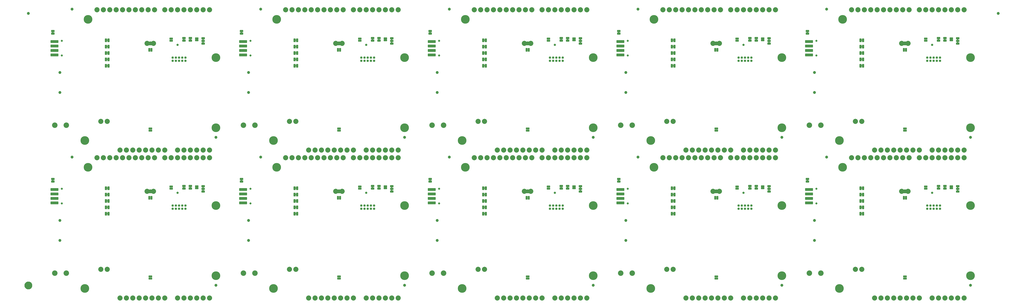
<source format=gbs>
G04 EAGLE Gerber RS-274X export*
G75*
%MOMM*%
%FSLAX34Y34*%
%LPD*%
%INSoldermask Bottom*%
%IPPOS*%
%AMOC8*
5,1,8,0,0,1.08239X$1,22.5*%
G01*
%ADD10C,3.454400*%
%ADD11C,0.802400*%
%ADD12C,0.252575*%
%ADD13C,0.251966*%
%ADD14C,2.032000*%
%ADD15C,0.939800*%
%ADD16C,1.152400*%
%ADD17C,2.184400*%
%ADD18C,0.914400*%
%ADD19C,1.270000*%
%ADD20C,1.652400*%

G36*
X402020Y430923D02*
X402020Y430923D01*
X402086Y430925D01*
X402129Y430943D01*
X402176Y430951D01*
X402233Y430985D01*
X402293Y431010D01*
X402328Y431041D01*
X402369Y431066D01*
X402411Y431117D01*
X402459Y431161D01*
X402481Y431203D01*
X402510Y431240D01*
X402531Y431302D01*
X402562Y431361D01*
X402570Y431415D01*
X402582Y431452D01*
X402581Y431492D01*
X402589Y431546D01*
X402589Y444754D01*
X402578Y444819D01*
X402576Y444885D01*
X402558Y444928D01*
X402550Y444975D01*
X402516Y445032D01*
X402491Y445092D01*
X402460Y445127D01*
X402435Y445168D01*
X402384Y445210D01*
X402340Y445258D01*
X402298Y445280D01*
X402261Y445309D01*
X402199Y445330D01*
X402140Y445361D01*
X402086Y445369D01*
X402049Y445381D01*
X402009Y445380D01*
X401955Y445388D01*
X398145Y445388D01*
X398080Y445377D01*
X398014Y445375D01*
X397971Y445357D01*
X397924Y445349D01*
X397867Y445315D01*
X397807Y445290D01*
X397772Y445259D01*
X397731Y445234D01*
X397690Y445183D01*
X397641Y445139D01*
X397619Y445097D01*
X397590Y445060D01*
X397569Y444998D01*
X397538Y444939D01*
X397530Y444885D01*
X397518Y444848D01*
X397519Y444808D01*
X397511Y444754D01*
X397511Y431546D01*
X397522Y431481D01*
X397524Y431415D01*
X397542Y431372D01*
X397550Y431325D01*
X397584Y431268D01*
X397609Y431208D01*
X397640Y431173D01*
X397665Y431132D01*
X397716Y431091D01*
X397760Y431042D01*
X397802Y431020D01*
X397839Y430991D01*
X397901Y430970D01*
X397960Y430939D01*
X398014Y430931D01*
X398051Y430919D01*
X398091Y430920D01*
X398145Y430912D01*
X401955Y430912D01*
X402020Y430923D01*
G37*
G36*
X1900620Y430923D02*
X1900620Y430923D01*
X1900686Y430925D01*
X1900729Y430943D01*
X1900776Y430951D01*
X1900833Y430985D01*
X1900893Y431010D01*
X1900928Y431041D01*
X1900969Y431066D01*
X1901011Y431117D01*
X1901059Y431161D01*
X1901081Y431203D01*
X1901110Y431240D01*
X1901131Y431302D01*
X1901162Y431361D01*
X1901170Y431415D01*
X1901182Y431452D01*
X1901181Y431492D01*
X1901189Y431546D01*
X1901189Y444754D01*
X1901178Y444819D01*
X1901176Y444885D01*
X1901158Y444928D01*
X1901150Y444975D01*
X1901116Y445032D01*
X1901091Y445092D01*
X1901060Y445127D01*
X1901035Y445168D01*
X1900984Y445210D01*
X1900940Y445258D01*
X1900898Y445280D01*
X1900861Y445309D01*
X1900799Y445330D01*
X1900740Y445361D01*
X1900686Y445369D01*
X1900649Y445381D01*
X1900609Y445380D01*
X1900555Y445388D01*
X1896745Y445388D01*
X1896680Y445377D01*
X1896614Y445375D01*
X1896571Y445357D01*
X1896524Y445349D01*
X1896467Y445315D01*
X1896407Y445290D01*
X1896372Y445259D01*
X1896331Y445234D01*
X1896290Y445183D01*
X1896241Y445139D01*
X1896219Y445097D01*
X1896190Y445060D01*
X1896169Y444998D01*
X1896138Y444939D01*
X1896130Y444885D01*
X1896118Y444848D01*
X1896119Y444808D01*
X1896111Y444754D01*
X1896111Y431546D01*
X1896122Y431481D01*
X1896124Y431415D01*
X1896142Y431372D01*
X1896150Y431325D01*
X1896184Y431268D01*
X1896209Y431208D01*
X1896240Y431173D01*
X1896265Y431132D01*
X1896316Y431091D01*
X1896360Y431042D01*
X1896402Y431020D01*
X1896439Y430991D01*
X1896501Y430970D01*
X1896560Y430939D01*
X1896614Y430931D01*
X1896651Y430919D01*
X1896691Y430920D01*
X1896745Y430912D01*
X1900555Y430912D01*
X1900620Y430923D01*
G37*
G36*
X2649920Y430923D02*
X2649920Y430923D01*
X2649986Y430925D01*
X2650029Y430943D01*
X2650076Y430951D01*
X2650133Y430985D01*
X2650193Y431010D01*
X2650228Y431041D01*
X2650269Y431066D01*
X2650311Y431117D01*
X2650359Y431161D01*
X2650381Y431203D01*
X2650410Y431240D01*
X2650431Y431302D01*
X2650462Y431361D01*
X2650470Y431415D01*
X2650482Y431452D01*
X2650481Y431492D01*
X2650489Y431546D01*
X2650489Y444754D01*
X2650478Y444819D01*
X2650476Y444885D01*
X2650458Y444928D01*
X2650450Y444975D01*
X2650416Y445032D01*
X2650391Y445092D01*
X2650360Y445127D01*
X2650335Y445168D01*
X2650284Y445210D01*
X2650240Y445258D01*
X2650198Y445280D01*
X2650161Y445309D01*
X2650099Y445330D01*
X2650040Y445361D01*
X2649986Y445369D01*
X2649949Y445381D01*
X2649909Y445380D01*
X2649855Y445388D01*
X2646045Y445388D01*
X2645980Y445377D01*
X2645914Y445375D01*
X2645871Y445357D01*
X2645824Y445349D01*
X2645767Y445315D01*
X2645707Y445290D01*
X2645672Y445259D01*
X2645631Y445234D01*
X2645590Y445183D01*
X2645541Y445139D01*
X2645519Y445097D01*
X2645490Y445060D01*
X2645469Y444998D01*
X2645438Y444939D01*
X2645430Y444885D01*
X2645418Y444848D01*
X2645419Y444808D01*
X2645411Y444754D01*
X2645411Y431546D01*
X2645422Y431481D01*
X2645424Y431415D01*
X2645442Y431372D01*
X2645450Y431325D01*
X2645484Y431268D01*
X2645509Y431208D01*
X2645540Y431173D01*
X2645565Y431132D01*
X2645616Y431091D01*
X2645660Y431042D01*
X2645702Y431020D01*
X2645739Y430991D01*
X2645801Y430970D01*
X2645860Y430939D01*
X2645914Y430931D01*
X2645951Y430919D01*
X2645991Y430920D01*
X2646045Y430912D01*
X2649855Y430912D01*
X2649920Y430923D01*
G37*
G36*
X1151320Y430923D02*
X1151320Y430923D01*
X1151386Y430925D01*
X1151429Y430943D01*
X1151476Y430951D01*
X1151533Y430985D01*
X1151593Y431010D01*
X1151628Y431041D01*
X1151669Y431066D01*
X1151711Y431117D01*
X1151759Y431161D01*
X1151781Y431203D01*
X1151810Y431240D01*
X1151831Y431302D01*
X1151862Y431361D01*
X1151870Y431415D01*
X1151882Y431452D01*
X1151881Y431492D01*
X1151889Y431546D01*
X1151889Y444754D01*
X1151878Y444819D01*
X1151876Y444885D01*
X1151858Y444928D01*
X1151850Y444975D01*
X1151816Y445032D01*
X1151791Y445092D01*
X1151760Y445127D01*
X1151735Y445168D01*
X1151684Y445210D01*
X1151640Y445258D01*
X1151598Y445280D01*
X1151561Y445309D01*
X1151499Y445330D01*
X1151440Y445361D01*
X1151386Y445369D01*
X1151349Y445381D01*
X1151309Y445380D01*
X1151255Y445388D01*
X1147445Y445388D01*
X1147380Y445377D01*
X1147314Y445375D01*
X1147271Y445357D01*
X1147224Y445349D01*
X1147167Y445315D01*
X1147107Y445290D01*
X1147072Y445259D01*
X1147031Y445234D01*
X1146990Y445183D01*
X1146941Y445139D01*
X1146919Y445097D01*
X1146890Y445060D01*
X1146869Y444998D01*
X1146838Y444939D01*
X1146830Y444885D01*
X1146818Y444848D01*
X1146819Y444808D01*
X1146811Y444754D01*
X1146811Y431546D01*
X1146822Y431481D01*
X1146824Y431415D01*
X1146842Y431372D01*
X1146850Y431325D01*
X1146884Y431268D01*
X1146909Y431208D01*
X1146940Y431173D01*
X1146965Y431132D01*
X1147016Y431091D01*
X1147060Y431042D01*
X1147102Y431020D01*
X1147139Y430991D01*
X1147201Y430970D01*
X1147260Y430939D01*
X1147314Y430931D01*
X1147351Y430919D01*
X1147391Y430920D01*
X1147445Y430912D01*
X1151255Y430912D01*
X1151320Y430923D01*
G37*
G36*
X3399220Y430923D02*
X3399220Y430923D01*
X3399286Y430925D01*
X3399329Y430943D01*
X3399376Y430951D01*
X3399433Y430985D01*
X3399493Y431010D01*
X3399528Y431041D01*
X3399569Y431066D01*
X3399611Y431117D01*
X3399659Y431161D01*
X3399681Y431203D01*
X3399710Y431240D01*
X3399731Y431302D01*
X3399762Y431361D01*
X3399770Y431415D01*
X3399782Y431452D01*
X3399781Y431492D01*
X3399789Y431546D01*
X3399789Y444754D01*
X3399778Y444819D01*
X3399776Y444885D01*
X3399758Y444928D01*
X3399750Y444975D01*
X3399716Y445032D01*
X3399691Y445092D01*
X3399660Y445127D01*
X3399635Y445168D01*
X3399584Y445210D01*
X3399540Y445258D01*
X3399498Y445280D01*
X3399461Y445309D01*
X3399399Y445330D01*
X3399340Y445361D01*
X3399286Y445369D01*
X3399249Y445381D01*
X3399209Y445380D01*
X3399155Y445388D01*
X3395345Y445388D01*
X3395280Y445377D01*
X3395214Y445375D01*
X3395171Y445357D01*
X3395124Y445349D01*
X3395067Y445315D01*
X3395007Y445290D01*
X3394972Y445259D01*
X3394931Y445234D01*
X3394890Y445183D01*
X3394841Y445139D01*
X3394819Y445097D01*
X3394790Y445060D01*
X3394769Y444998D01*
X3394738Y444939D01*
X3394730Y444885D01*
X3394718Y444848D01*
X3394719Y444808D01*
X3394711Y444754D01*
X3394711Y431546D01*
X3394722Y431481D01*
X3394724Y431415D01*
X3394742Y431372D01*
X3394750Y431325D01*
X3394784Y431268D01*
X3394809Y431208D01*
X3394840Y431173D01*
X3394865Y431132D01*
X3394916Y431091D01*
X3394960Y431042D01*
X3395002Y431020D01*
X3395039Y430991D01*
X3395101Y430970D01*
X3395160Y430939D01*
X3395214Y430931D01*
X3395251Y430919D01*
X3395291Y430920D01*
X3395345Y430912D01*
X3399155Y430912D01*
X3399220Y430923D01*
G37*
G36*
X3399220Y1020203D02*
X3399220Y1020203D01*
X3399286Y1020205D01*
X3399329Y1020223D01*
X3399376Y1020231D01*
X3399433Y1020265D01*
X3399493Y1020290D01*
X3399528Y1020321D01*
X3399569Y1020346D01*
X3399611Y1020397D01*
X3399659Y1020441D01*
X3399681Y1020483D01*
X3399710Y1020520D01*
X3399731Y1020582D01*
X3399762Y1020641D01*
X3399770Y1020695D01*
X3399782Y1020732D01*
X3399781Y1020772D01*
X3399789Y1020826D01*
X3399789Y1034034D01*
X3399778Y1034099D01*
X3399776Y1034165D01*
X3399758Y1034208D01*
X3399750Y1034255D01*
X3399716Y1034312D01*
X3399691Y1034372D01*
X3399660Y1034407D01*
X3399635Y1034448D01*
X3399584Y1034490D01*
X3399540Y1034538D01*
X3399498Y1034560D01*
X3399461Y1034589D01*
X3399399Y1034610D01*
X3399340Y1034641D01*
X3399286Y1034649D01*
X3399249Y1034661D01*
X3399209Y1034660D01*
X3399155Y1034668D01*
X3395345Y1034668D01*
X3395280Y1034657D01*
X3395214Y1034655D01*
X3395171Y1034637D01*
X3395124Y1034629D01*
X3395067Y1034595D01*
X3395007Y1034570D01*
X3394972Y1034539D01*
X3394931Y1034514D01*
X3394890Y1034463D01*
X3394841Y1034419D01*
X3394819Y1034377D01*
X3394790Y1034340D01*
X3394769Y1034278D01*
X3394738Y1034219D01*
X3394730Y1034165D01*
X3394718Y1034128D01*
X3394719Y1034088D01*
X3394711Y1034034D01*
X3394711Y1020826D01*
X3394722Y1020761D01*
X3394724Y1020695D01*
X3394742Y1020652D01*
X3394750Y1020605D01*
X3394784Y1020548D01*
X3394809Y1020488D01*
X3394840Y1020453D01*
X3394865Y1020412D01*
X3394916Y1020371D01*
X3394960Y1020322D01*
X3395002Y1020300D01*
X3395039Y1020271D01*
X3395101Y1020250D01*
X3395160Y1020219D01*
X3395214Y1020211D01*
X3395251Y1020199D01*
X3395291Y1020200D01*
X3395345Y1020192D01*
X3399155Y1020192D01*
X3399220Y1020203D01*
G37*
G36*
X1151320Y1020203D02*
X1151320Y1020203D01*
X1151386Y1020205D01*
X1151429Y1020223D01*
X1151476Y1020231D01*
X1151533Y1020265D01*
X1151593Y1020290D01*
X1151628Y1020321D01*
X1151669Y1020346D01*
X1151711Y1020397D01*
X1151759Y1020441D01*
X1151781Y1020483D01*
X1151810Y1020520D01*
X1151831Y1020582D01*
X1151862Y1020641D01*
X1151870Y1020695D01*
X1151882Y1020732D01*
X1151881Y1020772D01*
X1151889Y1020826D01*
X1151889Y1034034D01*
X1151878Y1034099D01*
X1151876Y1034165D01*
X1151858Y1034208D01*
X1151850Y1034255D01*
X1151816Y1034312D01*
X1151791Y1034372D01*
X1151760Y1034407D01*
X1151735Y1034448D01*
X1151684Y1034490D01*
X1151640Y1034538D01*
X1151598Y1034560D01*
X1151561Y1034589D01*
X1151499Y1034610D01*
X1151440Y1034641D01*
X1151386Y1034649D01*
X1151349Y1034661D01*
X1151309Y1034660D01*
X1151255Y1034668D01*
X1147445Y1034668D01*
X1147380Y1034657D01*
X1147314Y1034655D01*
X1147271Y1034637D01*
X1147224Y1034629D01*
X1147167Y1034595D01*
X1147107Y1034570D01*
X1147072Y1034539D01*
X1147031Y1034514D01*
X1146990Y1034463D01*
X1146941Y1034419D01*
X1146919Y1034377D01*
X1146890Y1034340D01*
X1146869Y1034278D01*
X1146838Y1034219D01*
X1146830Y1034165D01*
X1146818Y1034128D01*
X1146819Y1034088D01*
X1146811Y1034034D01*
X1146811Y1020826D01*
X1146822Y1020761D01*
X1146824Y1020695D01*
X1146842Y1020652D01*
X1146850Y1020605D01*
X1146884Y1020548D01*
X1146909Y1020488D01*
X1146940Y1020453D01*
X1146965Y1020412D01*
X1147016Y1020371D01*
X1147060Y1020322D01*
X1147102Y1020300D01*
X1147139Y1020271D01*
X1147201Y1020250D01*
X1147260Y1020219D01*
X1147314Y1020211D01*
X1147351Y1020199D01*
X1147391Y1020200D01*
X1147445Y1020192D01*
X1151255Y1020192D01*
X1151320Y1020203D01*
G37*
G36*
X2649920Y1020203D02*
X2649920Y1020203D01*
X2649986Y1020205D01*
X2650029Y1020223D01*
X2650076Y1020231D01*
X2650133Y1020265D01*
X2650193Y1020290D01*
X2650228Y1020321D01*
X2650269Y1020346D01*
X2650311Y1020397D01*
X2650359Y1020441D01*
X2650381Y1020483D01*
X2650410Y1020520D01*
X2650431Y1020582D01*
X2650462Y1020641D01*
X2650470Y1020695D01*
X2650482Y1020732D01*
X2650481Y1020772D01*
X2650489Y1020826D01*
X2650489Y1034034D01*
X2650478Y1034099D01*
X2650476Y1034165D01*
X2650458Y1034208D01*
X2650450Y1034255D01*
X2650416Y1034312D01*
X2650391Y1034372D01*
X2650360Y1034407D01*
X2650335Y1034448D01*
X2650284Y1034490D01*
X2650240Y1034538D01*
X2650198Y1034560D01*
X2650161Y1034589D01*
X2650099Y1034610D01*
X2650040Y1034641D01*
X2649986Y1034649D01*
X2649949Y1034661D01*
X2649909Y1034660D01*
X2649855Y1034668D01*
X2646045Y1034668D01*
X2645980Y1034657D01*
X2645914Y1034655D01*
X2645871Y1034637D01*
X2645824Y1034629D01*
X2645767Y1034595D01*
X2645707Y1034570D01*
X2645672Y1034539D01*
X2645631Y1034514D01*
X2645590Y1034463D01*
X2645541Y1034419D01*
X2645519Y1034377D01*
X2645490Y1034340D01*
X2645469Y1034278D01*
X2645438Y1034219D01*
X2645430Y1034165D01*
X2645418Y1034128D01*
X2645419Y1034088D01*
X2645411Y1034034D01*
X2645411Y1020826D01*
X2645422Y1020761D01*
X2645424Y1020695D01*
X2645442Y1020652D01*
X2645450Y1020605D01*
X2645484Y1020548D01*
X2645509Y1020488D01*
X2645540Y1020453D01*
X2645565Y1020412D01*
X2645616Y1020371D01*
X2645660Y1020322D01*
X2645702Y1020300D01*
X2645739Y1020271D01*
X2645801Y1020250D01*
X2645860Y1020219D01*
X2645914Y1020211D01*
X2645951Y1020199D01*
X2645991Y1020200D01*
X2646045Y1020192D01*
X2649855Y1020192D01*
X2649920Y1020203D01*
G37*
G36*
X402020Y1020203D02*
X402020Y1020203D01*
X402086Y1020205D01*
X402129Y1020223D01*
X402176Y1020231D01*
X402233Y1020265D01*
X402293Y1020290D01*
X402328Y1020321D01*
X402369Y1020346D01*
X402411Y1020397D01*
X402459Y1020441D01*
X402481Y1020483D01*
X402510Y1020520D01*
X402531Y1020582D01*
X402562Y1020641D01*
X402570Y1020695D01*
X402582Y1020732D01*
X402581Y1020772D01*
X402589Y1020826D01*
X402589Y1034034D01*
X402578Y1034099D01*
X402576Y1034165D01*
X402558Y1034208D01*
X402550Y1034255D01*
X402516Y1034312D01*
X402491Y1034372D01*
X402460Y1034407D01*
X402435Y1034448D01*
X402384Y1034490D01*
X402340Y1034538D01*
X402298Y1034560D01*
X402261Y1034589D01*
X402199Y1034610D01*
X402140Y1034641D01*
X402086Y1034649D01*
X402049Y1034661D01*
X402009Y1034660D01*
X401955Y1034668D01*
X398145Y1034668D01*
X398080Y1034657D01*
X398014Y1034655D01*
X397971Y1034637D01*
X397924Y1034629D01*
X397867Y1034595D01*
X397807Y1034570D01*
X397772Y1034539D01*
X397731Y1034514D01*
X397690Y1034463D01*
X397641Y1034419D01*
X397619Y1034377D01*
X397590Y1034340D01*
X397569Y1034278D01*
X397538Y1034219D01*
X397530Y1034165D01*
X397518Y1034128D01*
X397519Y1034088D01*
X397511Y1034034D01*
X397511Y1020826D01*
X397522Y1020761D01*
X397524Y1020695D01*
X397542Y1020652D01*
X397550Y1020605D01*
X397584Y1020548D01*
X397609Y1020488D01*
X397640Y1020453D01*
X397665Y1020412D01*
X397716Y1020371D01*
X397760Y1020322D01*
X397802Y1020300D01*
X397839Y1020271D01*
X397901Y1020250D01*
X397960Y1020219D01*
X398014Y1020211D01*
X398051Y1020199D01*
X398091Y1020200D01*
X398145Y1020192D01*
X401955Y1020192D01*
X402020Y1020203D01*
G37*
G36*
X1900620Y1020203D02*
X1900620Y1020203D01*
X1900686Y1020205D01*
X1900729Y1020223D01*
X1900776Y1020231D01*
X1900833Y1020265D01*
X1900893Y1020290D01*
X1900928Y1020321D01*
X1900969Y1020346D01*
X1901011Y1020397D01*
X1901059Y1020441D01*
X1901081Y1020483D01*
X1901110Y1020520D01*
X1901131Y1020582D01*
X1901162Y1020641D01*
X1901170Y1020695D01*
X1901182Y1020732D01*
X1901181Y1020772D01*
X1901189Y1020826D01*
X1901189Y1034034D01*
X1901178Y1034099D01*
X1901176Y1034165D01*
X1901158Y1034208D01*
X1901150Y1034255D01*
X1901116Y1034312D01*
X1901091Y1034372D01*
X1901060Y1034407D01*
X1901035Y1034448D01*
X1900984Y1034490D01*
X1900940Y1034538D01*
X1900898Y1034560D01*
X1900861Y1034589D01*
X1900799Y1034610D01*
X1900740Y1034641D01*
X1900686Y1034649D01*
X1900649Y1034661D01*
X1900609Y1034660D01*
X1900555Y1034668D01*
X1896745Y1034668D01*
X1896680Y1034657D01*
X1896614Y1034655D01*
X1896571Y1034637D01*
X1896524Y1034629D01*
X1896467Y1034595D01*
X1896407Y1034570D01*
X1896372Y1034539D01*
X1896331Y1034514D01*
X1896290Y1034463D01*
X1896241Y1034419D01*
X1896219Y1034377D01*
X1896190Y1034340D01*
X1896169Y1034278D01*
X1896138Y1034219D01*
X1896130Y1034165D01*
X1896118Y1034128D01*
X1896119Y1034088D01*
X1896111Y1034034D01*
X1896111Y1020826D01*
X1896122Y1020761D01*
X1896124Y1020695D01*
X1896142Y1020652D01*
X1896150Y1020605D01*
X1896184Y1020548D01*
X1896209Y1020488D01*
X1896240Y1020453D01*
X1896265Y1020412D01*
X1896316Y1020371D01*
X1896360Y1020322D01*
X1896402Y1020300D01*
X1896439Y1020271D01*
X1896501Y1020250D01*
X1896560Y1020219D01*
X1896614Y1020211D01*
X1896651Y1020199D01*
X1896691Y1020200D01*
X1896745Y1020192D01*
X1900555Y1020192D01*
X1900620Y1020203D01*
G37*
G36*
X1284035Y452132D02*
X1284035Y452132D01*
X1284101Y452134D01*
X1284144Y452152D01*
X1284191Y452160D01*
X1284248Y452194D01*
X1284308Y452219D01*
X1284343Y452250D01*
X1284384Y452275D01*
X1284426Y452326D01*
X1284474Y452370D01*
X1284496Y452412D01*
X1284525Y452449D01*
X1284546Y452511D01*
X1284577Y452570D01*
X1284585Y452624D01*
X1284597Y452661D01*
X1284596Y452701D01*
X1284604Y452755D01*
X1284604Y456565D01*
X1284593Y456630D01*
X1284591Y456696D01*
X1284573Y456739D01*
X1284565Y456786D01*
X1284531Y456843D01*
X1284506Y456903D01*
X1284475Y456938D01*
X1284450Y456979D01*
X1284399Y457021D01*
X1284355Y457069D01*
X1284313Y457091D01*
X1284276Y457120D01*
X1284214Y457141D01*
X1284155Y457172D01*
X1284101Y457180D01*
X1284064Y457192D01*
X1284024Y457191D01*
X1283970Y457199D01*
X1281430Y457199D01*
X1281365Y457188D01*
X1281299Y457186D01*
X1281256Y457168D01*
X1281209Y457160D01*
X1281152Y457126D01*
X1281092Y457101D01*
X1281057Y457070D01*
X1281016Y457045D01*
X1280975Y456994D01*
X1280926Y456950D01*
X1280904Y456908D01*
X1280875Y456871D01*
X1280854Y456809D01*
X1280823Y456750D01*
X1280815Y456696D01*
X1280803Y456659D01*
X1280803Y456655D01*
X1280803Y456654D01*
X1280804Y456619D01*
X1280796Y456565D01*
X1280796Y452755D01*
X1280807Y452690D01*
X1280809Y452624D01*
X1280827Y452581D01*
X1280835Y452534D01*
X1280869Y452477D01*
X1280894Y452417D01*
X1280925Y452382D01*
X1280950Y452341D01*
X1281001Y452300D01*
X1281045Y452251D01*
X1281087Y452229D01*
X1281124Y452200D01*
X1281186Y452179D01*
X1281245Y452148D01*
X1281299Y452140D01*
X1281336Y452128D01*
X1281376Y452129D01*
X1281430Y452121D01*
X1283970Y452121D01*
X1284035Y452132D01*
G37*
G36*
X1309435Y452132D02*
X1309435Y452132D01*
X1309501Y452134D01*
X1309544Y452152D01*
X1309591Y452160D01*
X1309648Y452194D01*
X1309708Y452219D01*
X1309743Y452250D01*
X1309784Y452275D01*
X1309826Y452326D01*
X1309874Y452370D01*
X1309896Y452412D01*
X1309925Y452449D01*
X1309946Y452511D01*
X1309977Y452570D01*
X1309985Y452624D01*
X1309997Y452661D01*
X1309996Y452701D01*
X1310004Y452755D01*
X1310004Y456565D01*
X1309993Y456630D01*
X1309991Y456696D01*
X1309973Y456739D01*
X1309965Y456786D01*
X1309931Y456843D01*
X1309906Y456903D01*
X1309875Y456938D01*
X1309850Y456979D01*
X1309799Y457021D01*
X1309755Y457069D01*
X1309713Y457091D01*
X1309676Y457120D01*
X1309614Y457141D01*
X1309555Y457172D01*
X1309501Y457180D01*
X1309464Y457192D01*
X1309424Y457191D01*
X1309370Y457199D01*
X1306830Y457199D01*
X1306765Y457188D01*
X1306699Y457186D01*
X1306656Y457168D01*
X1306609Y457160D01*
X1306552Y457126D01*
X1306492Y457101D01*
X1306457Y457070D01*
X1306416Y457045D01*
X1306375Y456994D01*
X1306326Y456950D01*
X1306304Y456908D01*
X1306275Y456871D01*
X1306254Y456809D01*
X1306223Y456750D01*
X1306215Y456696D01*
X1306203Y456659D01*
X1306203Y456655D01*
X1306203Y456654D01*
X1306204Y456619D01*
X1306196Y456565D01*
X1306196Y452755D01*
X1306207Y452690D01*
X1306209Y452624D01*
X1306227Y452581D01*
X1306235Y452534D01*
X1306269Y452477D01*
X1306294Y452417D01*
X1306325Y452382D01*
X1306350Y452341D01*
X1306401Y452300D01*
X1306445Y452251D01*
X1306487Y452229D01*
X1306524Y452200D01*
X1306586Y452179D01*
X1306645Y452148D01*
X1306699Y452140D01*
X1306736Y452128D01*
X1306776Y452129D01*
X1306830Y452121D01*
X1309370Y452121D01*
X1309435Y452132D01*
G37*
G36*
X2782635Y452132D02*
X2782635Y452132D01*
X2782701Y452134D01*
X2782744Y452152D01*
X2782791Y452160D01*
X2782848Y452194D01*
X2782908Y452219D01*
X2782943Y452250D01*
X2782984Y452275D01*
X2783026Y452326D01*
X2783074Y452370D01*
X2783096Y452412D01*
X2783125Y452449D01*
X2783146Y452511D01*
X2783177Y452570D01*
X2783185Y452624D01*
X2783197Y452661D01*
X2783196Y452701D01*
X2783204Y452755D01*
X2783204Y456565D01*
X2783193Y456630D01*
X2783191Y456696D01*
X2783173Y456739D01*
X2783165Y456786D01*
X2783131Y456843D01*
X2783106Y456903D01*
X2783075Y456938D01*
X2783050Y456979D01*
X2782999Y457021D01*
X2782955Y457069D01*
X2782913Y457091D01*
X2782876Y457120D01*
X2782814Y457141D01*
X2782755Y457172D01*
X2782701Y457180D01*
X2782664Y457192D01*
X2782624Y457191D01*
X2782570Y457199D01*
X2780030Y457199D01*
X2779965Y457188D01*
X2779899Y457186D01*
X2779856Y457168D01*
X2779809Y457160D01*
X2779752Y457126D01*
X2779692Y457101D01*
X2779657Y457070D01*
X2779616Y457045D01*
X2779575Y456994D01*
X2779526Y456950D01*
X2779504Y456908D01*
X2779475Y456871D01*
X2779454Y456809D01*
X2779423Y456750D01*
X2779415Y456696D01*
X2779403Y456659D01*
X2779403Y456655D01*
X2779403Y456654D01*
X2779404Y456619D01*
X2779396Y456565D01*
X2779396Y452755D01*
X2779407Y452690D01*
X2779409Y452624D01*
X2779427Y452581D01*
X2779435Y452534D01*
X2779469Y452477D01*
X2779494Y452417D01*
X2779525Y452382D01*
X2779550Y452341D01*
X2779601Y452300D01*
X2779645Y452251D01*
X2779687Y452229D01*
X2779724Y452200D01*
X2779786Y452179D01*
X2779845Y452148D01*
X2779899Y452140D01*
X2779936Y452128D01*
X2779976Y452129D01*
X2780030Y452121D01*
X2782570Y452121D01*
X2782635Y452132D01*
G37*
G36*
X2058735Y452132D02*
X2058735Y452132D01*
X2058801Y452134D01*
X2058844Y452152D01*
X2058891Y452160D01*
X2058948Y452194D01*
X2059008Y452219D01*
X2059043Y452250D01*
X2059084Y452275D01*
X2059126Y452326D01*
X2059174Y452370D01*
X2059196Y452412D01*
X2059225Y452449D01*
X2059246Y452511D01*
X2059277Y452570D01*
X2059285Y452624D01*
X2059297Y452661D01*
X2059296Y452701D01*
X2059304Y452755D01*
X2059304Y456565D01*
X2059293Y456630D01*
X2059291Y456696D01*
X2059273Y456739D01*
X2059265Y456786D01*
X2059231Y456843D01*
X2059206Y456903D01*
X2059175Y456938D01*
X2059150Y456979D01*
X2059099Y457021D01*
X2059055Y457069D01*
X2059013Y457091D01*
X2058976Y457120D01*
X2058914Y457141D01*
X2058855Y457172D01*
X2058801Y457180D01*
X2058764Y457192D01*
X2058724Y457191D01*
X2058670Y457199D01*
X2056130Y457199D01*
X2056065Y457188D01*
X2055999Y457186D01*
X2055956Y457168D01*
X2055909Y457160D01*
X2055852Y457126D01*
X2055792Y457101D01*
X2055757Y457070D01*
X2055716Y457045D01*
X2055675Y456994D01*
X2055626Y456950D01*
X2055604Y456908D01*
X2055575Y456871D01*
X2055554Y456809D01*
X2055523Y456750D01*
X2055515Y456696D01*
X2055503Y456659D01*
X2055503Y456655D01*
X2055503Y456654D01*
X2055504Y456619D01*
X2055496Y456565D01*
X2055496Y452755D01*
X2055507Y452690D01*
X2055509Y452624D01*
X2055527Y452581D01*
X2055535Y452534D01*
X2055569Y452477D01*
X2055594Y452417D01*
X2055625Y452382D01*
X2055650Y452341D01*
X2055701Y452300D01*
X2055745Y452251D01*
X2055787Y452229D01*
X2055824Y452200D01*
X2055886Y452179D01*
X2055945Y452148D01*
X2055999Y452140D01*
X2056036Y452128D01*
X2056076Y452129D01*
X2056130Y452121D01*
X2058670Y452121D01*
X2058735Y452132D01*
G37*
G36*
X2033335Y452132D02*
X2033335Y452132D01*
X2033401Y452134D01*
X2033444Y452152D01*
X2033491Y452160D01*
X2033548Y452194D01*
X2033608Y452219D01*
X2033643Y452250D01*
X2033684Y452275D01*
X2033726Y452326D01*
X2033774Y452370D01*
X2033796Y452412D01*
X2033825Y452449D01*
X2033846Y452511D01*
X2033877Y452570D01*
X2033885Y452624D01*
X2033897Y452661D01*
X2033896Y452701D01*
X2033904Y452755D01*
X2033904Y456565D01*
X2033893Y456630D01*
X2033891Y456696D01*
X2033873Y456739D01*
X2033865Y456786D01*
X2033831Y456843D01*
X2033806Y456903D01*
X2033775Y456938D01*
X2033750Y456979D01*
X2033699Y457021D01*
X2033655Y457069D01*
X2033613Y457091D01*
X2033576Y457120D01*
X2033514Y457141D01*
X2033455Y457172D01*
X2033401Y457180D01*
X2033364Y457192D01*
X2033324Y457191D01*
X2033270Y457199D01*
X2030730Y457199D01*
X2030665Y457188D01*
X2030599Y457186D01*
X2030556Y457168D01*
X2030509Y457160D01*
X2030452Y457126D01*
X2030392Y457101D01*
X2030357Y457070D01*
X2030316Y457045D01*
X2030275Y456994D01*
X2030226Y456950D01*
X2030204Y456908D01*
X2030175Y456871D01*
X2030154Y456809D01*
X2030123Y456750D01*
X2030115Y456696D01*
X2030103Y456659D01*
X2030103Y456655D01*
X2030103Y456654D01*
X2030104Y456619D01*
X2030096Y456565D01*
X2030096Y452755D01*
X2030107Y452690D01*
X2030109Y452624D01*
X2030127Y452581D01*
X2030135Y452534D01*
X2030169Y452477D01*
X2030194Y452417D01*
X2030225Y452382D01*
X2030250Y452341D01*
X2030301Y452300D01*
X2030345Y452251D01*
X2030387Y452229D01*
X2030424Y452200D01*
X2030486Y452179D01*
X2030545Y452148D01*
X2030599Y452140D01*
X2030636Y452128D01*
X2030676Y452129D01*
X2030730Y452121D01*
X2033270Y452121D01*
X2033335Y452132D01*
G37*
G36*
X534735Y452132D02*
X534735Y452132D01*
X534801Y452134D01*
X534844Y452152D01*
X534891Y452160D01*
X534948Y452194D01*
X535008Y452219D01*
X535043Y452250D01*
X535084Y452275D01*
X535126Y452326D01*
X535174Y452370D01*
X535196Y452412D01*
X535225Y452449D01*
X535246Y452511D01*
X535277Y452570D01*
X535285Y452624D01*
X535297Y452661D01*
X535296Y452701D01*
X535304Y452755D01*
X535304Y456565D01*
X535293Y456630D01*
X535291Y456696D01*
X535273Y456739D01*
X535265Y456786D01*
X535231Y456843D01*
X535206Y456903D01*
X535175Y456938D01*
X535150Y456979D01*
X535099Y457021D01*
X535055Y457069D01*
X535013Y457091D01*
X534976Y457120D01*
X534914Y457141D01*
X534855Y457172D01*
X534801Y457180D01*
X534764Y457192D01*
X534724Y457191D01*
X534670Y457199D01*
X532130Y457199D01*
X532065Y457188D01*
X531999Y457186D01*
X531956Y457168D01*
X531909Y457160D01*
X531852Y457126D01*
X531792Y457101D01*
X531757Y457070D01*
X531716Y457045D01*
X531675Y456994D01*
X531626Y456950D01*
X531604Y456908D01*
X531575Y456871D01*
X531554Y456809D01*
X531523Y456750D01*
X531515Y456696D01*
X531503Y456659D01*
X531503Y456655D01*
X531503Y456654D01*
X531504Y456619D01*
X531496Y456565D01*
X531496Y452755D01*
X531507Y452690D01*
X531509Y452624D01*
X531527Y452581D01*
X531535Y452534D01*
X531569Y452477D01*
X531594Y452417D01*
X531625Y452382D01*
X531650Y452341D01*
X531701Y452300D01*
X531745Y452251D01*
X531787Y452229D01*
X531824Y452200D01*
X531886Y452179D01*
X531945Y452148D01*
X531999Y452140D01*
X532036Y452128D01*
X532076Y452129D01*
X532130Y452121D01*
X534670Y452121D01*
X534735Y452132D01*
G37*
G36*
X2808035Y452132D02*
X2808035Y452132D01*
X2808101Y452134D01*
X2808144Y452152D01*
X2808191Y452160D01*
X2808248Y452194D01*
X2808308Y452219D01*
X2808343Y452250D01*
X2808384Y452275D01*
X2808426Y452326D01*
X2808474Y452370D01*
X2808496Y452412D01*
X2808525Y452449D01*
X2808546Y452511D01*
X2808577Y452570D01*
X2808585Y452624D01*
X2808597Y452661D01*
X2808596Y452701D01*
X2808604Y452755D01*
X2808604Y456565D01*
X2808593Y456630D01*
X2808591Y456696D01*
X2808573Y456739D01*
X2808565Y456786D01*
X2808531Y456843D01*
X2808506Y456903D01*
X2808475Y456938D01*
X2808450Y456979D01*
X2808399Y457021D01*
X2808355Y457069D01*
X2808313Y457091D01*
X2808276Y457120D01*
X2808214Y457141D01*
X2808155Y457172D01*
X2808101Y457180D01*
X2808064Y457192D01*
X2808024Y457191D01*
X2807970Y457199D01*
X2805430Y457199D01*
X2805365Y457188D01*
X2805299Y457186D01*
X2805256Y457168D01*
X2805209Y457160D01*
X2805152Y457126D01*
X2805092Y457101D01*
X2805057Y457070D01*
X2805016Y457045D01*
X2804975Y456994D01*
X2804926Y456950D01*
X2804904Y456908D01*
X2804875Y456871D01*
X2804854Y456809D01*
X2804823Y456750D01*
X2804815Y456696D01*
X2804803Y456659D01*
X2804803Y456655D01*
X2804803Y456654D01*
X2804804Y456619D01*
X2804796Y456565D01*
X2804796Y452755D01*
X2804807Y452690D01*
X2804809Y452624D01*
X2804827Y452581D01*
X2804835Y452534D01*
X2804869Y452477D01*
X2804894Y452417D01*
X2804925Y452382D01*
X2804950Y452341D01*
X2805001Y452300D01*
X2805045Y452251D01*
X2805087Y452229D01*
X2805124Y452200D01*
X2805186Y452179D01*
X2805245Y452148D01*
X2805299Y452140D01*
X2805336Y452128D01*
X2805376Y452129D01*
X2805430Y452121D01*
X2807970Y452121D01*
X2808035Y452132D01*
G37*
G36*
X3557335Y452132D02*
X3557335Y452132D01*
X3557401Y452134D01*
X3557444Y452152D01*
X3557491Y452160D01*
X3557548Y452194D01*
X3557608Y452219D01*
X3557643Y452250D01*
X3557684Y452275D01*
X3557726Y452326D01*
X3557774Y452370D01*
X3557796Y452412D01*
X3557825Y452449D01*
X3557846Y452511D01*
X3557877Y452570D01*
X3557885Y452624D01*
X3557897Y452661D01*
X3557896Y452701D01*
X3557904Y452755D01*
X3557904Y456565D01*
X3557893Y456630D01*
X3557891Y456696D01*
X3557873Y456739D01*
X3557865Y456786D01*
X3557831Y456843D01*
X3557806Y456903D01*
X3557775Y456938D01*
X3557750Y456979D01*
X3557699Y457021D01*
X3557655Y457069D01*
X3557613Y457091D01*
X3557576Y457120D01*
X3557514Y457141D01*
X3557455Y457172D01*
X3557401Y457180D01*
X3557364Y457192D01*
X3557324Y457191D01*
X3557270Y457199D01*
X3554730Y457199D01*
X3554665Y457188D01*
X3554599Y457186D01*
X3554556Y457168D01*
X3554509Y457160D01*
X3554452Y457126D01*
X3554392Y457101D01*
X3554357Y457070D01*
X3554316Y457045D01*
X3554275Y456994D01*
X3554226Y456950D01*
X3554204Y456908D01*
X3554175Y456871D01*
X3554154Y456809D01*
X3554123Y456750D01*
X3554115Y456696D01*
X3554103Y456659D01*
X3554103Y456655D01*
X3554103Y456654D01*
X3554104Y456619D01*
X3554096Y456565D01*
X3554096Y452755D01*
X3554107Y452690D01*
X3554109Y452624D01*
X3554127Y452581D01*
X3554135Y452534D01*
X3554169Y452477D01*
X3554194Y452417D01*
X3554225Y452382D01*
X3554250Y452341D01*
X3554301Y452300D01*
X3554345Y452251D01*
X3554387Y452229D01*
X3554424Y452200D01*
X3554486Y452179D01*
X3554545Y452148D01*
X3554599Y452140D01*
X3554636Y452128D01*
X3554676Y452129D01*
X3554730Y452121D01*
X3557270Y452121D01*
X3557335Y452132D01*
G37*
G36*
X560135Y452132D02*
X560135Y452132D01*
X560201Y452134D01*
X560244Y452152D01*
X560291Y452160D01*
X560348Y452194D01*
X560408Y452219D01*
X560443Y452250D01*
X560484Y452275D01*
X560526Y452326D01*
X560574Y452370D01*
X560596Y452412D01*
X560625Y452449D01*
X560646Y452511D01*
X560677Y452570D01*
X560685Y452624D01*
X560697Y452661D01*
X560696Y452701D01*
X560704Y452755D01*
X560704Y456565D01*
X560693Y456630D01*
X560691Y456696D01*
X560673Y456739D01*
X560665Y456786D01*
X560631Y456843D01*
X560606Y456903D01*
X560575Y456938D01*
X560550Y456979D01*
X560499Y457021D01*
X560455Y457069D01*
X560413Y457091D01*
X560376Y457120D01*
X560314Y457141D01*
X560255Y457172D01*
X560201Y457180D01*
X560164Y457192D01*
X560124Y457191D01*
X560070Y457199D01*
X557530Y457199D01*
X557465Y457188D01*
X557399Y457186D01*
X557356Y457168D01*
X557309Y457160D01*
X557252Y457126D01*
X557192Y457101D01*
X557157Y457070D01*
X557116Y457045D01*
X557075Y456994D01*
X557026Y456950D01*
X557004Y456908D01*
X556975Y456871D01*
X556954Y456809D01*
X556923Y456750D01*
X556915Y456696D01*
X556903Y456659D01*
X556903Y456655D01*
X556903Y456654D01*
X556904Y456619D01*
X556896Y456565D01*
X556896Y452755D01*
X556907Y452690D01*
X556909Y452624D01*
X556927Y452581D01*
X556935Y452534D01*
X556969Y452477D01*
X556994Y452417D01*
X557025Y452382D01*
X557050Y452341D01*
X557101Y452300D01*
X557145Y452251D01*
X557187Y452229D01*
X557224Y452200D01*
X557286Y452179D01*
X557345Y452148D01*
X557399Y452140D01*
X557436Y452128D01*
X557476Y452129D01*
X557530Y452121D01*
X560070Y452121D01*
X560135Y452132D01*
G37*
G36*
X3531935Y452132D02*
X3531935Y452132D01*
X3532001Y452134D01*
X3532044Y452152D01*
X3532091Y452160D01*
X3532148Y452194D01*
X3532208Y452219D01*
X3532243Y452250D01*
X3532284Y452275D01*
X3532326Y452326D01*
X3532374Y452370D01*
X3532396Y452412D01*
X3532425Y452449D01*
X3532446Y452511D01*
X3532477Y452570D01*
X3532485Y452624D01*
X3532497Y452661D01*
X3532496Y452701D01*
X3532504Y452755D01*
X3532504Y456565D01*
X3532493Y456630D01*
X3532491Y456696D01*
X3532473Y456739D01*
X3532465Y456786D01*
X3532431Y456843D01*
X3532406Y456903D01*
X3532375Y456938D01*
X3532350Y456979D01*
X3532299Y457021D01*
X3532255Y457069D01*
X3532213Y457091D01*
X3532176Y457120D01*
X3532114Y457141D01*
X3532055Y457172D01*
X3532001Y457180D01*
X3531964Y457192D01*
X3531924Y457191D01*
X3531870Y457199D01*
X3529330Y457199D01*
X3529265Y457188D01*
X3529199Y457186D01*
X3529156Y457168D01*
X3529109Y457160D01*
X3529052Y457126D01*
X3528992Y457101D01*
X3528957Y457070D01*
X3528916Y457045D01*
X3528875Y456994D01*
X3528826Y456950D01*
X3528804Y456908D01*
X3528775Y456871D01*
X3528754Y456809D01*
X3528723Y456750D01*
X3528715Y456696D01*
X3528703Y456659D01*
X3528703Y456655D01*
X3528703Y456654D01*
X3528704Y456619D01*
X3528696Y456565D01*
X3528696Y452755D01*
X3528707Y452690D01*
X3528709Y452624D01*
X3528727Y452581D01*
X3528735Y452534D01*
X3528769Y452477D01*
X3528794Y452417D01*
X3528825Y452382D01*
X3528850Y452341D01*
X3528901Y452300D01*
X3528945Y452251D01*
X3528987Y452229D01*
X3529024Y452200D01*
X3529086Y452179D01*
X3529145Y452148D01*
X3529199Y452140D01*
X3529236Y452128D01*
X3529276Y452129D01*
X3529330Y452121D01*
X3531870Y452121D01*
X3531935Y452132D01*
G37*
G36*
X3011235Y1069352D02*
X3011235Y1069352D01*
X3011301Y1069354D01*
X3011344Y1069372D01*
X3011391Y1069380D01*
X3011448Y1069414D01*
X3011508Y1069439D01*
X3011543Y1069470D01*
X3011584Y1069495D01*
X3011626Y1069546D01*
X3011674Y1069590D01*
X3011696Y1069632D01*
X3011725Y1069669D01*
X3011746Y1069731D01*
X3011777Y1069790D01*
X3011785Y1069844D01*
X3011797Y1069881D01*
X3011796Y1069921D01*
X3011804Y1069975D01*
X3011804Y1073785D01*
X3011793Y1073850D01*
X3011791Y1073916D01*
X3011773Y1073959D01*
X3011765Y1074006D01*
X3011731Y1074063D01*
X3011706Y1074123D01*
X3011675Y1074158D01*
X3011650Y1074199D01*
X3011599Y1074241D01*
X3011555Y1074289D01*
X3011513Y1074311D01*
X3011476Y1074340D01*
X3011414Y1074361D01*
X3011355Y1074392D01*
X3011301Y1074400D01*
X3011264Y1074412D01*
X3011224Y1074411D01*
X3011170Y1074419D01*
X3008630Y1074419D01*
X3008565Y1074408D01*
X3008499Y1074406D01*
X3008456Y1074388D01*
X3008409Y1074380D01*
X3008352Y1074346D01*
X3008292Y1074321D01*
X3008257Y1074290D01*
X3008216Y1074265D01*
X3008175Y1074214D01*
X3008126Y1074170D01*
X3008104Y1074128D01*
X3008075Y1074091D01*
X3008054Y1074029D01*
X3008023Y1073970D01*
X3008015Y1073916D01*
X3008003Y1073879D01*
X3008003Y1073875D01*
X3008003Y1073874D01*
X3008004Y1073839D01*
X3007996Y1073785D01*
X3007996Y1069975D01*
X3008007Y1069910D01*
X3008009Y1069844D01*
X3008027Y1069801D01*
X3008035Y1069754D01*
X3008069Y1069697D01*
X3008094Y1069637D01*
X3008125Y1069602D01*
X3008150Y1069561D01*
X3008201Y1069520D01*
X3008245Y1069471D01*
X3008287Y1069449D01*
X3008324Y1069420D01*
X3008386Y1069399D01*
X3008445Y1069368D01*
X3008499Y1069360D01*
X3008536Y1069348D01*
X3008576Y1069349D01*
X3008630Y1069341D01*
X3011170Y1069341D01*
X3011235Y1069352D01*
G37*
G36*
X763335Y1069352D02*
X763335Y1069352D01*
X763401Y1069354D01*
X763444Y1069372D01*
X763491Y1069380D01*
X763548Y1069414D01*
X763608Y1069439D01*
X763643Y1069470D01*
X763684Y1069495D01*
X763726Y1069546D01*
X763774Y1069590D01*
X763796Y1069632D01*
X763825Y1069669D01*
X763846Y1069731D01*
X763877Y1069790D01*
X763885Y1069844D01*
X763897Y1069881D01*
X763896Y1069921D01*
X763904Y1069975D01*
X763904Y1073785D01*
X763893Y1073850D01*
X763891Y1073916D01*
X763873Y1073959D01*
X763865Y1074006D01*
X763831Y1074063D01*
X763806Y1074123D01*
X763775Y1074158D01*
X763750Y1074199D01*
X763699Y1074241D01*
X763655Y1074289D01*
X763613Y1074311D01*
X763576Y1074340D01*
X763514Y1074361D01*
X763455Y1074392D01*
X763401Y1074400D01*
X763364Y1074412D01*
X763324Y1074411D01*
X763270Y1074419D01*
X760730Y1074419D01*
X760665Y1074408D01*
X760599Y1074406D01*
X760556Y1074388D01*
X760509Y1074380D01*
X760452Y1074346D01*
X760392Y1074321D01*
X760357Y1074290D01*
X760316Y1074265D01*
X760275Y1074214D01*
X760226Y1074170D01*
X760204Y1074128D01*
X760175Y1074091D01*
X760154Y1074029D01*
X760123Y1073970D01*
X760115Y1073916D01*
X760103Y1073879D01*
X760103Y1073875D01*
X760103Y1073874D01*
X760104Y1073839D01*
X760096Y1073785D01*
X760096Y1069975D01*
X760107Y1069910D01*
X760109Y1069844D01*
X760127Y1069801D01*
X760135Y1069754D01*
X760169Y1069697D01*
X760194Y1069637D01*
X760225Y1069602D01*
X760250Y1069561D01*
X760301Y1069520D01*
X760345Y1069471D01*
X760387Y1069449D01*
X760424Y1069420D01*
X760486Y1069399D01*
X760545Y1069368D01*
X760599Y1069360D01*
X760636Y1069348D01*
X760676Y1069349D01*
X760730Y1069341D01*
X763270Y1069341D01*
X763335Y1069352D01*
G37*
G36*
X2261935Y1069352D02*
X2261935Y1069352D01*
X2262001Y1069354D01*
X2262044Y1069372D01*
X2262091Y1069380D01*
X2262148Y1069414D01*
X2262208Y1069439D01*
X2262243Y1069470D01*
X2262284Y1069495D01*
X2262326Y1069546D01*
X2262374Y1069590D01*
X2262396Y1069632D01*
X2262425Y1069669D01*
X2262446Y1069731D01*
X2262477Y1069790D01*
X2262485Y1069844D01*
X2262497Y1069881D01*
X2262496Y1069921D01*
X2262504Y1069975D01*
X2262504Y1073785D01*
X2262493Y1073850D01*
X2262491Y1073916D01*
X2262473Y1073959D01*
X2262465Y1074006D01*
X2262431Y1074063D01*
X2262406Y1074123D01*
X2262375Y1074158D01*
X2262350Y1074199D01*
X2262299Y1074241D01*
X2262255Y1074289D01*
X2262213Y1074311D01*
X2262176Y1074340D01*
X2262114Y1074361D01*
X2262055Y1074392D01*
X2262001Y1074400D01*
X2261964Y1074412D01*
X2261924Y1074411D01*
X2261870Y1074419D01*
X2259330Y1074419D01*
X2259265Y1074408D01*
X2259199Y1074406D01*
X2259156Y1074388D01*
X2259109Y1074380D01*
X2259052Y1074346D01*
X2258992Y1074321D01*
X2258957Y1074290D01*
X2258916Y1074265D01*
X2258875Y1074214D01*
X2258826Y1074170D01*
X2258804Y1074128D01*
X2258775Y1074091D01*
X2258754Y1074029D01*
X2258723Y1073970D01*
X2258715Y1073916D01*
X2258703Y1073879D01*
X2258703Y1073875D01*
X2258703Y1073874D01*
X2258704Y1073839D01*
X2258696Y1073785D01*
X2258696Y1069975D01*
X2258707Y1069910D01*
X2258709Y1069844D01*
X2258727Y1069801D01*
X2258735Y1069754D01*
X2258769Y1069697D01*
X2258794Y1069637D01*
X2258825Y1069602D01*
X2258850Y1069561D01*
X2258901Y1069520D01*
X2258945Y1069471D01*
X2258987Y1069449D01*
X2259024Y1069420D01*
X2259086Y1069399D01*
X2259145Y1069368D01*
X2259199Y1069360D01*
X2259236Y1069348D01*
X2259276Y1069349D01*
X2259330Y1069341D01*
X2261870Y1069341D01*
X2261935Y1069352D01*
G37*
G36*
X1512635Y1069352D02*
X1512635Y1069352D01*
X1512701Y1069354D01*
X1512744Y1069372D01*
X1512791Y1069380D01*
X1512848Y1069414D01*
X1512908Y1069439D01*
X1512943Y1069470D01*
X1512984Y1069495D01*
X1513026Y1069546D01*
X1513074Y1069590D01*
X1513096Y1069632D01*
X1513125Y1069669D01*
X1513146Y1069731D01*
X1513177Y1069790D01*
X1513185Y1069844D01*
X1513197Y1069881D01*
X1513196Y1069921D01*
X1513204Y1069975D01*
X1513204Y1073785D01*
X1513193Y1073850D01*
X1513191Y1073916D01*
X1513173Y1073959D01*
X1513165Y1074006D01*
X1513131Y1074063D01*
X1513106Y1074123D01*
X1513075Y1074158D01*
X1513050Y1074199D01*
X1512999Y1074241D01*
X1512955Y1074289D01*
X1512913Y1074311D01*
X1512876Y1074340D01*
X1512814Y1074361D01*
X1512755Y1074392D01*
X1512701Y1074400D01*
X1512664Y1074412D01*
X1512624Y1074411D01*
X1512570Y1074419D01*
X1510030Y1074419D01*
X1509965Y1074408D01*
X1509899Y1074406D01*
X1509856Y1074388D01*
X1509809Y1074380D01*
X1509752Y1074346D01*
X1509692Y1074321D01*
X1509657Y1074290D01*
X1509616Y1074265D01*
X1509575Y1074214D01*
X1509526Y1074170D01*
X1509504Y1074128D01*
X1509475Y1074091D01*
X1509454Y1074029D01*
X1509423Y1073970D01*
X1509415Y1073916D01*
X1509403Y1073879D01*
X1509403Y1073875D01*
X1509403Y1073874D01*
X1509404Y1073839D01*
X1509396Y1073785D01*
X1509396Y1069975D01*
X1509407Y1069910D01*
X1509409Y1069844D01*
X1509427Y1069801D01*
X1509435Y1069754D01*
X1509469Y1069697D01*
X1509494Y1069637D01*
X1509525Y1069602D01*
X1509550Y1069561D01*
X1509601Y1069520D01*
X1509645Y1069471D01*
X1509687Y1069449D01*
X1509724Y1069420D01*
X1509786Y1069399D01*
X1509845Y1069368D01*
X1509899Y1069360D01*
X1509936Y1069348D01*
X1509976Y1069349D01*
X1510030Y1069341D01*
X1512570Y1069341D01*
X1512635Y1069352D01*
G37*
G36*
X14035Y1069352D02*
X14035Y1069352D01*
X14101Y1069354D01*
X14144Y1069372D01*
X14191Y1069380D01*
X14248Y1069414D01*
X14308Y1069439D01*
X14343Y1069470D01*
X14384Y1069495D01*
X14426Y1069546D01*
X14474Y1069590D01*
X14496Y1069632D01*
X14525Y1069669D01*
X14546Y1069731D01*
X14577Y1069790D01*
X14585Y1069844D01*
X14597Y1069881D01*
X14596Y1069921D01*
X14604Y1069975D01*
X14604Y1073785D01*
X14593Y1073850D01*
X14591Y1073916D01*
X14573Y1073959D01*
X14565Y1074006D01*
X14531Y1074063D01*
X14506Y1074123D01*
X14475Y1074158D01*
X14450Y1074199D01*
X14399Y1074241D01*
X14355Y1074289D01*
X14313Y1074311D01*
X14276Y1074340D01*
X14214Y1074361D01*
X14155Y1074392D01*
X14101Y1074400D01*
X14064Y1074412D01*
X14024Y1074411D01*
X13970Y1074419D01*
X11430Y1074419D01*
X11365Y1074408D01*
X11299Y1074406D01*
X11256Y1074388D01*
X11209Y1074380D01*
X11152Y1074346D01*
X11092Y1074321D01*
X11057Y1074290D01*
X11016Y1074265D01*
X10975Y1074214D01*
X10926Y1074170D01*
X10904Y1074128D01*
X10875Y1074091D01*
X10854Y1074029D01*
X10823Y1073970D01*
X10815Y1073916D01*
X10803Y1073879D01*
X10803Y1073875D01*
X10803Y1073874D01*
X10804Y1073839D01*
X10796Y1073785D01*
X10796Y1069975D01*
X10807Y1069910D01*
X10809Y1069844D01*
X10827Y1069801D01*
X10835Y1069754D01*
X10869Y1069697D01*
X10894Y1069637D01*
X10925Y1069602D01*
X10950Y1069561D01*
X11001Y1069520D01*
X11045Y1069471D01*
X11087Y1069449D01*
X11124Y1069420D01*
X11186Y1069399D01*
X11245Y1069368D01*
X11299Y1069360D01*
X11336Y1069348D01*
X11376Y1069349D01*
X11430Y1069341D01*
X13970Y1069341D01*
X14035Y1069352D01*
G37*
G36*
X2058735Y1041412D02*
X2058735Y1041412D01*
X2058801Y1041414D01*
X2058844Y1041432D01*
X2058891Y1041440D01*
X2058948Y1041474D01*
X2059008Y1041499D01*
X2059043Y1041530D01*
X2059084Y1041555D01*
X2059126Y1041606D01*
X2059174Y1041650D01*
X2059196Y1041692D01*
X2059225Y1041729D01*
X2059246Y1041791D01*
X2059277Y1041850D01*
X2059285Y1041904D01*
X2059297Y1041941D01*
X2059296Y1041981D01*
X2059304Y1042035D01*
X2059304Y1045845D01*
X2059293Y1045910D01*
X2059291Y1045976D01*
X2059273Y1046019D01*
X2059265Y1046066D01*
X2059231Y1046123D01*
X2059206Y1046183D01*
X2059175Y1046218D01*
X2059150Y1046259D01*
X2059099Y1046301D01*
X2059055Y1046349D01*
X2059013Y1046371D01*
X2058976Y1046400D01*
X2058914Y1046421D01*
X2058855Y1046452D01*
X2058801Y1046460D01*
X2058764Y1046472D01*
X2058724Y1046471D01*
X2058670Y1046479D01*
X2056130Y1046479D01*
X2056065Y1046468D01*
X2055999Y1046466D01*
X2055956Y1046448D01*
X2055909Y1046440D01*
X2055852Y1046406D01*
X2055792Y1046381D01*
X2055757Y1046350D01*
X2055716Y1046325D01*
X2055675Y1046274D01*
X2055626Y1046230D01*
X2055604Y1046188D01*
X2055575Y1046151D01*
X2055554Y1046089D01*
X2055523Y1046030D01*
X2055515Y1045976D01*
X2055503Y1045939D01*
X2055503Y1045935D01*
X2055503Y1045934D01*
X2055504Y1045899D01*
X2055496Y1045845D01*
X2055496Y1042035D01*
X2055507Y1041970D01*
X2055509Y1041904D01*
X2055527Y1041861D01*
X2055535Y1041814D01*
X2055569Y1041757D01*
X2055594Y1041697D01*
X2055625Y1041662D01*
X2055650Y1041621D01*
X2055701Y1041580D01*
X2055745Y1041531D01*
X2055787Y1041509D01*
X2055824Y1041480D01*
X2055886Y1041459D01*
X2055945Y1041428D01*
X2055999Y1041420D01*
X2056036Y1041408D01*
X2056076Y1041409D01*
X2056130Y1041401D01*
X2058670Y1041401D01*
X2058735Y1041412D01*
G37*
G36*
X2808035Y1041412D02*
X2808035Y1041412D01*
X2808101Y1041414D01*
X2808144Y1041432D01*
X2808191Y1041440D01*
X2808248Y1041474D01*
X2808308Y1041499D01*
X2808343Y1041530D01*
X2808384Y1041555D01*
X2808426Y1041606D01*
X2808474Y1041650D01*
X2808496Y1041692D01*
X2808525Y1041729D01*
X2808546Y1041791D01*
X2808577Y1041850D01*
X2808585Y1041904D01*
X2808597Y1041941D01*
X2808596Y1041981D01*
X2808604Y1042035D01*
X2808604Y1045845D01*
X2808593Y1045910D01*
X2808591Y1045976D01*
X2808573Y1046019D01*
X2808565Y1046066D01*
X2808531Y1046123D01*
X2808506Y1046183D01*
X2808475Y1046218D01*
X2808450Y1046259D01*
X2808399Y1046301D01*
X2808355Y1046349D01*
X2808313Y1046371D01*
X2808276Y1046400D01*
X2808214Y1046421D01*
X2808155Y1046452D01*
X2808101Y1046460D01*
X2808064Y1046472D01*
X2808024Y1046471D01*
X2807970Y1046479D01*
X2805430Y1046479D01*
X2805365Y1046468D01*
X2805299Y1046466D01*
X2805256Y1046448D01*
X2805209Y1046440D01*
X2805152Y1046406D01*
X2805092Y1046381D01*
X2805057Y1046350D01*
X2805016Y1046325D01*
X2804975Y1046274D01*
X2804926Y1046230D01*
X2804904Y1046188D01*
X2804875Y1046151D01*
X2804854Y1046089D01*
X2804823Y1046030D01*
X2804815Y1045976D01*
X2804803Y1045939D01*
X2804803Y1045935D01*
X2804803Y1045934D01*
X2804804Y1045899D01*
X2804796Y1045845D01*
X2804796Y1042035D01*
X2804807Y1041970D01*
X2804809Y1041904D01*
X2804827Y1041861D01*
X2804835Y1041814D01*
X2804869Y1041757D01*
X2804894Y1041697D01*
X2804925Y1041662D01*
X2804950Y1041621D01*
X2805001Y1041580D01*
X2805045Y1041531D01*
X2805087Y1041509D01*
X2805124Y1041480D01*
X2805186Y1041459D01*
X2805245Y1041428D01*
X2805299Y1041420D01*
X2805336Y1041408D01*
X2805376Y1041409D01*
X2805430Y1041401D01*
X2807970Y1041401D01*
X2808035Y1041412D01*
G37*
G36*
X1309435Y1041412D02*
X1309435Y1041412D01*
X1309501Y1041414D01*
X1309544Y1041432D01*
X1309591Y1041440D01*
X1309648Y1041474D01*
X1309708Y1041499D01*
X1309743Y1041530D01*
X1309784Y1041555D01*
X1309826Y1041606D01*
X1309874Y1041650D01*
X1309896Y1041692D01*
X1309925Y1041729D01*
X1309946Y1041791D01*
X1309977Y1041850D01*
X1309985Y1041904D01*
X1309997Y1041941D01*
X1309996Y1041981D01*
X1310004Y1042035D01*
X1310004Y1045845D01*
X1309993Y1045910D01*
X1309991Y1045976D01*
X1309973Y1046019D01*
X1309965Y1046066D01*
X1309931Y1046123D01*
X1309906Y1046183D01*
X1309875Y1046218D01*
X1309850Y1046259D01*
X1309799Y1046301D01*
X1309755Y1046349D01*
X1309713Y1046371D01*
X1309676Y1046400D01*
X1309614Y1046421D01*
X1309555Y1046452D01*
X1309501Y1046460D01*
X1309464Y1046472D01*
X1309424Y1046471D01*
X1309370Y1046479D01*
X1306830Y1046479D01*
X1306765Y1046468D01*
X1306699Y1046466D01*
X1306656Y1046448D01*
X1306609Y1046440D01*
X1306552Y1046406D01*
X1306492Y1046381D01*
X1306457Y1046350D01*
X1306416Y1046325D01*
X1306375Y1046274D01*
X1306326Y1046230D01*
X1306304Y1046188D01*
X1306275Y1046151D01*
X1306254Y1046089D01*
X1306223Y1046030D01*
X1306215Y1045976D01*
X1306203Y1045939D01*
X1306203Y1045935D01*
X1306203Y1045934D01*
X1306204Y1045899D01*
X1306196Y1045845D01*
X1306196Y1042035D01*
X1306207Y1041970D01*
X1306209Y1041904D01*
X1306227Y1041861D01*
X1306235Y1041814D01*
X1306269Y1041757D01*
X1306294Y1041697D01*
X1306325Y1041662D01*
X1306350Y1041621D01*
X1306401Y1041580D01*
X1306445Y1041531D01*
X1306487Y1041509D01*
X1306524Y1041480D01*
X1306586Y1041459D01*
X1306645Y1041428D01*
X1306699Y1041420D01*
X1306736Y1041408D01*
X1306776Y1041409D01*
X1306830Y1041401D01*
X1309370Y1041401D01*
X1309435Y1041412D01*
G37*
G36*
X1284035Y1041412D02*
X1284035Y1041412D01*
X1284101Y1041414D01*
X1284144Y1041432D01*
X1284191Y1041440D01*
X1284248Y1041474D01*
X1284308Y1041499D01*
X1284343Y1041530D01*
X1284384Y1041555D01*
X1284426Y1041606D01*
X1284474Y1041650D01*
X1284496Y1041692D01*
X1284525Y1041729D01*
X1284546Y1041791D01*
X1284577Y1041850D01*
X1284585Y1041904D01*
X1284597Y1041941D01*
X1284596Y1041981D01*
X1284604Y1042035D01*
X1284604Y1045845D01*
X1284593Y1045910D01*
X1284591Y1045976D01*
X1284573Y1046019D01*
X1284565Y1046066D01*
X1284531Y1046123D01*
X1284506Y1046183D01*
X1284475Y1046218D01*
X1284450Y1046259D01*
X1284399Y1046301D01*
X1284355Y1046349D01*
X1284313Y1046371D01*
X1284276Y1046400D01*
X1284214Y1046421D01*
X1284155Y1046452D01*
X1284101Y1046460D01*
X1284064Y1046472D01*
X1284024Y1046471D01*
X1283970Y1046479D01*
X1281430Y1046479D01*
X1281365Y1046468D01*
X1281299Y1046466D01*
X1281256Y1046448D01*
X1281209Y1046440D01*
X1281152Y1046406D01*
X1281092Y1046381D01*
X1281057Y1046350D01*
X1281016Y1046325D01*
X1280975Y1046274D01*
X1280926Y1046230D01*
X1280904Y1046188D01*
X1280875Y1046151D01*
X1280854Y1046089D01*
X1280823Y1046030D01*
X1280815Y1045976D01*
X1280803Y1045939D01*
X1280803Y1045935D01*
X1280803Y1045934D01*
X1280804Y1045899D01*
X1280796Y1045845D01*
X1280796Y1042035D01*
X1280807Y1041970D01*
X1280809Y1041904D01*
X1280827Y1041861D01*
X1280835Y1041814D01*
X1280869Y1041757D01*
X1280894Y1041697D01*
X1280925Y1041662D01*
X1280950Y1041621D01*
X1281001Y1041580D01*
X1281045Y1041531D01*
X1281087Y1041509D01*
X1281124Y1041480D01*
X1281186Y1041459D01*
X1281245Y1041428D01*
X1281299Y1041420D01*
X1281336Y1041408D01*
X1281376Y1041409D01*
X1281430Y1041401D01*
X1283970Y1041401D01*
X1284035Y1041412D01*
G37*
G36*
X2782635Y1041412D02*
X2782635Y1041412D01*
X2782701Y1041414D01*
X2782744Y1041432D01*
X2782791Y1041440D01*
X2782848Y1041474D01*
X2782908Y1041499D01*
X2782943Y1041530D01*
X2782984Y1041555D01*
X2783026Y1041606D01*
X2783074Y1041650D01*
X2783096Y1041692D01*
X2783125Y1041729D01*
X2783146Y1041791D01*
X2783177Y1041850D01*
X2783185Y1041904D01*
X2783197Y1041941D01*
X2783196Y1041981D01*
X2783204Y1042035D01*
X2783204Y1045845D01*
X2783193Y1045910D01*
X2783191Y1045976D01*
X2783173Y1046019D01*
X2783165Y1046066D01*
X2783131Y1046123D01*
X2783106Y1046183D01*
X2783075Y1046218D01*
X2783050Y1046259D01*
X2782999Y1046301D01*
X2782955Y1046349D01*
X2782913Y1046371D01*
X2782876Y1046400D01*
X2782814Y1046421D01*
X2782755Y1046452D01*
X2782701Y1046460D01*
X2782664Y1046472D01*
X2782624Y1046471D01*
X2782570Y1046479D01*
X2780030Y1046479D01*
X2779965Y1046468D01*
X2779899Y1046466D01*
X2779856Y1046448D01*
X2779809Y1046440D01*
X2779752Y1046406D01*
X2779692Y1046381D01*
X2779657Y1046350D01*
X2779616Y1046325D01*
X2779575Y1046274D01*
X2779526Y1046230D01*
X2779504Y1046188D01*
X2779475Y1046151D01*
X2779454Y1046089D01*
X2779423Y1046030D01*
X2779415Y1045976D01*
X2779403Y1045939D01*
X2779403Y1045935D01*
X2779403Y1045934D01*
X2779404Y1045899D01*
X2779396Y1045845D01*
X2779396Y1042035D01*
X2779407Y1041970D01*
X2779409Y1041904D01*
X2779427Y1041861D01*
X2779435Y1041814D01*
X2779469Y1041757D01*
X2779494Y1041697D01*
X2779525Y1041662D01*
X2779550Y1041621D01*
X2779601Y1041580D01*
X2779645Y1041531D01*
X2779687Y1041509D01*
X2779724Y1041480D01*
X2779786Y1041459D01*
X2779845Y1041428D01*
X2779899Y1041420D01*
X2779936Y1041408D01*
X2779976Y1041409D01*
X2780030Y1041401D01*
X2782570Y1041401D01*
X2782635Y1041412D01*
G37*
G36*
X560135Y1041412D02*
X560135Y1041412D01*
X560201Y1041414D01*
X560244Y1041432D01*
X560291Y1041440D01*
X560348Y1041474D01*
X560408Y1041499D01*
X560443Y1041530D01*
X560484Y1041555D01*
X560526Y1041606D01*
X560574Y1041650D01*
X560596Y1041692D01*
X560625Y1041729D01*
X560646Y1041791D01*
X560677Y1041850D01*
X560685Y1041904D01*
X560697Y1041941D01*
X560696Y1041981D01*
X560704Y1042035D01*
X560704Y1045845D01*
X560693Y1045910D01*
X560691Y1045976D01*
X560673Y1046019D01*
X560665Y1046066D01*
X560631Y1046123D01*
X560606Y1046183D01*
X560575Y1046218D01*
X560550Y1046259D01*
X560499Y1046301D01*
X560455Y1046349D01*
X560413Y1046371D01*
X560376Y1046400D01*
X560314Y1046421D01*
X560255Y1046452D01*
X560201Y1046460D01*
X560164Y1046472D01*
X560124Y1046471D01*
X560070Y1046479D01*
X557530Y1046479D01*
X557465Y1046468D01*
X557399Y1046466D01*
X557356Y1046448D01*
X557309Y1046440D01*
X557252Y1046406D01*
X557192Y1046381D01*
X557157Y1046350D01*
X557116Y1046325D01*
X557075Y1046274D01*
X557026Y1046230D01*
X557004Y1046188D01*
X556975Y1046151D01*
X556954Y1046089D01*
X556923Y1046030D01*
X556915Y1045976D01*
X556903Y1045939D01*
X556903Y1045935D01*
X556903Y1045934D01*
X556904Y1045899D01*
X556896Y1045845D01*
X556896Y1042035D01*
X556907Y1041970D01*
X556909Y1041904D01*
X556927Y1041861D01*
X556935Y1041814D01*
X556969Y1041757D01*
X556994Y1041697D01*
X557025Y1041662D01*
X557050Y1041621D01*
X557101Y1041580D01*
X557145Y1041531D01*
X557187Y1041509D01*
X557224Y1041480D01*
X557286Y1041459D01*
X557345Y1041428D01*
X557399Y1041420D01*
X557436Y1041408D01*
X557476Y1041409D01*
X557530Y1041401D01*
X560070Y1041401D01*
X560135Y1041412D01*
G37*
G36*
X3557335Y1041412D02*
X3557335Y1041412D01*
X3557401Y1041414D01*
X3557444Y1041432D01*
X3557491Y1041440D01*
X3557548Y1041474D01*
X3557608Y1041499D01*
X3557643Y1041530D01*
X3557684Y1041555D01*
X3557726Y1041606D01*
X3557774Y1041650D01*
X3557796Y1041692D01*
X3557825Y1041729D01*
X3557846Y1041791D01*
X3557877Y1041850D01*
X3557885Y1041904D01*
X3557897Y1041941D01*
X3557896Y1041981D01*
X3557904Y1042035D01*
X3557904Y1045845D01*
X3557893Y1045910D01*
X3557891Y1045976D01*
X3557873Y1046019D01*
X3557865Y1046066D01*
X3557831Y1046123D01*
X3557806Y1046183D01*
X3557775Y1046218D01*
X3557750Y1046259D01*
X3557699Y1046301D01*
X3557655Y1046349D01*
X3557613Y1046371D01*
X3557576Y1046400D01*
X3557514Y1046421D01*
X3557455Y1046452D01*
X3557401Y1046460D01*
X3557364Y1046472D01*
X3557324Y1046471D01*
X3557270Y1046479D01*
X3554730Y1046479D01*
X3554665Y1046468D01*
X3554599Y1046466D01*
X3554556Y1046448D01*
X3554509Y1046440D01*
X3554452Y1046406D01*
X3554392Y1046381D01*
X3554357Y1046350D01*
X3554316Y1046325D01*
X3554275Y1046274D01*
X3554226Y1046230D01*
X3554204Y1046188D01*
X3554175Y1046151D01*
X3554154Y1046089D01*
X3554123Y1046030D01*
X3554115Y1045976D01*
X3554103Y1045939D01*
X3554103Y1045935D01*
X3554103Y1045934D01*
X3554104Y1045899D01*
X3554096Y1045845D01*
X3554096Y1042035D01*
X3554107Y1041970D01*
X3554109Y1041904D01*
X3554127Y1041861D01*
X3554135Y1041814D01*
X3554169Y1041757D01*
X3554194Y1041697D01*
X3554225Y1041662D01*
X3554250Y1041621D01*
X3554301Y1041580D01*
X3554345Y1041531D01*
X3554387Y1041509D01*
X3554424Y1041480D01*
X3554486Y1041459D01*
X3554545Y1041428D01*
X3554599Y1041420D01*
X3554636Y1041408D01*
X3554676Y1041409D01*
X3554730Y1041401D01*
X3557270Y1041401D01*
X3557335Y1041412D01*
G37*
G36*
X3531935Y1041412D02*
X3531935Y1041412D01*
X3532001Y1041414D01*
X3532044Y1041432D01*
X3532091Y1041440D01*
X3532148Y1041474D01*
X3532208Y1041499D01*
X3532243Y1041530D01*
X3532284Y1041555D01*
X3532326Y1041606D01*
X3532374Y1041650D01*
X3532396Y1041692D01*
X3532425Y1041729D01*
X3532446Y1041791D01*
X3532477Y1041850D01*
X3532485Y1041904D01*
X3532497Y1041941D01*
X3532496Y1041981D01*
X3532504Y1042035D01*
X3532504Y1045845D01*
X3532493Y1045910D01*
X3532491Y1045976D01*
X3532473Y1046019D01*
X3532465Y1046066D01*
X3532431Y1046123D01*
X3532406Y1046183D01*
X3532375Y1046218D01*
X3532350Y1046259D01*
X3532299Y1046301D01*
X3532255Y1046349D01*
X3532213Y1046371D01*
X3532176Y1046400D01*
X3532114Y1046421D01*
X3532055Y1046452D01*
X3532001Y1046460D01*
X3531964Y1046472D01*
X3531924Y1046471D01*
X3531870Y1046479D01*
X3529330Y1046479D01*
X3529265Y1046468D01*
X3529199Y1046466D01*
X3529156Y1046448D01*
X3529109Y1046440D01*
X3529052Y1046406D01*
X3528992Y1046381D01*
X3528957Y1046350D01*
X3528916Y1046325D01*
X3528875Y1046274D01*
X3528826Y1046230D01*
X3528804Y1046188D01*
X3528775Y1046151D01*
X3528754Y1046089D01*
X3528723Y1046030D01*
X3528715Y1045976D01*
X3528703Y1045939D01*
X3528703Y1045935D01*
X3528703Y1045934D01*
X3528704Y1045899D01*
X3528696Y1045845D01*
X3528696Y1042035D01*
X3528707Y1041970D01*
X3528709Y1041904D01*
X3528727Y1041861D01*
X3528735Y1041814D01*
X3528769Y1041757D01*
X3528794Y1041697D01*
X3528825Y1041662D01*
X3528850Y1041621D01*
X3528901Y1041580D01*
X3528945Y1041531D01*
X3528987Y1041509D01*
X3529024Y1041480D01*
X3529086Y1041459D01*
X3529145Y1041428D01*
X3529199Y1041420D01*
X3529236Y1041408D01*
X3529276Y1041409D01*
X3529330Y1041401D01*
X3531870Y1041401D01*
X3531935Y1041412D01*
G37*
G36*
X2033335Y1041412D02*
X2033335Y1041412D01*
X2033401Y1041414D01*
X2033444Y1041432D01*
X2033491Y1041440D01*
X2033548Y1041474D01*
X2033608Y1041499D01*
X2033643Y1041530D01*
X2033684Y1041555D01*
X2033726Y1041606D01*
X2033774Y1041650D01*
X2033796Y1041692D01*
X2033825Y1041729D01*
X2033846Y1041791D01*
X2033877Y1041850D01*
X2033885Y1041904D01*
X2033897Y1041941D01*
X2033896Y1041981D01*
X2033904Y1042035D01*
X2033904Y1045845D01*
X2033893Y1045910D01*
X2033891Y1045976D01*
X2033873Y1046019D01*
X2033865Y1046066D01*
X2033831Y1046123D01*
X2033806Y1046183D01*
X2033775Y1046218D01*
X2033750Y1046259D01*
X2033699Y1046301D01*
X2033655Y1046349D01*
X2033613Y1046371D01*
X2033576Y1046400D01*
X2033514Y1046421D01*
X2033455Y1046452D01*
X2033401Y1046460D01*
X2033364Y1046472D01*
X2033324Y1046471D01*
X2033270Y1046479D01*
X2030730Y1046479D01*
X2030665Y1046468D01*
X2030599Y1046466D01*
X2030556Y1046448D01*
X2030509Y1046440D01*
X2030452Y1046406D01*
X2030392Y1046381D01*
X2030357Y1046350D01*
X2030316Y1046325D01*
X2030275Y1046274D01*
X2030226Y1046230D01*
X2030204Y1046188D01*
X2030175Y1046151D01*
X2030154Y1046089D01*
X2030123Y1046030D01*
X2030115Y1045976D01*
X2030103Y1045939D01*
X2030103Y1045935D01*
X2030103Y1045934D01*
X2030104Y1045899D01*
X2030096Y1045845D01*
X2030096Y1042035D01*
X2030107Y1041970D01*
X2030109Y1041904D01*
X2030127Y1041861D01*
X2030135Y1041814D01*
X2030169Y1041757D01*
X2030194Y1041697D01*
X2030225Y1041662D01*
X2030250Y1041621D01*
X2030301Y1041580D01*
X2030345Y1041531D01*
X2030387Y1041509D01*
X2030424Y1041480D01*
X2030486Y1041459D01*
X2030545Y1041428D01*
X2030599Y1041420D01*
X2030636Y1041408D01*
X2030676Y1041409D01*
X2030730Y1041401D01*
X2033270Y1041401D01*
X2033335Y1041412D01*
G37*
G36*
X534735Y1041412D02*
X534735Y1041412D01*
X534801Y1041414D01*
X534844Y1041432D01*
X534891Y1041440D01*
X534948Y1041474D01*
X535008Y1041499D01*
X535043Y1041530D01*
X535084Y1041555D01*
X535126Y1041606D01*
X535174Y1041650D01*
X535196Y1041692D01*
X535225Y1041729D01*
X535246Y1041791D01*
X535277Y1041850D01*
X535285Y1041904D01*
X535297Y1041941D01*
X535296Y1041981D01*
X535304Y1042035D01*
X535304Y1045845D01*
X535293Y1045910D01*
X535291Y1045976D01*
X535273Y1046019D01*
X535265Y1046066D01*
X535231Y1046123D01*
X535206Y1046183D01*
X535175Y1046218D01*
X535150Y1046259D01*
X535099Y1046301D01*
X535055Y1046349D01*
X535013Y1046371D01*
X534976Y1046400D01*
X534914Y1046421D01*
X534855Y1046452D01*
X534801Y1046460D01*
X534764Y1046472D01*
X534724Y1046471D01*
X534670Y1046479D01*
X532130Y1046479D01*
X532065Y1046468D01*
X531999Y1046466D01*
X531956Y1046448D01*
X531909Y1046440D01*
X531852Y1046406D01*
X531792Y1046381D01*
X531757Y1046350D01*
X531716Y1046325D01*
X531675Y1046274D01*
X531626Y1046230D01*
X531604Y1046188D01*
X531575Y1046151D01*
X531554Y1046089D01*
X531523Y1046030D01*
X531515Y1045976D01*
X531503Y1045939D01*
X531503Y1045935D01*
X531503Y1045934D01*
X531504Y1045899D01*
X531496Y1045845D01*
X531496Y1042035D01*
X531507Y1041970D01*
X531509Y1041904D01*
X531527Y1041861D01*
X531535Y1041814D01*
X531569Y1041757D01*
X531594Y1041697D01*
X531625Y1041662D01*
X531650Y1041621D01*
X531701Y1041580D01*
X531745Y1041531D01*
X531787Y1041509D01*
X531824Y1041480D01*
X531886Y1041459D01*
X531945Y1041428D01*
X531999Y1041420D01*
X532036Y1041408D01*
X532076Y1041409D01*
X532130Y1041401D01*
X534670Y1041401D01*
X534735Y1041412D01*
G37*
G36*
X2858835Y1040142D02*
X2858835Y1040142D01*
X2858901Y1040144D01*
X2858944Y1040162D01*
X2858991Y1040170D01*
X2859048Y1040204D01*
X2859108Y1040229D01*
X2859143Y1040260D01*
X2859184Y1040285D01*
X2859226Y1040336D01*
X2859274Y1040380D01*
X2859296Y1040422D01*
X2859325Y1040459D01*
X2859346Y1040521D01*
X2859377Y1040580D01*
X2859385Y1040634D01*
X2859397Y1040671D01*
X2859396Y1040711D01*
X2859404Y1040765D01*
X2859404Y1044575D01*
X2859393Y1044640D01*
X2859391Y1044706D01*
X2859373Y1044749D01*
X2859365Y1044796D01*
X2859331Y1044853D01*
X2859306Y1044913D01*
X2859275Y1044948D01*
X2859250Y1044989D01*
X2859199Y1045031D01*
X2859155Y1045079D01*
X2859113Y1045101D01*
X2859076Y1045130D01*
X2859014Y1045151D01*
X2858955Y1045182D01*
X2858901Y1045190D01*
X2858864Y1045202D01*
X2858824Y1045201D01*
X2858770Y1045209D01*
X2856230Y1045209D01*
X2856165Y1045198D01*
X2856099Y1045196D01*
X2856056Y1045178D01*
X2856009Y1045170D01*
X2855952Y1045136D01*
X2855892Y1045111D01*
X2855857Y1045080D01*
X2855816Y1045055D01*
X2855775Y1045004D01*
X2855726Y1044960D01*
X2855704Y1044918D01*
X2855675Y1044881D01*
X2855654Y1044819D01*
X2855623Y1044760D01*
X2855615Y1044706D01*
X2855603Y1044669D01*
X2855603Y1044665D01*
X2855603Y1044664D01*
X2855604Y1044629D01*
X2855596Y1044575D01*
X2855596Y1040765D01*
X2855607Y1040700D01*
X2855609Y1040634D01*
X2855627Y1040591D01*
X2855635Y1040544D01*
X2855669Y1040487D01*
X2855694Y1040427D01*
X2855725Y1040392D01*
X2855750Y1040351D01*
X2855801Y1040310D01*
X2855845Y1040261D01*
X2855887Y1040239D01*
X2855924Y1040210D01*
X2855986Y1040189D01*
X2856045Y1040158D01*
X2856099Y1040150D01*
X2856136Y1040138D01*
X2856176Y1040139D01*
X2856230Y1040131D01*
X2858770Y1040131D01*
X2858835Y1040142D01*
G37*
G36*
X610935Y1040142D02*
X610935Y1040142D01*
X611001Y1040144D01*
X611044Y1040162D01*
X611091Y1040170D01*
X611148Y1040204D01*
X611208Y1040229D01*
X611243Y1040260D01*
X611284Y1040285D01*
X611326Y1040336D01*
X611374Y1040380D01*
X611396Y1040422D01*
X611425Y1040459D01*
X611446Y1040521D01*
X611477Y1040580D01*
X611485Y1040634D01*
X611497Y1040671D01*
X611496Y1040711D01*
X611504Y1040765D01*
X611504Y1044575D01*
X611493Y1044640D01*
X611491Y1044706D01*
X611473Y1044749D01*
X611465Y1044796D01*
X611431Y1044853D01*
X611406Y1044913D01*
X611375Y1044948D01*
X611350Y1044989D01*
X611299Y1045031D01*
X611255Y1045079D01*
X611213Y1045101D01*
X611176Y1045130D01*
X611114Y1045151D01*
X611055Y1045182D01*
X611001Y1045190D01*
X610964Y1045202D01*
X610924Y1045201D01*
X610870Y1045209D01*
X608330Y1045209D01*
X608265Y1045198D01*
X608199Y1045196D01*
X608156Y1045178D01*
X608109Y1045170D01*
X608052Y1045136D01*
X607992Y1045111D01*
X607957Y1045080D01*
X607916Y1045055D01*
X607875Y1045004D01*
X607826Y1044960D01*
X607804Y1044918D01*
X607775Y1044881D01*
X607754Y1044819D01*
X607723Y1044760D01*
X607715Y1044706D01*
X607703Y1044669D01*
X607703Y1044665D01*
X607703Y1044664D01*
X607704Y1044629D01*
X607696Y1044575D01*
X607696Y1040765D01*
X607707Y1040700D01*
X607709Y1040634D01*
X607727Y1040591D01*
X607735Y1040544D01*
X607769Y1040487D01*
X607794Y1040427D01*
X607825Y1040392D01*
X607850Y1040351D01*
X607901Y1040310D01*
X607945Y1040261D01*
X607987Y1040239D01*
X608024Y1040210D01*
X608086Y1040189D01*
X608145Y1040158D01*
X608199Y1040150D01*
X608236Y1040138D01*
X608276Y1040139D01*
X608330Y1040131D01*
X610870Y1040131D01*
X610935Y1040142D01*
G37*
G36*
X2109535Y1040142D02*
X2109535Y1040142D01*
X2109601Y1040144D01*
X2109644Y1040162D01*
X2109691Y1040170D01*
X2109748Y1040204D01*
X2109808Y1040229D01*
X2109843Y1040260D01*
X2109884Y1040285D01*
X2109926Y1040336D01*
X2109974Y1040380D01*
X2109996Y1040422D01*
X2110025Y1040459D01*
X2110046Y1040521D01*
X2110077Y1040580D01*
X2110085Y1040634D01*
X2110097Y1040671D01*
X2110096Y1040711D01*
X2110104Y1040765D01*
X2110104Y1044575D01*
X2110093Y1044640D01*
X2110091Y1044706D01*
X2110073Y1044749D01*
X2110065Y1044796D01*
X2110031Y1044853D01*
X2110006Y1044913D01*
X2109975Y1044948D01*
X2109950Y1044989D01*
X2109899Y1045031D01*
X2109855Y1045079D01*
X2109813Y1045101D01*
X2109776Y1045130D01*
X2109714Y1045151D01*
X2109655Y1045182D01*
X2109601Y1045190D01*
X2109564Y1045202D01*
X2109524Y1045201D01*
X2109470Y1045209D01*
X2106930Y1045209D01*
X2106865Y1045198D01*
X2106799Y1045196D01*
X2106756Y1045178D01*
X2106709Y1045170D01*
X2106652Y1045136D01*
X2106592Y1045111D01*
X2106557Y1045080D01*
X2106516Y1045055D01*
X2106475Y1045004D01*
X2106426Y1044960D01*
X2106404Y1044918D01*
X2106375Y1044881D01*
X2106354Y1044819D01*
X2106323Y1044760D01*
X2106315Y1044706D01*
X2106303Y1044669D01*
X2106303Y1044665D01*
X2106303Y1044664D01*
X2106304Y1044629D01*
X2106296Y1044575D01*
X2106296Y1040765D01*
X2106307Y1040700D01*
X2106309Y1040634D01*
X2106327Y1040591D01*
X2106335Y1040544D01*
X2106369Y1040487D01*
X2106394Y1040427D01*
X2106425Y1040392D01*
X2106450Y1040351D01*
X2106501Y1040310D01*
X2106545Y1040261D01*
X2106587Y1040239D01*
X2106624Y1040210D01*
X2106686Y1040189D01*
X2106745Y1040158D01*
X2106799Y1040150D01*
X2106836Y1040138D01*
X2106876Y1040139D01*
X2106930Y1040131D01*
X2109470Y1040131D01*
X2109535Y1040142D01*
G37*
G36*
X1360235Y1040142D02*
X1360235Y1040142D01*
X1360301Y1040144D01*
X1360344Y1040162D01*
X1360391Y1040170D01*
X1360448Y1040204D01*
X1360508Y1040229D01*
X1360543Y1040260D01*
X1360584Y1040285D01*
X1360626Y1040336D01*
X1360674Y1040380D01*
X1360696Y1040422D01*
X1360725Y1040459D01*
X1360746Y1040521D01*
X1360777Y1040580D01*
X1360785Y1040634D01*
X1360797Y1040671D01*
X1360796Y1040711D01*
X1360804Y1040765D01*
X1360804Y1044575D01*
X1360793Y1044640D01*
X1360791Y1044706D01*
X1360773Y1044749D01*
X1360765Y1044796D01*
X1360731Y1044853D01*
X1360706Y1044913D01*
X1360675Y1044948D01*
X1360650Y1044989D01*
X1360599Y1045031D01*
X1360555Y1045079D01*
X1360513Y1045101D01*
X1360476Y1045130D01*
X1360414Y1045151D01*
X1360355Y1045182D01*
X1360301Y1045190D01*
X1360264Y1045202D01*
X1360224Y1045201D01*
X1360170Y1045209D01*
X1357630Y1045209D01*
X1357565Y1045198D01*
X1357499Y1045196D01*
X1357456Y1045178D01*
X1357409Y1045170D01*
X1357352Y1045136D01*
X1357292Y1045111D01*
X1357257Y1045080D01*
X1357216Y1045055D01*
X1357175Y1045004D01*
X1357126Y1044960D01*
X1357104Y1044918D01*
X1357075Y1044881D01*
X1357054Y1044819D01*
X1357023Y1044760D01*
X1357015Y1044706D01*
X1357003Y1044669D01*
X1357003Y1044665D01*
X1357003Y1044664D01*
X1357004Y1044629D01*
X1356996Y1044575D01*
X1356996Y1040765D01*
X1357007Y1040700D01*
X1357009Y1040634D01*
X1357027Y1040591D01*
X1357035Y1040544D01*
X1357069Y1040487D01*
X1357094Y1040427D01*
X1357125Y1040392D01*
X1357150Y1040351D01*
X1357201Y1040310D01*
X1357245Y1040261D01*
X1357287Y1040239D01*
X1357324Y1040210D01*
X1357386Y1040189D01*
X1357445Y1040158D01*
X1357499Y1040150D01*
X1357536Y1040138D01*
X1357576Y1040139D01*
X1357630Y1040131D01*
X1360170Y1040131D01*
X1360235Y1040142D01*
G37*
G36*
X3608135Y1040142D02*
X3608135Y1040142D01*
X3608201Y1040144D01*
X3608244Y1040162D01*
X3608291Y1040170D01*
X3608348Y1040204D01*
X3608408Y1040229D01*
X3608443Y1040260D01*
X3608484Y1040285D01*
X3608526Y1040336D01*
X3608574Y1040380D01*
X3608596Y1040422D01*
X3608625Y1040459D01*
X3608646Y1040521D01*
X3608677Y1040580D01*
X3608685Y1040634D01*
X3608697Y1040671D01*
X3608696Y1040711D01*
X3608704Y1040765D01*
X3608704Y1044575D01*
X3608693Y1044640D01*
X3608691Y1044706D01*
X3608673Y1044749D01*
X3608665Y1044796D01*
X3608631Y1044853D01*
X3608606Y1044913D01*
X3608575Y1044948D01*
X3608550Y1044989D01*
X3608499Y1045031D01*
X3608455Y1045079D01*
X3608413Y1045101D01*
X3608376Y1045130D01*
X3608314Y1045151D01*
X3608255Y1045182D01*
X3608201Y1045190D01*
X3608164Y1045202D01*
X3608124Y1045201D01*
X3608070Y1045209D01*
X3605530Y1045209D01*
X3605465Y1045198D01*
X3605399Y1045196D01*
X3605356Y1045178D01*
X3605309Y1045170D01*
X3605252Y1045136D01*
X3605192Y1045111D01*
X3605157Y1045080D01*
X3605116Y1045055D01*
X3605075Y1045004D01*
X3605026Y1044960D01*
X3605004Y1044918D01*
X3604975Y1044881D01*
X3604954Y1044819D01*
X3604923Y1044760D01*
X3604915Y1044706D01*
X3604903Y1044669D01*
X3604903Y1044665D01*
X3604903Y1044664D01*
X3604904Y1044629D01*
X3604896Y1044575D01*
X3604896Y1040765D01*
X3604907Y1040700D01*
X3604909Y1040634D01*
X3604927Y1040591D01*
X3604935Y1040544D01*
X3604969Y1040487D01*
X3604994Y1040427D01*
X3605025Y1040392D01*
X3605050Y1040351D01*
X3605101Y1040310D01*
X3605145Y1040261D01*
X3605187Y1040239D01*
X3605224Y1040210D01*
X3605286Y1040189D01*
X3605345Y1040158D01*
X3605399Y1040150D01*
X3605436Y1040138D01*
X3605476Y1040139D01*
X3605530Y1040131D01*
X3608070Y1040131D01*
X3608135Y1040142D01*
G37*
G36*
X2858835Y450862D02*
X2858835Y450862D01*
X2858901Y450864D01*
X2858944Y450882D01*
X2858991Y450890D01*
X2859048Y450924D01*
X2859108Y450949D01*
X2859143Y450980D01*
X2859184Y451005D01*
X2859226Y451056D01*
X2859274Y451100D01*
X2859296Y451142D01*
X2859325Y451179D01*
X2859346Y451241D01*
X2859377Y451300D01*
X2859385Y451354D01*
X2859397Y451391D01*
X2859396Y451431D01*
X2859404Y451485D01*
X2859404Y455295D01*
X2859393Y455360D01*
X2859391Y455426D01*
X2859373Y455469D01*
X2859365Y455516D01*
X2859331Y455573D01*
X2859306Y455633D01*
X2859275Y455668D01*
X2859250Y455709D01*
X2859199Y455751D01*
X2859155Y455799D01*
X2859113Y455821D01*
X2859076Y455850D01*
X2859014Y455871D01*
X2858955Y455902D01*
X2858901Y455910D01*
X2858864Y455922D01*
X2858824Y455921D01*
X2858770Y455929D01*
X2856230Y455929D01*
X2856165Y455918D01*
X2856099Y455916D01*
X2856056Y455898D01*
X2856009Y455890D01*
X2855952Y455856D01*
X2855892Y455831D01*
X2855857Y455800D01*
X2855816Y455775D01*
X2855775Y455724D01*
X2855726Y455680D01*
X2855704Y455638D01*
X2855675Y455601D01*
X2855654Y455539D01*
X2855623Y455480D01*
X2855615Y455426D01*
X2855603Y455389D01*
X2855603Y455385D01*
X2855603Y455384D01*
X2855604Y455349D01*
X2855596Y455295D01*
X2855596Y451485D01*
X2855607Y451420D01*
X2855609Y451354D01*
X2855627Y451311D01*
X2855635Y451264D01*
X2855669Y451207D01*
X2855694Y451147D01*
X2855725Y451112D01*
X2855750Y451071D01*
X2855801Y451030D01*
X2855845Y450981D01*
X2855887Y450959D01*
X2855924Y450930D01*
X2855986Y450909D01*
X2856045Y450878D01*
X2856099Y450870D01*
X2856136Y450858D01*
X2856176Y450859D01*
X2856230Y450851D01*
X2858770Y450851D01*
X2858835Y450862D01*
G37*
G36*
X2109535Y450862D02*
X2109535Y450862D01*
X2109601Y450864D01*
X2109644Y450882D01*
X2109691Y450890D01*
X2109748Y450924D01*
X2109808Y450949D01*
X2109843Y450980D01*
X2109884Y451005D01*
X2109926Y451056D01*
X2109974Y451100D01*
X2109996Y451142D01*
X2110025Y451179D01*
X2110046Y451241D01*
X2110077Y451300D01*
X2110085Y451354D01*
X2110097Y451391D01*
X2110096Y451431D01*
X2110104Y451485D01*
X2110104Y455295D01*
X2110093Y455360D01*
X2110091Y455426D01*
X2110073Y455469D01*
X2110065Y455516D01*
X2110031Y455573D01*
X2110006Y455633D01*
X2109975Y455668D01*
X2109950Y455709D01*
X2109899Y455751D01*
X2109855Y455799D01*
X2109813Y455821D01*
X2109776Y455850D01*
X2109714Y455871D01*
X2109655Y455902D01*
X2109601Y455910D01*
X2109564Y455922D01*
X2109524Y455921D01*
X2109470Y455929D01*
X2106930Y455929D01*
X2106865Y455918D01*
X2106799Y455916D01*
X2106756Y455898D01*
X2106709Y455890D01*
X2106652Y455856D01*
X2106592Y455831D01*
X2106557Y455800D01*
X2106516Y455775D01*
X2106475Y455724D01*
X2106426Y455680D01*
X2106404Y455638D01*
X2106375Y455601D01*
X2106354Y455539D01*
X2106323Y455480D01*
X2106315Y455426D01*
X2106303Y455389D01*
X2106303Y455385D01*
X2106303Y455384D01*
X2106304Y455349D01*
X2106296Y455295D01*
X2106296Y451485D01*
X2106307Y451420D01*
X2106309Y451354D01*
X2106327Y451311D01*
X2106335Y451264D01*
X2106369Y451207D01*
X2106394Y451147D01*
X2106425Y451112D01*
X2106450Y451071D01*
X2106501Y451030D01*
X2106545Y450981D01*
X2106587Y450959D01*
X2106624Y450930D01*
X2106686Y450909D01*
X2106745Y450878D01*
X2106799Y450870D01*
X2106836Y450858D01*
X2106876Y450859D01*
X2106930Y450851D01*
X2109470Y450851D01*
X2109535Y450862D01*
G37*
G36*
X3608135Y450862D02*
X3608135Y450862D01*
X3608201Y450864D01*
X3608244Y450882D01*
X3608291Y450890D01*
X3608348Y450924D01*
X3608408Y450949D01*
X3608443Y450980D01*
X3608484Y451005D01*
X3608526Y451056D01*
X3608574Y451100D01*
X3608596Y451142D01*
X3608625Y451179D01*
X3608646Y451241D01*
X3608677Y451300D01*
X3608685Y451354D01*
X3608697Y451391D01*
X3608696Y451431D01*
X3608704Y451485D01*
X3608704Y455295D01*
X3608693Y455360D01*
X3608691Y455426D01*
X3608673Y455469D01*
X3608665Y455516D01*
X3608631Y455573D01*
X3608606Y455633D01*
X3608575Y455668D01*
X3608550Y455709D01*
X3608499Y455751D01*
X3608455Y455799D01*
X3608413Y455821D01*
X3608376Y455850D01*
X3608314Y455871D01*
X3608255Y455902D01*
X3608201Y455910D01*
X3608164Y455922D01*
X3608124Y455921D01*
X3608070Y455929D01*
X3605530Y455929D01*
X3605465Y455918D01*
X3605399Y455916D01*
X3605356Y455898D01*
X3605309Y455890D01*
X3605252Y455856D01*
X3605192Y455831D01*
X3605157Y455800D01*
X3605116Y455775D01*
X3605075Y455724D01*
X3605026Y455680D01*
X3605004Y455638D01*
X3604975Y455601D01*
X3604954Y455539D01*
X3604923Y455480D01*
X3604915Y455426D01*
X3604903Y455389D01*
X3604903Y455385D01*
X3604903Y455384D01*
X3604904Y455349D01*
X3604896Y455295D01*
X3604896Y451485D01*
X3604907Y451420D01*
X3604909Y451354D01*
X3604927Y451311D01*
X3604935Y451264D01*
X3604969Y451207D01*
X3604994Y451147D01*
X3605025Y451112D01*
X3605050Y451071D01*
X3605101Y451030D01*
X3605145Y450981D01*
X3605187Y450959D01*
X3605224Y450930D01*
X3605286Y450909D01*
X3605345Y450878D01*
X3605399Y450870D01*
X3605436Y450858D01*
X3605476Y450859D01*
X3605530Y450851D01*
X3608070Y450851D01*
X3608135Y450862D01*
G37*
G36*
X1360235Y450862D02*
X1360235Y450862D01*
X1360301Y450864D01*
X1360344Y450882D01*
X1360391Y450890D01*
X1360448Y450924D01*
X1360508Y450949D01*
X1360543Y450980D01*
X1360584Y451005D01*
X1360626Y451056D01*
X1360674Y451100D01*
X1360696Y451142D01*
X1360725Y451179D01*
X1360746Y451241D01*
X1360777Y451300D01*
X1360785Y451354D01*
X1360797Y451391D01*
X1360796Y451431D01*
X1360804Y451485D01*
X1360804Y455295D01*
X1360793Y455360D01*
X1360791Y455426D01*
X1360773Y455469D01*
X1360765Y455516D01*
X1360731Y455573D01*
X1360706Y455633D01*
X1360675Y455668D01*
X1360650Y455709D01*
X1360599Y455751D01*
X1360555Y455799D01*
X1360513Y455821D01*
X1360476Y455850D01*
X1360414Y455871D01*
X1360355Y455902D01*
X1360301Y455910D01*
X1360264Y455922D01*
X1360224Y455921D01*
X1360170Y455929D01*
X1357630Y455929D01*
X1357565Y455918D01*
X1357499Y455916D01*
X1357456Y455898D01*
X1357409Y455890D01*
X1357352Y455856D01*
X1357292Y455831D01*
X1357257Y455800D01*
X1357216Y455775D01*
X1357175Y455724D01*
X1357126Y455680D01*
X1357104Y455638D01*
X1357075Y455601D01*
X1357054Y455539D01*
X1357023Y455480D01*
X1357015Y455426D01*
X1357003Y455389D01*
X1357003Y455385D01*
X1357003Y455384D01*
X1357004Y455349D01*
X1356996Y455295D01*
X1356996Y451485D01*
X1357007Y451420D01*
X1357009Y451354D01*
X1357027Y451311D01*
X1357035Y451264D01*
X1357069Y451207D01*
X1357094Y451147D01*
X1357125Y451112D01*
X1357150Y451071D01*
X1357201Y451030D01*
X1357245Y450981D01*
X1357287Y450959D01*
X1357324Y450930D01*
X1357386Y450909D01*
X1357445Y450878D01*
X1357499Y450870D01*
X1357536Y450858D01*
X1357576Y450859D01*
X1357630Y450851D01*
X1360170Y450851D01*
X1360235Y450862D01*
G37*
G36*
X610935Y450862D02*
X610935Y450862D01*
X611001Y450864D01*
X611044Y450882D01*
X611091Y450890D01*
X611148Y450924D01*
X611208Y450949D01*
X611243Y450980D01*
X611284Y451005D01*
X611326Y451056D01*
X611374Y451100D01*
X611396Y451142D01*
X611425Y451179D01*
X611446Y451241D01*
X611477Y451300D01*
X611485Y451354D01*
X611497Y451391D01*
X611496Y451431D01*
X611504Y451485D01*
X611504Y455295D01*
X611493Y455360D01*
X611491Y455426D01*
X611473Y455469D01*
X611465Y455516D01*
X611431Y455573D01*
X611406Y455633D01*
X611375Y455668D01*
X611350Y455709D01*
X611299Y455751D01*
X611255Y455799D01*
X611213Y455821D01*
X611176Y455850D01*
X611114Y455871D01*
X611055Y455902D01*
X611001Y455910D01*
X610964Y455922D01*
X610924Y455921D01*
X610870Y455929D01*
X608330Y455929D01*
X608265Y455918D01*
X608199Y455916D01*
X608156Y455898D01*
X608109Y455890D01*
X608052Y455856D01*
X607992Y455831D01*
X607957Y455800D01*
X607916Y455775D01*
X607875Y455724D01*
X607826Y455680D01*
X607804Y455638D01*
X607775Y455601D01*
X607754Y455539D01*
X607723Y455480D01*
X607715Y455426D01*
X607703Y455389D01*
X607703Y455385D01*
X607703Y455384D01*
X607704Y455349D01*
X607696Y455295D01*
X607696Y451485D01*
X607707Y451420D01*
X607709Y451354D01*
X607727Y451311D01*
X607735Y451264D01*
X607769Y451207D01*
X607794Y451147D01*
X607825Y451112D01*
X607850Y451071D01*
X607901Y451030D01*
X607945Y450981D01*
X607987Y450959D01*
X608024Y450930D01*
X608086Y450909D01*
X608145Y450878D01*
X608199Y450870D01*
X608236Y450858D01*
X608276Y450859D01*
X608330Y450851D01*
X610870Y450851D01*
X610935Y450862D01*
G37*
G36*
X1360235Y1029982D02*
X1360235Y1029982D01*
X1360301Y1029984D01*
X1360344Y1030002D01*
X1360391Y1030010D01*
X1360448Y1030044D01*
X1360508Y1030069D01*
X1360543Y1030100D01*
X1360584Y1030125D01*
X1360626Y1030176D01*
X1360674Y1030220D01*
X1360696Y1030262D01*
X1360725Y1030299D01*
X1360746Y1030361D01*
X1360777Y1030420D01*
X1360785Y1030474D01*
X1360797Y1030511D01*
X1360796Y1030551D01*
X1360804Y1030605D01*
X1360804Y1034415D01*
X1360793Y1034480D01*
X1360791Y1034546D01*
X1360773Y1034589D01*
X1360765Y1034636D01*
X1360731Y1034693D01*
X1360706Y1034753D01*
X1360675Y1034788D01*
X1360650Y1034829D01*
X1360599Y1034871D01*
X1360555Y1034919D01*
X1360513Y1034941D01*
X1360476Y1034970D01*
X1360414Y1034991D01*
X1360355Y1035022D01*
X1360301Y1035030D01*
X1360264Y1035042D01*
X1360224Y1035041D01*
X1360170Y1035049D01*
X1357630Y1035049D01*
X1357565Y1035038D01*
X1357499Y1035036D01*
X1357456Y1035018D01*
X1357409Y1035010D01*
X1357352Y1034976D01*
X1357292Y1034951D01*
X1357257Y1034920D01*
X1357216Y1034895D01*
X1357175Y1034844D01*
X1357126Y1034800D01*
X1357104Y1034758D01*
X1357075Y1034721D01*
X1357054Y1034659D01*
X1357023Y1034600D01*
X1357015Y1034546D01*
X1357003Y1034509D01*
X1357003Y1034505D01*
X1357003Y1034504D01*
X1357004Y1034469D01*
X1356996Y1034415D01*
X1356996Y1030605D01*
X1357007Y1030540D01*
X1357009Y1030474D01*
X1357027Y1030431D01*
X1357035Y1030384D01*
X1357069Y1030327D01*
X1357094Y1030267D01*
X1357125Y1030232D01*
X1357150Y1030191D01*
X1357201Y1030150D01*
X1357245Y1030101D01*
X1357287Y1030079D01*
X1357324Y1030050D01*
X1357386Y1030029D01*
X1357445Y1029998D01*
X1357499Y1029990D01*
X1357536Y1029978D01*
X1357576Y1029979D01*
X1357630Y1029971D01*
X1360170Y1029971D01*
X1360235Y1029982D01*
G37*
G36*
X3608135Y1029982D02*
X3608135Y1029982D01*
X3608201Y1029984D01*
X3608244Y1030002D01*
X3608291Y1030010D01*
X3608348Y1030044D01*
X3608408Y1030069D01*
X3608443Y1030100D01*
X3608484Y1030125D01*
X3608526Y1030176D01*
X3608574Y1030220D01*
X3608596Y1030262D01*
X3608625Y1030299D01*
X3608646Y1030361D01*
X3608677Y1030420D01*
X3608685Y1030474D01*
X3608697Y1030511D01*
X3608696Y1030551D01*
X3608704Y1030605D01*
X3608704Y1034415D01*
X3608693Y1034480D01*
X3608691Y1034546D01*
X3608673Y1034589D01*
X3608665Y1034636D01*
X3608631Y1034693D01*
X3608606Y1034753D01*
X3608575Y1034788D01*
X3608550Y1034829D01*
X3608499Y1034871D01*
X3608455Y1034919D01*
X3608413Y1034941D01*
X3608376Y1034970D01*
X3608314Y1034991D01*
X3608255Y1035022D01*
X3608201Y1035030D01*
X3608164Y1035042D01*
X3608124Y1035041D01*
X3608070Y1035049D01*
X3605530Y1035049D01*
X3605465Y1035038D01*
X3605399Y1035036D01*
X3605356Y1035018D01*
X3605309Y1035010D01*
X3605252Y1034976D01*
X3605192Y1034951D01*
X3605157Y1034920D01*
X3605116Y1034895D01*
X3605075Y1034844D01*
X3605026Y1034800D01*
X3605004Y1034758D01*
X3604975Y1034721D01*
X3604954Y1034659D01*
X3604923Y1034600D01*
X3604915Y1034546D01*
X3604903Y1034509D01*
X3604903Y1034505D01*
X3604903Y1034504D01*
X3604904Y1034469D01*
X3604896Y1034415D01*
X3604896Y1030605D01*
X3604907Y1030540D01*
X3604909Y1030474D01*
X3604927Y1030431D01*
X3604935Y1030384D01*
X3604969Y1030327D01*
X3604994Y1030267D01*
X3605025Y1030232D01*
X3605050Y1030191D01*
X3605101Y1030150D01*
X3605145Y1030101D01*
X3605187Y1030079D01*
X3605224Y1030050D01*
X3605286Y1030029D01*
X3605345Y1029998D01*
X3605399Y1029990D01*
X3605436Y1029978D01*
X3605476Y1029979D01*
X3605530Y1029971D01*
X3608070Y1029971D01*
X3608135Y1029982D01*
G37*
G36*
X2858835Y1029982D02*
X2858835Y1029982D01*
X2858901Y1029984D01*
X2858944Y1030002D01*
X2858991Y1030010D01*
X2859048Y1030044D01*
X2859108Y1030069D01*
X2859143Y1030100D01*
X2859184Y1030125D01*
X2859226Y1030176D01*
X2859274Y1030220D01*
X2859296Y1030262D01*
X2859325Y1030299D01*
X2859346Y1030361D01*
X2859377Y1030420D01*
X2859385Y1030474D01*
X2859397Y1030511D01*
X2859396Y1030551D01*
X2859404Y1030605D01*
X2859404Y1034415D01*
X2859393Y1034480D01*
X2859391Y1034546D01*
X2859373Y1034589D01*
X2859365Y1034636D01*
X2859331Y1034693D01*
X2859306Y1034753D01*
X2859275Y1034788D01*
X2859250Y1034829D01*
X2859199Y1034871D01*
X2859155Y1034919D01*
X2859113Y1034941D01*
X2859076Y1034970D01*
X2859014Y1034991D01*
X2858955Y1035022D01*
X2858901Y1035030D01*
X2858864Y1035042D01*
X2858824Y1035041D01*
X2858770Y1035049D01*
X2856230Y1035049D01*
X2856165Y1035038D01*
X2856099Y1035036D01*
X2856056Y1035018D01*
X2856009Y1035010D01*
X2855952Y1034976D01*
X2855892Y1034951D01*
X2855857Y1034920D01*
X2855816Y1034895D01*
X2855775Y1034844D01*
X2855726Y1034800D01*
X2855704Y1034758D01*
X2855675Y1034721D01*
X2855654Y1034659D01*
X2855623Y1034600D01*
X2855615Y1034546D01*
X2855603Y1034509D01*
X2855603Y1034505D01*
X2855603Y1034504D01*
X2855604Y1034469D01*
X2855596Y1034415D01*
X2855596Y1030605D01*
X2855607Y1030540D01*
X2855609Y1030474D01*
X2855627Y1030431D01*
X2855635Y1030384D01*
X2855669Y1030327D01*
X2855694Y1030267D01*
X2855725Y1030232D01*
X2855750Y1030191D01*
X2855801Y1030150D01*
X2855845Y1030101D01*
X2855887Y1030079D01*
X2855924Y1030050D01*
X2855986Y1030029D01*
X2856045Y1029998D01*
X2856099Y1029990D01*
X2856136Y1029978D01*
X2856176Y1029979D01*
X2856230Y1029971D01*
X2858770Y1029971D01*
X2858835Y1029982D01*
G37*
G36*
X610935Y1029982D02*
X610935Y1029982D01*
X611001Y1029984D01*
X611044Y1030002D01*
X611091Y1030010D01*
X611148Y1030044D01*
X611208Y1030069D01*
X611243Y1030100D01*
X611284Y1030125D01*
X611326Y1030176D01*
X611374Y1030220D01*
X611396Y1030262D01*
X611425Y1030299D01*
X611446Y1030361D01*
X611477Y1030420D01*
X611485Y1030474D01*
X611497Y1030511D01*
X611496Y1030551D01*
X611504Y1030605D01*
X611504Y1034415D01*
X611493Y1034480D01*
X611491Y1034546D01*
X611473Y1034589D01*
X611465Y1034636D01*
X611431Y1034693D01*
X611406Y1034753D01*
X611375Y1034788D01*
X611350Y1034829D01*
X611299Y1034871D01*
X611255Y1034919D01*
X611213Y1034941D01*
X611176Y1034970D01*
X611114Y1034991D01*
X611055Y1035022D01*
X611001Y1035030D01*
X610964Y1035042D01*
X610924Y1035041D01*
X610870Y1035049D01*
X608330Y1035049D01*
X608265Y1035038D01*
X608199Y1035036D01*
X608156Y1035018D01*
X608109Y1035010D01*
X608052Y1034976D01*
X607992Y1034951D01*
X607957Y1034920D01*
X607916Y1034895D01*
X607875Y1034844D01*
X607826Y1034800D01*
X607804Y1034758D01*
X607775Y1034721D01*
X607754Y1034659D01*
X607723Y1034600D01*
X607715Y1034546D01*
X607703Y1034509D01*
X607703Y1034505D01*
X607703Y1034504D01*
X607704Y1034469D01*
X607696Y1034415D01*
X607696Y1030605D01*
X607707Y1030540D01*
X607709Y1030474D01*
X607727Y1030431D01*
X607735Y1030384D01*
X607769Y1030327D01*
X607794Y1030267D01*
X607825Y1030232D01*
X607850Y1030191D01*
X607901Y1030150D01*
X607945Y1030101D01*
X607987Y1030079D01*
X608024Y1030050D01*
X608086Y1030029D01*
X608145Y1029998D01*
X608199Y1029990D01*
X608236Y1029978D01*
X608276Y1029979D01*
X608330Y1029971D01*
X610870Y1029971D01*
X610935Y1029982D01*
G37*
G36*
X2109535Y1029982D02*
X2109535Y1029982D01*
X2109601Y1029984D01*
X2109644Y1030002D01*
X2109691Y1030010D01*
X2109748Y1030044D01*
X2109808Y1030069D01*
X2109843Y1030100D01*
X2109884Y1030125D01*
X2109926Y1030176D01*
X2109974Y1030220D01*
X2109996Y1030262D01*
X2110025Y1030299D01*
X2110046Y1030361D01*
X2110077Y1030420D01*
X2110085Y1030474D01*
X2110097Y1030511D01*
X2110096Y1030551D01*
X2110104Y1030605D01*
X2110104Y1034415D01*
X2110093Y1034480D01*
X2110091Y1034546D01*
X2110073Y1034589D01*
X2110065Y1034636D01*
X2110031Y1034693D01*
X2110006Y1034753D01*
X2109975Y1034788D01*
X2109950Y1034829D01*
X2109899Y1034871D01*
X2109855Y1034919D01*
X2109813Y1034941D01*
X2109776Y1034970D01*
X2109714Y1034991D01*
X2109655Y1035022D01*
X2109601Y1035030D01*
X2109564Y1035042D01*
X2109524Y1035041D01*
X2109470Y1035049D01*
X2106930Y1035049D01*
X2106865Y1035038D01*
X2106799Y1035036D01*
X2106756Y1035018D01*
X2106709Y1035010D01*
X2106652Y1034976D01*
X2106592Y1034951D01*
X2106557Y1034920D01*
X2106516Y1034895D01*
X2106475Y1034844D01*
X2106426Y1034800D01*
X2106404Y1034758D01*
X2106375Y1034721D01*
X2106354Y1034659D01*
X2106323Y1034600D01*
X2106315Y1034546D01*
X2106303Y1034509D01*
X2106303Y1034505D01*
X2106303Y1034504D01*
X2106304Y1034469D01*
X2106296Y1034415D01*
X2106296Y1030605D01*
X2106307Y1030540D01*
X2106309Y1030474D01*
X2106327Y1030431D01*
X2106335Y1030384D01*
X2106369Y1030327D01*
X2106394Y1030267D01*
X2106425Y1030232D01*
X2106450Y1030191D01*
X2106501Y1030150D01*
X2106545Y1030101D01*
X2106587Y1030079D01*
X2106624Y1030050D01*
X2106686Y1030029D01*
X2106745Y1029998D01*
X2106799Y1029990D01*
X2106836Y1029978D01*
X2106876Y1029979D01*
X2106930Y1029971D01*
X2109470Y1029971D01*
X2109535Y1029982D01*
G37*
G36*
X610935Y440702D02*
X610935Y440702D01*
X611001Y440704D01*
X611044Y440722D01*
X611091Y440730D01*
X611148Y440764D01*
X611208Y440789D01*
X611243Y440820D01*
X611284Y440845D01*
X611326Y440896D01*
X611374Y440940D01*
X611396Y440982D01*
X611425Y441019D01*
X611446Y441081D01*
X611477Y441140D01*
X611485Y441194D01*
X611497Y441231D01*
X611496Y441271D01*
X611504Y441325D01*
X611504Y445135D01*
X611493Y445200D01*
X611491Y445266D01*
X611473Y445309D01*
X611465Y445356D01*
X611431Y445413D01*
X611406Y445473D01*
X611375Y445508D01*
X611350Y445549D01*
X611299Y445591D01*
X611255Y445639D01*
X611213Y445661D01*
X611176Y445690D01*
X611114Y445711D01*
X611055Y445742D01*
X611001Y445750D01*
X610964Y445762D01*
X610924Y445761D01*
X610870Y445769D01*
X608330Y445769D01*
X608265Y445758D01*
X608199Y445756D01*
X608156Y445738D01*
X608109Y445730D01*
X608052Y445696D01*
X607992Y445671D01*
X607957Y445640D01*
X607916Y445615D01*
X607875Y445564D01*
X607826Y445520D01*
X607804Y445478D01*
X607775Y445441D01*
X607754Y445379D01*
X607723Y445320D01*
X607715Y445266D01*
X607703Y445229D01*
X607703Y445225D01*
X607703Y445224D01*
X607704Y445189D01*
X607696Y445135D01*
X607696Y441325D01*
X607707Y441260D01*
X607709Y441194D01*
X607727Y441151D01*
X607735Y441104D01*
X607769Y441047D01*
X607794Y440987D01*
X607825Y440952D01*
X607850Y440911D01*
X607901Y440870D01*
X607945Y440821D01*
X607987Y440799D01*
X608024Y440770D01*
X608086Y440749D01*
X608145Y440718D01*
X608199Y440710D01*
X608236Y440698D01*
X608276Y440699D01*
X608330Y440691D01*
X610870Y440691D01*
X610935Y440702D01*
G37*
G36*
X2858835Y440702D02*
X2858835Y440702D01*
X2858901Y440704D01*
X2858944Y440722D01*
X2858991Y440730D01*
X2859048Y440764D01*
X2859108Y440789D01*
X2859143Y440820D01*
X2859184Y440845D01*
X2859226Y440896D01*
X2859274Y440940D01*
X2859296Y440982D01*
X2859325Y441019D01*
X2859346Y441081D01*
X2859377Y441140D01*
X2859385Y441194D01*
X2859397Y441231D01*
X2859396Y441271D01*
X2859404Y441325D01*
X2859404Y445135D01*
X2859393Y445200D01*
X2859391Y445266D01*
X2859373Y445309D01*
X2859365Y445356D01*
X2859331Y445413D01*
X2859306Y445473D01*
X2859275Y445508D01*
X2859250Y445549D01*
X2859199Y445591D01*
X2859155Y445639D01*
X2859113Y445661D01*
X2859076Y445690D01*
X2859014Y445711D01*
X2858955Y445742D01*
X2858901Y445750D01*
X2858864Y445762D01*
X2858824Y445761D01*
X2858770Y445769D01*
X2856230Y445769D01*
X2856165Y445758D01*
X2856099Y445756D01*
X2856056Y445738D01*
X2856009Y445730D01*
X2855952Y445696D01*
X2855892Y445671D01*
X2855857Y445640D01*
X2855816Y445615D01*
X2855775Y445564D01*
X2855726Y445520D01*
X2855704Y445478D01*
X2855675Y445441D01*
X2855654Y445379D01*
X2855623Y445320D01*
X2855615Y445266D01*
X2855603Y445229D01*
X2855603Y445225D01*
X2855603Y445224D01*
X2855604Y445189D01*
X2855596Y445135D01*
X2855596Y441325D01*
X2855607Y441260D01*
X2855609Y441194D01*
X2855627Y441151D01*
X2855635Y441104D01*
X2855669Y441047D01*
X2855694Y440987D01*
X2855725Y440952D01*
X2855750Y440911D01*
X2855801Y440870D01*
X2855845Y440821D01*
X2855887Y440799D01*
X2855924Y440770D01*
X2855986Y440749D01*
X2856045Y440718D01*
X2856099Y440710D01*
X2856136Y440698D01*
X2856176Y440699D01*
X2856230Y440691D01*
X2858770Y440691D01*
X2858835Y440702D01*
G37*
G36*
X2109535Y440702D02*
X2109535Y440702D01*
X2109601Y440704D01*
X2109644Y440722D01*
X2109691Y440730D01*
X2109748Y440764D01*
X2109808Y440789D01*
X2109843Y440820D01*
X2109884Y440845D01*
X2109926Y440896D01*
X2109974Y440940D01*
X2109996Y440982D01*
X2110025Y441019D01*
X2110046Y441081D01*
X2110077Y441140D01*
X2110085Y441194D01*
X2110097Y441231D01*
X2110096Y441271D01*
X2110104Y441325D01*
X2110104Y445135D01*
X2110093Y445200D01*
X2110091Y445266D01*
X2110073Y445309D01*
X2110065Y445356D01*
X2110031Y445413D01*
X2110006Y445473D01*
X2109975Y445508D01*
X2109950Y445549D01*
X2109899Y445591D01*
X2109855Y445639D01*
X2109813Y445661D01*
X2109776Y445690D01*
X2109714Y445711D01*
X2109655Y445742D01*
X2109601Y445750D01*
X2109564Y445762D01*
X2109524Y445761D01*
X2109470Y445769D01*
X2106930Y445769D01*
X2106865Y445758D01*
X2106799Y445756D01*
X2106756Y445738D01*
X2106709Y445730D01*
X2106652Y445696D01*
X2106592Y445671D01*
X2106557Y445640D01*
X2106516Y445615D01*
X2106475Y445564D01*
X2106426Y445520D01*
X2106404Y445478D01*
X2106375Y445441D01*
X2106354Y445379D01*
X2106323Y445320D01*
X2106315Y445266D01*
X2106303Y445229D01*
X2106303Y445225D01*
X2106303Y445224D01*
X2106304Y445189D01*
X2106296Y445135D01*
X2106296Y441325D01*
X2106307Y441260D01*
X2106309Y441194D01*
X2106327Y441151D01*
X2106335Y441104D01*
X2106369Y441047D01*
X2106394Y440987D01*
X2106425Y440952D01*
X2106450Y440911D01*
X2106501Y440870D01*
X2106545Y440821D01*
X2106587Y440799D01*
X2106624Y440770D01*
X2106686Y440749D01*
X2106745Y440718D01*
X2106799Y440710D01*
X2106836Y440698D01*
X2106876Y440699D01*
X2106930Y440691D01*
X2109470Y440691D01*
X2109535Y440702D01*
G37*
G36*
X3608135Y440702D02*
X3608135Y440702D01*
X3608201Y440704D01*
X3608244Y440722D01*
X3608291Y440730D01*
X3608348Y440764D01*
X3608408Y440789D01*
X3608443Y440820D01*
X3608484Y440845D01*
X3608526Y440896D01*
X3608574Y440940D01*
X3608596Y440982D01*
X3608625Y441019D01*
X3608646Y441081D01*
X3608677Y441140D01*
X3608685Y441194D01*
X3608697Y441231D01*
X3608696Y441271D01*
X3608704Y441325D01*
X3608704Y445135D01*
X3608693Y445200D01*
X3608691Y445266D01*
X3608673Y445309D01*
X3608665Y445356D01*
X3608631Y445413D01*
X3608606Y445473D01*
X3608575Y445508D01*
X3608550Y445549D01*
X3608499Y445591D01*
X3608455Y445639D01*
X3608413Y445661D01*
X3608376Y445690D01*
X3608314Y445711D01*
X3608255Y445742D01*
X3608201Y445750D01*
X3608164Y445762D01*
X3608124Y445761D01*
X3608070Y445769D01*
X3605530Y445769D01*
X3605465Y445758D01*
X3605399Y445756D01*
X3605356Y445738D01*
X3605309Y445730D01*
X3605252Y445696D01*
X3605192Y445671D01*
X3605157Y445640D01*
X3605116Y445615D01*
X3605075Y445564D01*
X3605026Y445520D01*
X3605004Y445478D01*
X3604975Y445441D01*
X3604954Y445379D01*
X3604923Y445320D01*
X3604915Y445266D01*
X3604903Y445229D01*
X3604903Y445225D01*
X3604903Y445224D01*
X3604904Y445189D01*
X3604896Y445135D01*
X3604896Y441325D01*
X3604907Y441260D01*
X3604909Y441194D01*
X3604927Y441151D01*
X3604935Y441104D01*
X3604969Y441047D01*
X3604994Y440987D01*
X3605025Y440952D01*
X3605050Y440911D01*
X3605101Y440870D01*
X3605145Y440821D01*
X3605187Y440799D01*
X3605224Y440770D01*
X3605286Y440749D01*
X3605345Y440718D01*
X3605399Y440710D01*
X3605436Y440698D01*
X3605476Y440699D01*
X3605530Y440691D01*
X3608070Y440691D01*
X3608135Y440702D01*
G37*
G36*
X1360235Y440702D02*
X1360235Y440702D01*
X1360301Y440704D01*
X1360344Y440722D01*
X1360391Y440730D01*
X1360448Y440764D01*
X1360508Y440789D01*
X1360543Y440820D01*
X1360584Y440845D01*
X1360626Y440896D01*
X1360674Y440940D01*
X1360696Y440982D01*
X1360725Y441019D01*
X1360746Y441081D01*
X1360777Y441140D01*
X1360785Y441194D01*
X1360797Y441231D01*
X1360796Y441271D01*
X1360804Y441325D01*
X1360804Y445135D01*
X1360793Y445200D01*
X1360791Y445266D01*
X1360773Y445309D01*
X1360765Y445356D01*
X1360731Y445413D01*
X1360706Y445473D01*
X1360675Y445508D01*
X1360650Y445549D01*
X1360599Y445591D01*
X1360555Y445639D01*
X1360513Y445661D01*
X1360476Y445690D01*
X1360414Y445711D01*
X1360355Y445742D01*
X1360301Y445750D01*
X1360264Y445762D01*
X1360224Y445761D01*
X1360170Y445769D01*
X1357630Y445769D01*
X1357565Y445758D01*
X1357499Y445756D01*
X1357456Y445738D01*
X1357409Y445730D01*
X1357352Y445696D01*
X1357292Y445671D01*
X1357257Y445640D01*
X1357216Y445615D01*
X1357175Y445564D01*
X1357126Y445520D01*
X1357104Y445478D01*
X1357075Y445441D01*
X1357054Y445379D01*
X1357023Y445320D01*
X1357015Y445266D01*
X1357003Y445229D01*
X1357003Y445225D01*
X1357003Y445224D01*
X1357004Y445189D01*
X1356996Y445135D01*
X1356996Y441325D01*
X1357007Y441260D01*
X1357009Y441194D01*
X1357027Y441151D01*
X1357035Y441104D01*
X1357069Y441047D01*
X1357094Y440987D01*
X1357125Y440952D01*
X1357150Y440911D01*
X1357201Y440870D01*
X1357245Y440821D01*
X1357287Y440799D01*
X1357324Y440770D01*
X1357386Y440749D01*
X1357445Y440718D01*
X1357499Y440710D01*
X1357536Y440698D01*
X1357576Y440699D01*
X1357630Y440691D01*
X1360170Y440691D01*
X1360235Y440702D01*
G37*
G36*
X2261935Y480072D02*
X2261935Y480072D01*
X2262001Y480074D01*
X2262044Y480092D01*
X2262091Y480100D01*
X2262148Y480134D01*
X2262208Y480159D01*
X2262243Y480190D01*
X2262284Y480215D01*
X2262326Y480266D01*
X2262374Y480310D01*
X2262396Y480352D01*
X2262425Y480389D01*
X2262446Y480451D01*
X2262477Y480510D01*
X2262485Y480564D01*
X2262497Y480601D01*
X2262496Y480641D01*
X2262504Y480695D01*
X2262504Y484505D01*
X2262493Y484570D01*
X2262491Y484636D01*
X2262473Y484679D01*
X2262465Y484726D01*
X2262431Y484783D01*
X2262406Y484843D01*
X2262375Y484878D01*
X2262350Y484919D01*
X2262299Y484961D01*
X2262255Y485009D01*
X2262213Y485031D01*
X2262176Y485060D01*
X2262114Y485081D01*
X2262055Y485112D01*
X2262001Y485120D01*
X2261964Y485132D01*
X2261924Y485131D01*
X2261870Y485139D01*
X2259330Y485139D01*
X2259265Y485128D01*
X2259199Y485126D01*
X2259156Y485108D01*
X2259109Y485100D01*
X2259052Y485066D01*
X2258992Y485041D01*
X2258957Y485010D01*
X2258916Y484985D01*
X2258875Y484934D01*
X2258826Y484890D01*
X2258804Y484848D01*
X2258775Y484811D01*
X2258754Y484749D01*
X2258723Y484690D01*
X2258715Y484636D01*
X2258703Y484599D01*
X2258703Y484595D01*
X2258703Y484594D01*
X2258704Y484559D01*
X2258696Y484505D01*
X2258696Y480695D01*
X2258707Y480630D01*
X2258709Y480564D01*
X2258727Y480521D01*
X2258735Y480474D01*
X2258769Y480417D01*
X2258794Y480357D01*
X2258825Y480322D01*
X2258850Y480281D01*
X2258901Y480240D01*
X2258945Y480191D01*
X2258987Y480169D01*
X2259024Y480140D01*
X2259086Y480119D01*
X2259145Y480088D01*
X2259199Y480080D01*
X2259236Y480068D01*
X2259276Y480069D01*
X2259330Y480061D01*
X2261870Y480061D01*
X2261935Y480072D01*
G37*
G36*
X14035Y480072D02*
X14035Y480072D01*
X14101Y480074D01*
X14144Y480092D01*
X14191Y480100D01*
X14248Y480134D01*
X14308Y480159D01*
X14343Y480190D01*
X14384Y480215D01*
X14426Y480266D01*
X14474Y480310D01*
X14496Y480352D01*
X14525Y480389D01*
X14546Y480451D01*
X14577Y480510D01*
X14585Y480564D01*
X14597Y480601D01*
X14596Y480641D01*
X14604Y480695D01*
X14604Y484505D01*
X14593Y484570D01*
X14591Y484636D01*
X14573Y484679D01*
X14565Y484726D01*
X14531Y484783D01*
X14506Y484843D01*
X14475Y484878D01*
X14450Y484919D01*
X14399Y484961D01*
X14355Y485009D01*
X14313Y485031D01*
X14276Y485060D01*
X14214Y485081D01*
X14155Y485112D01*
X14101Y485120D01*
X14064Y485132D01*
X14024Y485131D01*
X13970Y485139D01*
X11430Y485139D01*
X11365Y485128D01*
X11299Y485126D01*
X11256Y485108D01*
X11209Y485100D01*
X11152Y485066D01*
X11092Y485041D01*
X11057Y485010D01*
X11016Y484985D01*
X10975Y484934D01*
X10926Y484890D01*
X10904Y484848D01*
X10875Y484811D01*
X10854Y484749D01*
X10823Y484690D01*
X10815Y484636D01*
X10803Y484599D01*
X10803Y484595D01*
X10803Y484594D01*
X10804Y484559D01*
X10796Y484505D01*
X10796Y480695D01*
X10807Y480630D01*
X10809Y480564D01*
X10827Y480521D01*
X10835Y480474D01*
X10869Y480417D01*
X10894Y480357D01*
X10925Y480322D01*
X10950Y480281D01*
X11001Y480240D01*
X11045Y480191D01*
X11087Y480169D01*
X11124Y480140D01*
X11186Y480119D01*
X11245Y480088D01*
X11299Y480080D01*
X11336Y480068D01*
X11376Y480069D01*
X11430Y480061D01*
X13970Y480061D01*
X14035Y480072D01*
G37*
G36*
X3011235Y480072D02*
X3011235Y480072D01*
X3011301Y480074D01*
X3011344Y480092D01*
X3011391Y480100D01*
X3011448Y480134D01*
X3011508Y480159D01*
X3011543Y480190D01*
X3011584Y480215D01*
X3011626Y480266D01*
X3011674Y480310D01*
X3011696Y480352D01*
X3011725Y480389D01*
X3011746Y480451D01*
X3011777Y480510D01*
X3011785Y480564D01*
X3011797Y480601D01*
X3011796Y480641D01*
X3011804Y480695D01*
X3011804Y484505D01*
X3011793Y484570D01*
X3011791Y484636D01*
X3011773Y484679D01*
X3011765Y484726D01*
X3011731Y484783D01*
X3011706Y484843D01*
X3011675Y484878D01*
X3011650Y484919D01*
X3011599Y484961D01*
X3011555Y485009D01*
X3011513Y485031D01*
X3011476Y485060D01*
X3011414Y485081D01*
X3011355Y485112D01*
X3011301Y485120D01*
X3011264Y485132D01*
X3011224Y485131D01*
X3011170Y485139D01*
X3008630Y485139D01*
X3008565Y485128D01*
X3008499Y485126D01*
X3008456Y485108D01*
X3008409Y485100D01*
X3008352Y485066D01*
X3008292Y485041D01*
X3008257Y485010D01*
X3008216Y484985D01*
X3008175Y484934D01*
X3008126Y484890D01*
X3008104Y484848D01*
X3008075Y484811D01*
X3008054Y484749D01*
X3008023Y484690D01*
X3008015Y484636D01*
X3008003Y484599D01*
X3008003Y484595D01*
X3008003Y484594D01*
X3008004Y484559D01*
X3007996Y484505D01*
X3007996Y480695D01*
X3008007Y480630D01*
X3008009Y480564D01*
X3008027Y480521D01*
X3008035Y480474D01*
X3008069Y480417D01*
X3008094Y480357D01*
X3008125Y480322D01*
X3008150Y480281D01*
X3008201Y480240D01*
X3008245Y480191D01*
X3008287Y480169D01*
X3008324Y480140D01*
X3008386Y480119D01*
X3008445Y480088D01*
X3008499Y480080D01*
X3008536Y480068D01*
X3008576Y480069D01*
X3008630Y480061D01*
X3011170Y480061D01*
X3011235Y480072D01*
G37*
G36*
X763335Y480072D02*
X763335Y480072D01*
X763401Y480074D01*
X763444Y480092D01*
X763491Y480100D01*
X763548Y480134D01*
X763608Y480159D01*
X763643Y480190D01*
X763684Y480215D01*
X763726Y480266D01*
X763774Y480310D01*
X763796Y480352D01*
X763825Y480389D01*
X763846Y480451D01*
X763877Y480510D01*
X763885Y480564D01*
X763897Y480601D01*
X763896Y480641D01*
X763904Y480695D01*
X763904Y484505D01*
X763893Y484570D01*
X763891Y484636D01*
X763873Y484679D01*
X763865Y484726D01*
X763831Y484783D01*
X763806Y484843D01*
X763775Y484878D01*
X763750Y484919D01*
X763699Y484961D01*
X763655Y485009D01*
X763613Y485031D01*
X763576Y485060D01*
X763514Y485081D01*
X763455Y485112D01*
X763401Y485120D01*
X763364Y485132D01*
X763324Y485131D01*
X763270Y485139D01*
X760730Y485139D01*
X760665Y485128D01*
X760599Y485126D01*
X760556Y485108D01*
X760509Y485100D01*
X760452Y485066D01*
X760392Y485041D01*
X760357Y485010D01*
X760316Y484985D01*
X760275Y484934D01*
X760226Y484890D01*
X760204Y484848D01*
X760175Y484811D01*
X760154Y484749D01*
X760123Y484690D01*
X760115Y484636D01*
X760103Y484599D01*
X760103Y484595D01*
X760103Y484594D01*
X760104Y484559D01*
X760096Y484505D01*
X760096Y480695D01*
X760107Y480630D01*
X760109Y480564D01*
X760127Y480521D01*
X760135Y480474D01*
X760169Y480417D01*
X760194Y480357D01*
X760225Y480322D01*
X760250Y480281D01*
X760301Y480240D01*
X760345Y480191D01*
X760387Y480169D01*
X760424Y480140D01*
X760486Y480119D01*
X760545Y480088D01*
X760599Y480080D01*
X760636Y480068D01*
X760676Y480069D01*
X760730Y480061D01*
X763270Y480061D01*
X763335Y480072D01*
G37*
G36*
X1512635Y480072D02*
X1512635Y480072D01*
X1512701Y480074D01*
X1512744Y480092D01*
X1512791Y480100D01*
X1512848Y480134D01*
X1512908Y480159D01*
X1512943Y480190D01*
X1512984Y480215D01*
X1513026Y480266D01*
X1513074Y480310D01*
X1513096Y480352D01*
X1513125Y480389D01*
X1513146Y480451D01*
X1513177Y480510D01*
X1513185Y480564D01*
X1513197Y480601D01*
X1513196Y480641D01*
X1513204Y480695D01*
X1513204Y484505D01*
X1513193Y484570D01*
X1513191Y484636D01*
X1513173Y484679D01*
X1513165Y484726D01*
X1513131Y484783D01*
X1513106Y484843D01*
X1513075Y484878D01*
X1513050Y484919D01*
X1512999Y484961D01*
X1512955Y485009D01*
X1512913Y485031D01*
X1512876Y485060D01*
X1512814Y485081D01*
X1512755Y485112D01*
X1512701Y485120D01*
X1512664Y485132D01*
X1512624Y485131D01*
X1512570Y485139D01*
X1510030Y485139D01*
X1509965Y485128D01*
X1509899Y485126D01*
X1509856Y485108D01*
X1509809Y485100D01*
X1509752Y485066D01*
X1509692Y485041D01*
X1509657Y485010D01*
X1509616Y484985D01*
X1509575Y484934D01*
X1509526Y484890D01*
X1509504Y484848D01*
X1509475Y484811D01*
X1509454Y484749D01*
X1509423Y484690D01*
X1509415Y484636D01*
X1509403Y484599D01*
X1509403Y484595D01*
X1509403Y484594D01*
X1509404Y484559D01*
X1509396Y484505D01*
X1509396Y480695D01*
X1509407Y480630D01*
X1509409Y480564D01*
X1509427Y480521D01*
X1509435Y480474D01*
X1509469Y480417D01*
X1509494Y480357D01*
X1509525Y480322D01*
X1509550Y480281D01*
X1509601Y480240D01*
X1509645Y480191D01*
X1509687Y480169D01*
X1509724Y480140D01*
X1509786Y480119D01*
X1509845Y480088D01*
X1509899Y480080D01*
X1509936Y480068D01*
X1509976Y480069D01*
X1510030Y480061D01*
X1512570Y480061D01*
X1512635Y480072D01*
G37*
G36*
X3227770Y347357D02*
X3227770Y347357D01*
X3227836Y347359D01*
X3227879Y347377D01*
X3227926Y347385D01*
X3227983Y347419D01*
X3228043Y347444D01*
X3228078Y347475D01*
X3228119Y347500D01*
X3228161Y347551D01*
X3228209Y347595D01*
X3228231Y347637D01*
X3228260Y347674D01*
X3228281Y347736D01*
X3228312Y347795D01*
X3228320Y347849D01*
X3228332Y347886D01*
X3228331Y347926D01*
X3228339Y347980D01*
X3228339Y350520D01*
X3228328Y350585D01*
X3228326Y350651D01*
X3228308Y350694D01*
X3228300Y350741D01*
X3228266Y350798D01*
X3228241Y350858D01*
X3228210Y350893D01*
X3228185Y350934D01*
X3228134Y350976D01*
X3228090Y351024D01*
X3228048Y351046D01*
X3228011Y351075D01*
X3227949Y351096D01*
X3227890Y351127D01*
X3227836Y351135D01*
X3227799Y351147D01*
X3227759Y351146D01*
X3227705Y351154D01*
X3223895Y351154D01*
X3223830Y351143D01*
X3223764Y351141D01*
X3223721Y351123D01*
X3223674Y351115D01*
X3223617Y351081D01*
X3223557Y351056D01*
X3223522Y351025D01*
X3223481Y351000D01*
X3223440Y350949D01*
X3223391Y350905D01*
X3223369Y350863D01*
X3223340Y350826D01*
X3223319Y350764D01*
X3223288Y350705D01*
X3223280Y350651D01*
X3223268Y350614D01*
X3223268Y350611D01*
X3223269Y350574D01*
X3223261Y350520D01*
X3223261Y347980D01*
X3223272Y347915D01*
X3223274Y347849D01*
X3223292Y347806D01*
X3223300Y347759D01*
X3223334Y347702D01*
X3223359Y347642D01*
X3223390Y347607D01*
X3223415Y347566D01*
X3223466Y347525D01*
X3223510Y347476D01*
X3223552Y347454D01*
X3223589Y347425D01*
X3223651Y347404D01*
X3223710Y347373D01*
X3223764Y347365D01*
X3223801Y347353D01*
X3223841Y347354D01*
X3223895Y347346D01*
X3227705Y347346D01*
X3227770Y347357D01*
G37*
G36*
X230570Y372757D02*
X230570Y372757D01*
X230636Y372759D01*
X230679Y372777D01*
X230726Y372785D01*
X230783Y372819D01*
X230843Y372844D01*
X230878Y372875D01*
X230919Y372900D01*
X230961Y372951D01*
X231009Y372995D01*
X231031Y373037D01*
X231060Y373074D01*
X231081Y373136D01*
X231112Y373195D01*
X231120Y373249D01*
X231132Y373286D01*
X231131Y373326D01*
X231139Y373380D01*
X231139Y375920D01*
X231128Y375985D01*
X231126Y376051D01*
X231108Y376094D01*
X231100Y376141D01*
X231066Y376198D01*
X231041Y376258D01*
X231010Y376293D01*
X230985Y376334D01*
X230934Y376376D01*
X230890Y376424D01*
X230848Y376446D01*
X230811Y376475D01*
X230749Y376496D01*
X230690Y376527D01*
X230636Y376535D01*
X230599Y376547D01*
X230559Y376546D01*
X230505Y376554D01*
X226695Y376554D01*
X226630Y376543D01*
X226564Y376541D01*
X226521Y376523D01*
X226474Y376515D01*
X226417Y376481D01*
X226357Y376456D01*
X226322Y376425D01*
X226281Y376400D01*
X226240Y376349D01*
X226191Y376305D01*
X226169Y376263D01*
X226140Y376226D01*
X226119Y376164D01*
X226088Y376105D01*
X226080Y376051D01*
X226068Y376014D01*
X226068Y376011D01*
X226069Y375974D01*
X226061Y375920D01*
X226061Y373380D01*
X226072Y373315D01*
X226074Y373249D01*
X226092Y373206D01*
X226100Y373159D01*
X226134Y373102D01*
X226159Y373042D01*
X226190Y373007D01*
X226215Y372966D01*
X226266Y372925D01*
X226310Y372876D01*
X226352Y372854D01*
X226389Y372825D01*
X226451Y372804D01*
X226510Y372773D01*
X226564Y372765D01*
X226601Y372753D01*
X226641Y372754D01*
X226695Y372746D01*
X230505Y372746D01*
X230570Y372757D01*
G37*
G36*
X1729170Y372757D02*
X1729170Y372757D01*
X1729236Y372759D01*
X1729279Y372777D01*
X1729326Y372785D01*
X1729383Y372819D01*
X1729443Y372844D01*
X1729478Y372875D01*
X1729519Y372900D01*
X1729561Y372951D01*
X1729609Y372995D01*
X1729631Y373037D01*
X1729660Y373074D01*
X1729681Y373136D01*
X1729712Y373195D01*
X1729720Y373249D01*
X1729732Y373286D01*
X1729731Y373326D01*
X1729739Y373380D01*
X1729739Y375920D01*
X1729728Y375985D01*
X1729726Y376051D01*
X1729708Y376094D01*
X1729700Y376141D01*
X1729666Y376198D01*
X1729641Y376258D01*
X1729610Y376293D01*
X1729585Y376334D01*
X1729534Y376376D01*
X1729490Y376424D01*
X1729448Y376446D01*
X1729411Y376475D01*
X1729349Y376496D01*
X1729290Y376527D01*
X1729236Y376535D01*
X1729199Y376547D01*
X1729159Y376546D01*
X1729105Y376554D01*
X1725295Y376554D01*
X1725230Y376543D01*
X1725164Y376541D01*
X1725121Y376523D01*
X1725074Y376515D01*
X1725017Y376481D01*
X1724957Y376456D01*
X1724922Y376425D01*
X1724881Y376400D01*
X1724840Y376349D01*
X1724791Y376305D01*
X1724769Y376263D01*
X1724740Y376226D01*
X1724719Y376164D01*
X1724688Y376105D01*
X1724680Y376051D01*
X1724668Y376014D01*
X1724668Y376011D01*
X1724669Y375974D01*
X1724661Y375920D01*
X1724661Y373380D01*
X1724672Y373315D01*
X1724674Y373249D01*
X1724692Y373206D01*
X1724700Y373159D01*
X1724734Y373102D01*
X1724759Y373042D01*
X1724790Y373007D01*
X1724815Y372966D01*
X1724866Y372925D01*
X1724910Y372876D01*
X1724952Y372854D01*
X1724989Y372825D01*
X1725051Y372804D01*
X1725110Y372773D01*
X1725164Y372765D01*
X1725201Y372753D01*
X1725241Y372754D01*
X1725295Y372746D01*
X1729105Y372746D01*
X1729170Y372757D01*
G37*
G36*
X2478470Y372757D02*
X2478470Y372757D01*
X2478536Y372759D01*
X2478579Y372777D01*
X2478626Y372785D01*
X2478683Y372819D01*
X2478743Y372844D01*
X2478778Y372875D01*
X2478819Y372900D01*
X2478861Y372951D01*
X2478909Y372995D01*
X2478931Y373037D01*
X2478960Y373074D01*
X2478981Y373136D01*
X2479012Y373195D01*
X2479020Y373249D01*
X2479032Y373286D01*
X2479031Y373326D01*
X2479039Y373380D01*
X2479039Y375920D01*
X2479028Y375985D01*
X2479026Y376051D01*
X2479008Y376094D01*
X2479000Y376141D01*
X2478966Y376198D01*
X2478941Y376258D01*
X2478910Y376293D01*
X2478885Y376334D01*
X2478834Y376376D01*
X2478790Y376424D01*
X2478748Y376446D01*
X2478711Y376475D01*
X2478649Y376496D01*
X2478590Y376527D01*
X2478536Y376535D01*
X2478499Y376547D01*
X2478459Y376546D01*
X2478405Y376554D01*
X2474595Y376554D01*
X2474530Y376543D01*
X2474464Y376541D01*
X2474421Y376523D01*
X2474374Y376515D01*
X2474317Y376481D01*
X2474257Y376456D01*
X2474222Y376425D01*
X2474181Y376400D01*
X2474140Y376349D01*
X2474091Y376305D01*
X2474069Y376263D01*
X2474040Y376226D01*
X2474019Y376164D01*
X2473988Y376105D01*
X2473980Y376051D01*
X2473968Y376014D01*
X2473968Y376011D01*
X2473969Y375974D01*
X2473961Y375920D01*
X2473961Y373380D01*
X2473972Y373315D01*
X2473974Y373249D01*
X2473992Y373206D01*
X2474000Y373159D01*
X2474034Y373102D01*
X2474059Y373042D01*
X2474090Y373007D01*
X2474115Y372966D01*
X2474166Y372925D01*
X2474210Y372876D01*
X2474252Y372854D01*
X2474289Y372825D01*
X2474351Y372804D01*
X2474410Y372773D01*
X2474464Y372765D01*
X2474501Y372753D01*
X2474541Y372754D01*
X2474595Y372746D01*
X2478405Y372746D01*
X2478470Y372757D01*
G37*
G36*
X979870Y372757D02*
X979870Y372757D01*
X979936Y372759D01*
X979979Y372777D01*
X980026Y372785D01*
X980083Y372819D01*
X980143Y372844D01*
X980178Y372875D01*
X980219Y372900D01*
X980261Y372951D01*
X980309Y372995D01*
X980331Y373037D01*
X980360Y373074D01*
X980381Y373136D01*
X980412Y373195D01*
X980420Y373249D01*
X980432Y373286D01*
X980431Y373326D01*
X980439Y373380D01*
X980439Y375920D01*
X980428Y375985D01*
X980426Y376051D01*
X980408Y376094D01*
X980400Y376141D01*
X980366Y376198D01*
X980341Y376258D01*
X980310Y376293D01*
X980285Y376334D01*
X980234Y376376D01*
X980190Y376424D01*
X980148Y376446D01*
X980111Y376475D01*
X980049Y376496D01*
X979990Y376527D01*
X979936Y376535D01*
X979899Y376547D01*
X979859Y376546D01*
X979805Y376554D01*
X975995Y376554D01*
X975930Y376543D01*
X975864Y376541D01*
X975821Y376523D01*
X975774Y376515D01*
X975717Y376481D01*
X975657Y376456D01*
X975622Y376425D01*
X975581Y376400D01*
X975540Y376349D01*
X975491Y376305D01*
X975469Y376263D01*
X975440Y376226D01*
X975419Y376164D01*
X975388Y376105D01*
X975380Y376051D01*
X975368Y376014D01*
X975368Y376011D01*
X975369Y375974D01*
X975361Y375920D01*
X975361Y373380D01*
X975372Y373315D01*
X975374Y373249D01*
X975392Y373206D01*
X975400Y373159D01*
X975434Y373102D01*
X975459Y373042D01*
X975490Y373007D01*
X975515Y372966D01*
X975566Y372925D01*
X975610Y372876D01*
X975652Y372854D01*
X975689Y372825D01*
X975751Y372804D01*
X975810Y372773D01*
X975864Y372765D01*
X975901Y372753D01*
X975941Y372754D01*
X975995Y372746D01*
X979805Y372746D01*
X979870Y372757D01*
G37*
G36*
X3227770Y372757D02*
X3227770Y372757D01*
X3227836Y372759D01*
X3227879Y372777D01*
X3227926Y372785D01*
X3227983Y372819D01*
X3228043Y372844D01*
X3228078Y372875D01*
X3228119Y372900D01*
X3228161Y372951D01*
X3228209Y372995D01*
X3228231Y373037D01*
X3228260Y373074D01*
X3228281Y373136D01*
X3228312Y373195D01*
X3228320Y373249D01*
X3228332Y373286D01*
X3228331Y373326D01*
X3228339Y373380D01*
X3228339Y375920D01*
X3228328Y375985D01*
X3228326Y376051D01*
X3228308Y376094D01*
X3228300Y376141D01*
X3228266Y376198D01*
X3228241Y376258D01*
X3228210Y376293D01*
X3228185Y376334D01*
X3228134Y376376D01*
X3228090Y376424D01*
X3228048Y376446D01*
X3228011Y376475D01*
X3227949Y376496D01*
X3227890Y376527D01*
X3227836Y376535D01*
X3227799Y376547D01*
X3227759Y376546D01*
X3227705Y376554D01*
X3223895Y376554D01*
X3223830Y376543D01*
X3223764Y376541D01*
X3223721Y376523D01*
X3223674Y376515D01*
X3223617Y376481D01*
X3223557Y376456D01*
X3223522Y376425D01*
X3223481Y376400D01*
X3223440Y376349D01*
X3223391Y376305D01*
X3223369Y376263D01*
X3223340Y376226D01*
X3223319Y376164D01*
X3223288Y376105D01*
X3223280Y376051D01*
X3223268Y376014D01*
X3223268Y376011D01*
X3223269Y375974D01*
X3223261Y375920D01*
X3223261Y373380D01*
X3223272Y373315D01*
X3223274Y373249D01*
X3223292Y373206D01*
X3223300Y373159D01*
X3223334Y373102D01*
X3223359Y373042D01*
X3223390Y373007D01*
X3223415Y372966D01*
X3223466Y372925D01*
X3223510Y372876D01*
X3223552Y372854D01*
X3223589Y372825D01*
X3223651Y372804D01*
X3223710Y372773D01*
X3223764Y372765D01*
X3223801Y372753D01*
X3223841Y372754D01*
X3223895Y372746D01*
X3227705Y372746D01*
X3227770Y372757D01*
G37*
G36*
X1729170Y347357D02*
X1729170Y347357D01*
X1729236Y347359D01*
X1729279Y347377D01*
X1729326Y347385D01*
X1729383Y347419D01*
X1729443Y347444D01*
X1729478Y347475D01*
X1729519Y347500D01*
X1729561Y347551D01*
X1729609Y347595D01*
X1729631Y347637D01*
X1729660Y347674D01*
X1729681Y347736D01*
X1729712Y347795D01*
X1729720Y347849D01*
X1729732Y347886D01*
X1729731Y347926D01*
X1729739Y347980D01*
X1729739Y350520D01*
X1729728Y350585D01*
X1729726Y350651D01*
X1729708Y350694D01*
X1729700Y350741D01*
X1729666Y350798D01*
X1729641Y350858D01*
X1729610Y350893D01*
X1729585Y350934D01*
X1729534Y350976D01*
X1729490Y351024D01*
X1729448Y351046D01*
X1729411Y351075D01*
X1729349Y351096D01*
X1729290Y351127D01*
X1729236Y351135D01*
X1729199Y351147D01*
X1729159Y351146D01*
X1729105Y351154D01*
X1725295Y351154D01*
X1725230Y351143D01*
X1725164Y351141D01*
X1725121Y351123D01*
X1725074Y351115D01*
X1725017Y351081D01*
X1724957Y351056D01*
X1724922Y351025D01*
X1724881Y351000D01*
X1724840Y350949D01*
X1724791Y350905D01*
X1724769Y350863D01*
X1724740Y350826D01*
X1724719Y350764D01*
X1724688Y350705D01*
X1724680Y350651D01*
X1724668Y350614D01*
X1724668Y350611D01*
X1724669Y350574D01*
X1724661Y350520D01*
X1724661Y347980D01*
X1724672Y347915D01*
X1724674Y347849D01*
X1724692Y347806D01*
X1724700Y347759D01*
X1724734Y347702D01*
X1724759Y347642D01*
X1724790Y347607D01*
X1724815Y347566D01*
X1724866Y347525D01*
X1724910Y347476D01*
X1724952Y347454D01*
X1724989Y347425D01*
X1725051Y347404D01*
X1725110Y347373D01*
X1725164Y347365D01*
X1725201Y347353D01*
X1725241Y347354D01*
X1725295Y347346D01*
X1729105Y347346D01*
X1729170Y347357D01*
G37*
G36*
X979870Y347357D02*
X979870Y347357D01*
X979936Y347359D01*
X979979Y347377D01*
X980026Y347385D01*
X980083Y347419D01*
X980143Y347444D01*
X980178Y347475D01*
X980219Y347500D01*
X980261Y347551D01*
X980309Y347595D01*
X980331Y347637D01*
X980360Y347674D01*
X980381Y347736D01*
X980412Y347795D01*
X980420Y347849D01*
X980432Y347886D01*
X980431Y347926D01*
X980439Y347980D01*
X980439Y350520D01*
X980428Y350585D01*
X980426Y350651D01*
X980408Y350694D01*
X980400Y350741D01*
X980366Y350798D01*
X980341Y350858D01*
X980310Y350893D01*
X980285Y350934D01*
X980234Y350976D01*
X980190Y351024D01*
X980148Y351046D01*
X980111Y351075D01*
X980049Y351096D01*
X979990Y351127D01*
X979936Y351135D01*
X979899Y351147D01*
X979859Y351146D01*
X979805Y351154D01*
X975995Y351154D01*
X975930Y351143D01*
X975864Y351141D01*
X975821Y351123D01*
X975774Y351115D01*
X975717Y351081D01*
X975657Y351056D01*
X975622Y351025D01*
X975581Y351000D01*
X975540Y350949D01*
X975491Y350905D01*
X975469Y350863D01*
X975440Y350826D01*
X975419Y350764D01*
X975388Y350705D01*
X975380Y350651D01*
X975368Y350614D01*
X975368Y350611D01*
X975369Y350574D01*
X975361Y350520D01*
X975361Y347980D01*
X975372Y347915D01*
X975374Y347849D01*
X975392Y347806D01*
X975400Y347759D01*
X975434Y347702D01*
X975459Y347642D01*
X975490Y347607D01*
X975515Y347566D01*
X975566Y347525D01*
X975610Y347476D01*
X975652Y347454D01*
X975689Y347425D01*
X975751Y347404D01*
X975810Y347373D01*
X975864Y347365D01*
X975901Y347353D01*
X975941Y347354D01*
X975995Y347346D01*
X979805Y347346D01*
X979870Y347357D01*
G37*
G36*
X230570Y347357D02*
X230570Y347357D01*
X230636Y347359D01*
X230679Y347377D01*
X230726Y347385D01*
X230783Y347419D01*
X230843Y347444D01*
X230878Y347475D01*
X230919Y347500D01*
X230961Y347551D01*
X231009Y347595D01*
X231031Y347637D01*
X231060Y347674D01*
X231081Y347736D01*
X231112Y347795D01*
X231120Y347849D01*
X231132Y347886D01*
X231131Y347926D01*
X231139Y347980D01*
X231139Y350520D01*
X231128Y350585D01*
X231126Y350651D01*
X231108Y350694D01*
X231100Y350741D01*
X231066Y350798D01*
X231041Y350858D01*
X231010Y350893D01*
X230985Y350934D01*
X230934Y350976D01*
X230890Y351024D01*
X230848Y351046D01*
X230811Y351075D01*
X230749Y351096D01*
X230690Y351127D01*
X230636Y351135D01*
X230599Y351147D01*
X230559Y351146D01*
X230505Y351154D01*
X226695Y351154D01*
X226630Y351143D01*
X226564Y351141D01*
X226521Y351123D01*
X226474Y351115D01*
X226417Y351081D01*
X226357Y351056D01*
X226322Y351025D01*
X226281Y351000D01*
X226240Y350949D01*
X226191Y350905D01*
X226169Y350863D01*
X226140Y350826D01*
X226119Y350764D01*
X226088Y350705D01*
X226080Y350651D01*
X226068Y350614D01*
X226068Y350611D01*
X226069Y350574D01*
X226061Y350520D01*
X226061Y347980D01*
X226072Y347915D01*
X226074Y347849D01*
X226092Y347806D01*
X226100Y347759D01*
X226134Y347702D01*
X226159Y347642D01*
X226190Y347607D01*
X226215Y347566D01*
X226266Y347525D01*
X226310Y347476D01*
X226352Y347454D01*
X226389Y347425D01*
X226451Y347404D01*
X226510Y347373D01*
X226564Y347365D01*
X226601Y347353D01*
X226641Y347354D01*
X226695Y347346D01*
X230505Y347346D01*
X230570Y347357D01*
G37*
G36*
X2478470Y347357D02*
X2478470Y347357D01*
X2478536Y347359D01*
X2478579Y347377D01*
X2478626Y347385D01*
X2478683Y347419D01*
X2478743Y347444D01*
X2478778Y347475D01*
X2478819Y347500D01*
X2478861Y347551D01*
X2478909Y347595D01*
X2478931Y347637D01*
X2478960Y347674D01*
X2478981Y347736D01*
X2479012Y347795D01*
X2479020Y347849D01*
X2479032Y347886D01*
X2479031Y347926D01*
X2479039Y347980D01*
X2479039Y350520D01*
X2479028Y350585D01*
X2479026Y350651D01*
X2479008Y350694D01*
X2479000Y350741D01*
X2478966Y350798D01*
X2478941Y350858D01*
X2478910Y350893D01*
X2478885Y350934D01*
X2478834Y350976D01*
X2478790Y351024D01*
X2478748Y351046D01*
X2478711Y351075D01*
X2478649Y351096D01*
X2478590Y351127D01*
X2478536Y351135D01*
X2478499Y351147D01*
X2478459Y351146D01*
X2478405Y351154D01*
X2474595Y351154D01*
X2474530Y351143D01*
X2474464Y351141D01*
X2474421Y351123D01*
X2474374Y351115D01*
X2474317Y351081D01*
X2474257Y351056D01*
X2474222Y351025D01*
X2474181Y351000D01*
X2474140Y350949D01*
X2474091Y350905D01*
X2474069Y350863D01*
X2474040Y350826D01*
X2474019Y350764D01*
X2473988Y350705D01*
X2473980Y350651D01*
X2473968Y350614D01*
X2473968Y350611D01*
X2473969Y350574D01*
X2473961Y350520D01*
X2473961Y347980D01*
X2473972Y347915D01*
X2473974Y347849D01*
X2473992Y347806D01*
X2474000Y347759D01*
X2474034Y347702D01*
X2474059Y347642D01*
X2474090Y347607D01*
X2474115Y347566D01*
X2474166Y347525D01*
X2474210Y347476D01*
X2474252Y347454D01*
X2474289Y347425D01*
X2474351Y347404D01*
X2474410Y347373D01*
X2474464Y347365D01*
X2474501Y347353D01*
X2474541Y347354D01*
X2474595Y347346D01*
X2478405Y347346D01*
X2478470Y347357D01*
G37*
G36*
X230570Y936637D02*
X230570Y936637D01*
X230636Y936639D01*
X230679Y936657D01*
X230726Y936665D01*
X230783Y936699D01*
X230843Y936724D01*
X230878Y936755D01*
X230919Y936780D01*
X230961Y936831D01*
X231009Y936875D01*
X231031Y936917D01*
X231060Y936954D01*
X231081Y937016D01*
X231112Y937075D01*
X231120Y937129D01*
X231132Y937166D01*
X231131Y937206D01*
X231139Y937260D01*
X231139Y939800D01*
X231128Y939865D01*
X231126Y939931D01*
X231108Y939974D01*
X231100Y940021D01*
X231066Y940078D01*
X231041Y940138D01*
X231010Y940173D01*
X230985Y940214D01*
X230934Y940256D01*
X230890Y940304D01*
X230848Y940326D01*
X230811Y940355D01*
X230749Y940376D01*
X230690Y940407D01*
X230636Y940415D01*
X230599Y940427D01*
X230559Y940426D01*
X230505Y940434D01*
X226695Y940434D01*
X226630Y940423D01*
X226564Y940421D01*
X226521Y940403D01*
X226474Y940395D01*
X226417Y940361D01*
X226357Y940336D01*
X226322Y940305D01*
X226281Y940280D01*
X226240Y940229D01*
X226191Y940185D01*
X226169Y940143D01*
X226140Y940106D01*
X226119Y940044D01*
X226088Y939985D01*
X226080Y939931D01*
X226068Y939894D01*
X226068Y939891D01*
X226069Y939854D01*
X226061Y939800D01*
X226061Y937260D01*
X226072Y937195D01*
X226074Y937129D01*
X226092Y937086D01*
X226100Y937039D01*
X226134Y936982D01*
X226159Y936922D01*
X226190Y936887D01*
X226215Y936846D01*
X226266Y936805D01*
X226310Y936756D01*
X226352Y936734D01*
X226389Y936705D01*
X226451Y936684D01*
X226510Y936653D01*
X226564Y936645D01*
X226601Y936633D01*
X226641Y936634D01*
X226695Y936626D01*
X230505Y936626D01*
X230570Y936637D01*
G37*
G36*
X3227770Y936637D02*
X3227770Y936637D01*
X3227836Y936639D01*
X3227879Y936657D01*
X3227926Y936665D01*
X3227983Y936699D01*
X3228043Y936724D01*
X3228078Y936755D01*
X3228119Y936780D01*
X3228161Y936831D01*
X3228209Y936875D01*
X3228231Y936917D01*
X3228260Y936954D01*
X3228281Y937016D01*
X3228312Y937075D01*
X3228320Y937129D01*
X3228332Y937166D01*
X3228331Y937206D01*
X3228339Y937260D01*
X3228339Y939800D01*
X3228328Y939865D01*
X3228326Y939931D01*
X3228308Y939974D01*
X3228300Y940021D01*
X3228266Y940078D01*
X3228241Y940138D01*
X3228210Y940173D01*
X3228185Y940214D01*
X3228134Y940256D01*
X3228090Y940304D01*
X3228048Y940326D01*
X3228011Y940355D01*
X3227949Y940376D01*
X3227890Y940407D01*
X3227836Y940415D01*
X3227799Y940427D01*
X3227759Y940426D01*
X3227705Y940434D01*
X3223895Y940434D01*
X3223830Y940423D01*
X3223764Y940421D01*
X3223721Y940403D01*
X3223674Y940395D01*
X3223617Y940361D01*
X3223557Y940336D01*
X3223522Y940305D01*
X3223481Y940280D01*
X3223440Y940229D01*
X3223391Y940185D01*
X3223369Y940143D01*
X3223340Y940106D01*
X3223319Y940044D01*
X3223288Y939985D01*
X3223280Y939931D01*
X3223268Y939894D01*
X3223268Y939891D01*
X3223269Y939854D01*
X3223261Y939800D01*
X3223261Y937260D01*
X3223272Y937195D01*
X3223274Y937129D01*
X3223292Y937086D01*
X3223300Y937039D01*
X3223334Y936982D01*
X3223359Y936922D01*
X3223390Y936887D01*
X3223415Y936846D01*
X3223466Y936805D01*
X3223510Y936756D01*
X3223552Y936734D01*
X3223589Y936705D01*
X3223651Y936684D01*
X3223710Y936653D01*
X3223764Y936645D01*
X3223801Y936633D01*
X3223841Y936634D01*
X3223895Y936626D01*
X3227705Y936626D01*
X3227770Y936637D01*
G37*
G36*
X1729170Y936637D02*
X1729170Y936637D01*
X1729236Y936639D01*
X1729279Y936657D01*
X1729326Y936665D01*
X1729383Y936699D01*
X1729443Y936724D01*
X1729478Y936755D01*
X1729519Y936780D01*
X1729561Y936831D01*
X1729609Y936875D01*
X1729631Y936917D01*
X1729660Y936954D01*
X1729681Y937016D01*
X1729712Y937075D01*
X1729720Y937129D01*
X1729732Y937166D01*
X1729731Y937206D01*
X1729739Y937260D01*
X1729739Y939800D01*
X1729728Y939865D01*
X1729726Y939931D01*
X1729708Y939974D01*
X1729700Y940021D01*
X1729666Y940078D01*
X1729641Y940138D01*
X1729610Y940173D01*
X1729585Y940214D01*
X1729534Y940256D01*
X1729490Y940304D01*
X1729448Y940326D01*
X1729411Y940355D01*
X1729349Y940376D01*
X1729290Y940407D01*
X1729236Y940415D01*
X1729199Y940427D01*
X1729159Y940426D01*
X1729105Y940434D01*
X1725295Y940434D01*
X1725230Y940423D01*
X1725164Y940421D01*
X1725121Y940403D01*
X1725074Y940395D01*
X1725017Y940361D01*
X1724957Y940336D01*
X1724922Y940305D01*
X1724881Y940280D01*
X1724840Y940229D01*
X1724791Y940185D01*
X1724769Y940143D01*
X1724740Y940106D01*
X1724719Y940044D01*
X1724688Y939985D01*
X1724680Y939931D01*
X1724668Y939894D01*
X1724668Y939891D01*
X1724669Y939854D01*
X1724661Y939800D01*
X1724661Y937260D01*
X1724672Y937195D01*
X1724674Y937129D01*
X1724692Y937086D01*
X1724700Y937039D01*
X1724734Y936982D01*
X1724759Y936922D01*
X1724790Y936887D01*
X1724815Y936846D01*
X1724866Y936805D01*
X1724910Y936756D01*
X1724952Y936734D01*
X1724989Y936705D01*
X1725051Y936684D01*
X1725110Y936653D01*
X1725164Y936645D01*
X1725201Y936633D01*
X1725241Y936634D01*
X1725295Y936626D01*
X1729105Y936626D01*
X1729170Y936637D01*
G37*
G36*
X979870Y936637D02*
X979870Y936637D01*
X979936Y936639D01*
X979979Y936657D01*
X980026Y936665D01*
X980083Y936699D01*
X980143Y936724D01*
X980178Y936755D01*
X980219Y936780D01*
X980261Y936831D01*
X980309Y936875D01*
X980331Y936917D01*
X980360Y936954D01*
X980381Y937016D01*
X980412Y937075D01*
X980420Y937129D01*
X980432Y937166D01*
X980431Y937206D01*
X980439Y937260D01*
X980439Y939800D01*
X980428Y939865D01*
X980426Y939931D01*
X980408Y939974D01*
X980400Y940021D01*
X980366Y940078D01*
X980341Y940138D01*
X980310Y940173D01*
X980285Y940214D01*
X980234Y940256D01*
X980190Y940304D01*
X980148Y940326D01*
X980111Y940355D01*
X980049Y940376D01*
X979990Y940407D01*
X979936Y940415D01*
X979899Y940427D01*
X979859Y940426D01*
X979805Y940434D01*
X975995Y940434D01*
X975930Y940423D01*
X975864Y940421D01*
X975821Y940403D01*
X975774Y940395D01*
X975717Y940361D01*
X975657Y940336D01*
X975622Y940305D01*
X975581Y940280D01*
X975540Y940229D01*
X975491Y940185D01*
X975469Y940143D01*
X975440Y940106D01*
X975419Y940044D01*
X975388Y939985D01*
X975380Y939931D01*
X975368Y939894D01*
X975368Y939891D01*
X975369Y939854D01*
X975361Y939800D01*
X975361Y937260D01*
X975372Y937195D01*
X975374Y937129D01*
X975392Y937086D01*
X975400Y937039D01*
X975434Y936982D01*
X975459Y936922D01*
X975490Y936887D01*
X975515Y936846D01*
X975566Y936805D01*
X975610Y936756D01*
X975652Y936734D01*
X975689Y936705D01*
X975751Y936684D01*
X975810Y936653D01*
X975864Y936645D01*
X975901Y936633D01*
X975941Y936634D01*
X975995Y936626D01*
X979805Y936626D01*
X979870Y936637D01*
G37*
G36*
X2478470Y936637D02*
X2478470Y936637D01*
X2478536Y936639D01*
X2478579Y936657D01*
X2478626Y936665D01*
X2478683Y936699D01*
X2478743Y936724D01*
X2478778Y936755D01*
X2478819Y936780D01*
X2478861Y936831D01*
X2478909Y936875D01*
X2478931Y936917D01*
X2478960Y936954D01*
X2478981Y937016D01*
X2479012Y937075D01*
X2479020Y937129D01*
X2479032Y937166D01*
X2479031Y937206D01*
X2479039Y937260D01*
X2479039Y939800D01*
X2479028Y939865D01*
X2479026Y939931D01*
X2479008Y939974D01*
X2479000Y940021D01*
X2478966Y940078D01*
X2478941Y940138D01*
X2478910Y940173D01*
X2478885Y940214D01*
X2478834Y940256D01*
X2478790Y940304D01*
X2478748Y940326D01*
X2478711Y940355D01*
X2478649Y940376D01*
X2478590Y940407D01*
X2478536Y940415D01*
X2478499Y940427D01*
X2478459Y940426D01*
X2478405Y940434D01*
X2474595Y940434D01*
X2474530Y940423D01*
X2474464Y940421D01*
X2474421Y940403D01*
X2474374Y940395D01*
X2474317Y940361D01*
X2474257Y940336D01*
X2474222Y940305D01*
X2474181Y940280D01*
X2474140Y940229D01*
X2474091Y940185D01*
X2474069Y940143D01*
X2474040Y940106D01*
X2474019Y940044D01*
X2473988Y939985D01*
X2473980Y939931D01*
X2473968Y939894D01*
X2473968Y939891D01*
X2473969Y939854D01*
X2473961Y939800D01*
X2473961Y937260D01*
X2473972Y937195D01*
X2473974Y937129D01*
X2473992Y937086D01*
X2474000Y937039D01*
X2474034Y936982D01*
X2474059Y936922D01*
X2474090Y936887D01*
X2474115Y936846D01*
X2474166Y936805D01*
X2474210Y936756D01*
X2474252Y936734D01*
X2474289Y936705D01*
X2474351Y936684D01*
X2474410Y936653D01*
X2474464Y936645D01*
X2474501Y936633D01*
X2474541Y936634D01*
X2474595Y936626D01*
X2478405Y936626D01*
X2478470Y936637D01*
G37*
G36*
X1729170Y448957D02*
X1729170Y448957D01*
X1729236Y448959D01*
X1729279Y448977D01*
X1729326Y448985D01*
X1729383Y449019D01*
X1729443Y449044D01*
X1729478Y449075D01*
X1729519Y449100D01*
X1729561Y449151D01*
X1729609Y449195D01*
X1729631Y449237D01*
X1729660Y449274D01*
X1729681Y449336D01*
X1729712Y449395D01*
X1729720Y449449D01*
X1729732Y449486D01*
X1729731Y449526D01*
X1729739Y449580D01*
X1729739Y452120D01*
X1729728Y452185D01*
X1729726Y452251D01*
X1729708Y452294D01*
X1729700Y452341D01*
X1729666Y452398D01*
X1729641Y452458D01*
X1729610Y452493D01*
X1729585Y452534D01*
X1729534Y452576D01*
X1729490Y452624D01*
X1729448Y452646D01*
X1729411Y452675D01*
X1729349Y452696D01*
X1729290Y452727D01*
X1729236Y452735D01*
X1729199Y452747D01*
X1729159Y452746D01*
X1729105Y452754D01*
X1725295Y452754D01*
X1725230Y452743D01*
X1725164Y452741D01*
X1725121Y452723D01*
X1725074Y452715D01*
X1725017Y452681D01*
X1724957Y452656D01*
X1724922Y452625D01*
X1724881Y452600D01*
X1724840Y452549D01*
X1724791Y452505D01*
X1724769Y452463D01*
X1724740Y452426D01*
X1724719Y452364D01*
X1724688Y452305D01*
X1724680Y452251D01*
X1724668Y452214D01*
X1724668Y452211D01*
X1724669Y452174D01*
X1724661Y452120D01*
X1724661Y449580D01*
X1724672Y449515D01*
X1724674Y449449D01*
X1724692Y449406D01*
X1724700Y449359D01*
X1724734Y449302D01*
X1724759Y449242D01*
X1724790Y449207D01*
X1724815Y449166D01*
X1724866Y449125D01*
X1724910Y449076D01*
X1724952Y449054D01*
X1724989Y449025D01*
X1725051Y449004D01*
X1725110Y448973D01*
X1725164Y448965D01*
X1725201Y448953D01*
X1725241Y448954D01*
X1725295Y448946D01*
X1729105Y448946D01*
X1729170Y448957D01*
G37*
G36*
X3227770Y448957D02*
X3227770Y448957D01*
X3227836Y448959D01*
X3227879Y448977D01*
X3227926Y448985D01*
X3227983Y449019D01*
X3228043Y449044D01*
X3228078Y449075D01*
X3228119Y449100D01*
X3228161Y449151D01*
X3228209Y449195D01*
X3228231Y449237D01*
X3228260Y449274D01*
X3228281Y449336D01*
X3228312Y449395D01*
X3228320Y449449D01*
X3228332Y449486D01*
X3228331Y449526D01*
X3228339Y449580D01*
X3228339Y452120D01*
X3228328Y452185D01*
X3228326Y452251D01*
X3228308Y452294D01*
X3228300Y452341D01*
X3228266Y452398D01*
X3228241Y452458D01*
X3228210Y452493D01*
X3228185Y452534D01*
X3228134Y452576D01*
X3228090Y452624D01*
X3228048Y452646D01*
X3228011Y452675D01*
X3227949Y452696D01*
X3227890Y452727D01*
X3227836Y452735D01*
X3227799Y452747D01*
X3227759Y452746D01*
X3227705Y452754D01*
X3223895Y452754D01*
X3223830Y452743D01*
X3223764Y452741D01*
X3223721Y452723D01*
X3223674Y452715D01*
X3223617Y452681D01*
X3223557Y452656D01*
X3223522Y452625D01*
X3223481Y452600D01*
X3223440Y452549D01*
X3223391Y452505D01*
X3223369Y452463D01*
X3223340Y452426D01*
X3223319Y452364D01*
X3223288Y452305D01*
X3223280Y452251D01*
X3223268Y452214D01*
X3223268Y452211D01*
X3223269Y452174D01*
X3223261Y452120D01*
X3223261Y449580D01*
X3223272Y449515D01*
X3223274Y449449D01*
X3223292Y449406D01*
X3223300Y449359D01*
X3223334Y449302D01*
X3223359Y449242D01*
X3223390Y449207D01*
X3223415Y449166D01*
X3223466Y449125D01*
X3223510Y449076D01*
X3223552Y449054D01*
X3223589Y449025D01*
X3223651Y449004D01*
X3223710Y448973D01*
X3223764Y448965D01*
X3223801Y448953D01*
X3223841Y448954D01*
X3223895Y448946D01*
X3227705Y448946D01*
X3227770Y448957D01*
G37*
G36*
X2478470Y448957D02*
X2478470Y448957D01*
X2478536Y448959D01*
X2478579Y448977D01*
X2478626Y448985D01*
X2478683Y449019D01*
X2478743Y449044D01*
X2478778Y449075D01*
X2478819Y449100D01*
X2478861Y449151D01*
X2478909Y449195D01*
X2478931Y449237D01*
X2478960Y449274D01*
X2478981Y449336D01*
X2479012Y449395D01*
X2479020Y449449D01*
X2479032Y449486D01*
X2479031Y449526D01*
X2479039Y449580D01*
X2479039Y452120D01*
X2479028Y452185D01*
X2479026Y452251D01*
X2479008Y452294D01*
X2479000Y452341D01*
X2478966Y452398D01*
X2478941Y452458D01*
X2478910Y452493D01*
X2478885Y452534D01*
X2478834Y452576D01*
X2478790Y452624D01*
X2478748Y452646D01*
X2478711Y452675D01*
X2478649Y452696D01*
X2478590Y452727D01*
X2478536Y452735D01*
X2478499Y452747D01*
X2478459Y452746D01*
X2478405Y452754D01*
X2474595Y452754D01*
X2474530Y452743D01*
X2474464Y452741D01*
X2474421Y452723D01*
X2474374Y452715D01*
X2474317Y452681D01*
X2474257Y452656D01*
X2474222Y452625D01*
X2474181Y452600D01*
X2474140Y452549D01*
X2474091Y452505D01*
X2474069Y452463D01*
X2474040Y452426D01*
X2474019Y452364D01*
X2473988Y452305D01*
X2473980Y452251D01*
X2473968Y452214D01*
X2473968Y452211D01*
X2473969Y452174D01*
X2473961Y452120D01*
X2473961Y449580D01*
X2473972Y449515D01*
X2473974Y449449D01*
X2473992Y449406D01*
X2474000Y449359D01*
X2474034Y449302D01*
X2474059Y449242D01*
X2474090Y449207D01*
X2474115Y449166D01*
X2474166Y449125D01*
X2474210Y449076D01*
X2474252Y449054D01*
X2474289Y449025D01*
X2474351Y449004D01*
X2474410Y448973D01*
X2474464Y448965D01*
X2474501Y448953D01*
X2474541Y448954D01*
X2474595Y448946D01*
X2478405Y448946D01*
X2478470Y448957D01*
G37*
G36*
X979870Y448957D02*
X979870Y448957D01*
X979936Y448959D01*
X979979Y448977D01*
X980026Y448985D01*
X980083Y449019D01*
X980143Y449044D01*
X980178Y449075D01*
X980219Y449100D01*
X980261Y449151D01*
X980309Y449195D01*
X980331Y449237D01*
X980360Y449274D01*
X980381Y449336D01*
X980412Y449395D01*
X980420Y449449D01*
X980432Y449486D01*
X980431Y449526D01*
X980439Y449580D01*
X980439Y452120D01*
X980428Y452185D01*
X980426Y452251D01*
X980408Y452294D01*
X980400Y452341D01*
X980366Y452398D01*
X980341Y452458D01*
X980310Y452493D01*
X980285Y452534D01*
X980234Y452576D01*
X980190Y452624D01*
X980148Y452646D01*
X980111Y452675D01*
X980049Y452696D01*
X979990Y452727D01*
X979936Y452735D01*
X979899Y452747D01*
X979859Y452746D01*
X979805Y452754D01*
X975995Y452754D01*
X975930Y452743D01*
X975864Y452741D01*
X975821Y452723D01*
X975774Y452715D01*
X975717Y452681D01*
X975657Y452656D01*
X975622Y452625D01*
X975581Y452600D01*
X975540Y452549D01*
X975491Y452505D01*
X975469Y452463D01*
X975440Y452426D01*
X975419Y452364D01*
X975388Y452305D01*
X975380Y452251D01*
X975368Y452214D01*
X975368Y452211D01*
X975369Y452174D01*
X975361Y452120D01*
X975361Y449580D01*
X975372Y449515D01*
X975374Y449449D01*
X975392Y449406D01*
X975400Y449359D01*
X975434Y449302D01*
X975459Y449242D01*
X975490Y449207D01*
X975515Y449166D01*
X975566Y449125D01*
X975610Y449076D01*
X975652Y449054D01*
X975689Y449025D01*
X975751Y449004D01*
X975810Y448973D01*
X975864Y448965D01*
X975901Y448953D01*
X975941Y448954D01*
X975995Y448946D01*
X979805Y448946D01*
X979870Y448957D01*
G37*
G36*
X230570Y448957D02*
X230570Y448957D01*
X230636Y448959D01*
X230679Y448977D01*
X230726Y448985D01*
X230783Y449019D01*
X230843Y449044D01*
X230878Y449075D01*
X230919Y449100D01*
X230961Y449151D01*
X231009Y449195D01*
X231031Y449237D01*
X231060Y449274D01*
X231081Y449336D01*
X231112Y449395D01*
X231120Y449449D01*
X231132Y449486D01*
X231131Y449526D01*
X231139Y449580D01*
X231139Y452120D01*
X231128Y452185D01*
X231126Y452251D01*
X231108Y452294D01*
X231100Y452341D01*
X231066Y452398D01*
X231041Y452458D01*
X231010Y452493D01*
X230985Y452534D01*
X230934Y452576D01*
X230890Y452624D01*
X230848Y452646D01*
X230811Y452675D01*
X230749Y452696D01*
X230690Y452727D01*
X230636Y452735D01*
X230599Y452747D01*
X230559Y452746D01*
X230505Y452754D01*
X226695Y452754D01*
X226630Y452743D01*
X226564Y452741D01*
X226521Y452723D01*
X226474Y452715D01*
X226417Y452681D01*
X226357Y452656D01*
X226322Y452625D01*
X226281Y452600D01*
X226240Y452549D01*
X226191Y452505D01*
X226169Y452463D01*
X226140Y452426D01*
X226119Y452364D01*
X226088Y452305D01*
X226080Y452251D01*
X226068Y452214D01*
X226068Y452211D01*
X226069Y452174D01*
X226061Y452120D01*
X226061Y449580D01*
X226072Y449515D01*
X226074Y449449D01*
X226092Y449406D01*
X226100Y449359D01*
X226134Y449302D01*
X226159Y449242D01*
X226190Y449207D01*
X226215Y449166D01*
X226266Y449125D01*
X226310Y449076D01*
X226352Y449054D01*
X226389Y449025D01*
X226451Y449004D01*
X226510Y448973D01*
X226564Y448965D01*
X226601Y448953D01*
X226641Y448954D01*
X226695Y448946D01*
X230505Y448946D01*
X230570Y448957D01*
G37*
G36*
X1729170Y962037D02*
X1729170Y962037D01*
X1729236Y962039D01*
X1729279Y962057D01*
X1729326Y962065D01*
X1729383Y962099D01*
X1729443Y962124D01*
X1729478Y962155D01*
X1729519Y962180D01*
X1729561Y962231D01*
X1729609Y962275D01*
X1729631Y962317D01*
X1729660Y962354D01*
X1729681Y962416D01*
X1729712Y962475D01*
X1729720Y962529D01*
X1729732Y962566D01*
X1729731Y962606D01*
X1729739Y962660D01*
X1729739Y965200D01*
X1729728Y965265D01*
X1729726Y965331D01*
X1729708Y965374D01*
X1729700Y965421D01*
X1729666Y965478D01*
X1729641Y965538D01*
X1729610Y965573D01*
X1729585Y965614D01*
X1729534Y965656D01*
X1729490Y965704D01*
X1729448Y965726D01*
X1729411Y965755D01*
X1729349Y965776D01*
X1729290Y965807D01*
X1729236Y965815D01*
X1729199Y965827D01*
X1729159Y965826D01*
X1729105Y965834D01*
X1725295Y965834D01*
X1725230Y965823D01*
X1725164Y965821D01*
X1725121Y965803D01*
X1725074Y965795D01*
X1725017Y965761D01*
X1724957Y965736D01*
X1724922Y965705D01*
X1724881Y965680D01*
X1724840Y965629D01*
X1724791Y965585D01*
X1724769Y965543D01*
X1724740Y965506D01*
X1724719Y965444D01*
X1724688Y965385D01*
X1724680Y965331D01*
X1724668Y965294D01*
X1724668Y965291D01*
X1724669Y965254D01*
X1724661Y965200D01*
X1724661Y962660D01*
X1724672Y962595D01*
X1724674Y962529D01*
X1724692Y962486D01*
X1724700Y962439D01*
X1724734Y962382D01*
X1724759Y962322D01*
X1724790Y962287D01*
X1724815Y962246D01*
X1724866Y962205D01*
X1724910Y962156D01*
X1724952Y962134D01*
X1724989Y962105D01*
X1725051Y962084D01*
X1725110Y962053D01*
X1725164Y962045D01*
X1725201Y962033D01*
X1725241Y962034D01*
X1725295Y962026D01*
X1729105Y962026D01*
X1729170Y962037D01*
G37*
G36*
X3227770Y962037D02*
X3227770Y962037D01*
X3227836Y962039D01*
X3227879Y962057D01*
X3227926Y962065D01*
X3227983Y962099D01*
X3228043Y962124D01*
X3228078Y962155D01*
X3228119Y962180D01*
X3228161Y962231D01*
X3228209Y962275D01*
X3228231Y962317D01*
X3228260Y962354D01*
X3228281Y962416D01*
X3228312Y962475D01*
X3228320Y962529D01*
X3228332Y962566D01*
X3228331Y962606D01*
X3228339Y962660D01*
X3228339Y965200D01*
X3228328Y965265D01*
X3228326Y965331D01*
X3228308Y965374D01*
X3228300Y965421D01*
X3228266Y965478D01*
X3228241Y965538D01*
X3228210Y965573D01*
X3228185Y965614D01*
X3228134Y965656D01*
X3228090Y965704D01*
X3228048Y965726D01*
X3228011Y965755D01*
X3227949Y965776D01*
X3227890Y965807D01*
X3227836Y965815D01*
X3227799Y965827D01*
X3227759Y965826D01*
X3227705Y965834D01*
X3223895Y965834D01*
X3223830Y965823D01*
X3223764Y965821D01*
X3223721Y965803D01*
X3223674Y965795D01*
X3223617Y965761D01*
X3223557Y965736D01*
X3223522Y965705D01*
X3223481Y965680D01*
X3223440Y965629D01*
X3223391Y965585D01*
X3223369Y965543D01*
X3223340Y965506D01*
X3223319Y965444D01*
X3223288Y965385D01*
X3223280Y965331D01*
X3223268Y965294D01*
X3223268Y965291D01*
X3223269Y965254D01*
X3223261Y965200D01*
X3223261Y962660D01*
X3223272Y962595D01*
X3223274Y962529D01*
X3223292Y962486D01*
X3223300Y962439D01*
X3223334Y962382D01*
X3223359Y962322D01*
X3223390Y962287D01*
X3223415Y962246D01*
X3223466Y962205D01*
X3223510Y962156D01*
X3223552Y962134D01*
X3223589Y962105D01*
X3223651Y962084D01*
X3223710Y962053D01*
X3223764Y962045D01*
X3223801Y962033D01*
X3223841Y962034D01*
X3223895Y962026D01*
X3227705Y962026D01*
X3227770Y962037D01*
G37*
G36*
X979870Y962037D02*
X979870Y962037D01*
X979936Y962039D01*
X979979Y962057D01*
X980026Y962065D01*
X980083Y962099D01*
X980143Y962124D01*
X980178Y962155D01*
X980219Y962180D01*
X980261Y962231D01*
X980309Y962275D01*
X980331Y962317D01*
X980360Y962354D01*
X980381Y962416D01*
X980412Y962475D01*
X980420Y962529D01*
X980432Y962566D01*
X980431Y962606D01*
X980439Y962660D01*
X980439Y965200D01*
X980428Y965265D01*
X980426Y965331D01*
X980408Y965374D01*
X980400Y965421D01*
X980366Y965478D01*
X980341Y965538D01*
X980310Y965573D01*
X980285Y965614D01*
X980234Y965656D01*
X980190Y965704D01*
X980148Y965726D01*
X980111Y965755D01*
X980049Y965776D01*
X979990Y965807D01*
X979936Y965815D01*
X979899Y965827D01*
X979859Y965826D01*
X979805Y965834D01*
X975995Y965834D01*
X975930Y965823D01*
X975864Y965821D01*
X975821Y965803D01*
X975774Y965795D01*
X975717Y965761D01*
X975657Y965736D01*
X975622Y965705D01*
X975581Y965680D01*
X975540Y965629D01*
X975491Y965585D01*
X975469Y965543D01*
X975440Y965506D01*
X975419Y965444D01*
X975388Y965385D01*
X975380Y965331D01*
X975368Y965294D01*
X975368Y965291D01*
X975369Y965254D01*
X975361Y965200D01*
X975361Y962660D01*
X975372Y962595D01*
X975374Y962529D01*
X975392Y962486D01*
X975400Y962439D01*
X975434Y962382D01*
X975459Y962322D01*
X975490Y962287D01*
X975515Y962246D01*
X975566Y962205D01*
X975610Y962156D01*
X975652Y962134D01*
X975689Y962105D01*
X975751Y962084D01*
X975810Y962053D01*
X975864Y962045D01*
X975901Y962033D01*
X975941Y962034D01*
X975995Y962026D01*
X979805Y962026D01*
X979870Y962037D01*
G37*
G36*
X979870Y987437D02*
X979870Y987437D01*
X979936Y987439D01*
X979979Y987457D01*
X980026Y987465D01*
X980083Y987499D01*
X980143Y987524D01*
X980178Y987555D01*
X980219Y987580D01*
X980261Y987631D01*
X980309Y987675D01*
X980331Y987717D01*
X980360Y987754D01*
X980381Y987816D01*
X980412Y987875D01*
X980420Y987929D01*
X980432Y987966D01*
X980431Y988006D01*
X980439Y988060D01*
X980439Y990600D01*
X980428Y990665D01*
X980426Y990731D01*
X980408Y990774D01*
X980400Y990821D01*
X980366Y990878D01*
X980341Y990938D01*
X980310Y990973D01*
X980285Y991014D01*
X980234Y991056D01*
X980190Y991104D01*
X980148Y991126D01*
X980111Y991155D01*
X980049Y991176D01*
X979990Y991207D01*
X979936Y991215D01*
X979899Y991227D01*
X979859Y991226D01*
X979805Y991234D01*
X975995Y991234D01*
X975930Y991223D01*
X975864Y991221D01*
X975821Y991203D01*
X975774Y991195D01*
X975717Y991161D01*
X975657Y991136D01*
X975622Y991105D01*
X975581Y991080D01*
X975540Y991029D01*
X975491Y990985D01*
X975469Y990943D01*
X975440Y990906D01*
X975419Y990844D01*
X975388Y990785D01*
X975380Y990731D01*
X975368Y990694D01*
X975368Y990691D01*
X975369Y990654D01*
X975361Y990600D01*
X975361Y988060D01*
X975372Y987995D01*
X975374Y987929D01*
X975392Y987886D01*
X975400Y987839D01*
X975434Y987782D01*
X975459Y987722D01*
X975490Y987687D01*
X975515Y987646D01*
X975566Y987605D01*
X975610Y987556D01*
X975652Y987534D01*
X975689Y987505D01*
X975751Y987484D01*
X975810Y987453D01*
X975864Y987445D01*
X975901Y987433D01*
X975941Y987434D01*
X975995Y987426D01*
X979805Y987426D01*
X979870Y987437D01*
G37*
G36*
X230570Y962037D02*
X230570Y962037D01*
X230636Y962039D01*
X230679Y962057D01*
X230726Y962065D01*
X230783Y962099D01*
X230843Y962124D01*
X230878Y962155D01*
X230919Y962180D01*
X230961Y962231D01*
X231009Y962275D01*
X231031Y962317D01*
X231060Y962354D01*
X231081Y962416D01*
X231112Y962475D01*
X231120Y962529D01*
X231132Y962566D01*
X231131Y962606D01*
X231139Y962660D01*
X231139Y965200D01*
X231128Y965265D01*
X231126Y965331D01*
X231108Y965374D01*
X231100Y965421D01*
X231066Y965478D01*
X231041Y965538D01*
X231010Y965573D01*
X230985Y965614D01*
X230934Y965656D01*
X230890Y965704D01*
X230848Y965726D01*
X230811Y965755D01*
X230749Y965776D01*
X230690Y965807D01*
X230636Y965815D01*
X230599Y965827D01*
X230559Y965826D01*
X230505Y965834D01*
X226695Y965834D01*
X226630Y965823D01*
X226564Y965821D01*
X226521Y965803D01*
X226474Y965795D01*
X226417Y965761D01*
X226357Y965736D01*
X226322Y965705D01*
X226281Y965680D01*
X226240Y965629D01*
X226191Y965585D01*
X226169Y965543D01*
X226140Y965506D01*
X226119Y965444D01*
X226088Y965385D01*
X226080Y965331D01*
X226068Y965294D01*
X226068Y965291D01*
X226069Y965254D01*
X226061Y965200D01*
X226061Y962660D01*
X226072Y962595D01*
X226074Y962529D01*
X226092Y962486D01*
X226100Y962439D01*
X226134Y962382D01*
X226159Y962322D01*
X226190Y962287D01*
X226215Y962246D01*
X226266Y962205D01*
X226310Y962156D01*
X226352Y962134D01*
X226389Y962105D01*
X226451Y962084D01*
X226510Y962053D01*
X226564Y962045D01*
X226601Y962033D01*
X226641Y962034D01*
X226695Y962026D01*
X230505Y962026D01*
X230570Y962037D01*
G37*
G36*
X2478470Y962037D02*
X2478470Y962037D01*
X2478536Y962039D01*
X2478579Y962057D01*
X2478626Y962065D01*
X2478683Y962099D01*
X2478743Y962124D01*
X2478778Y962155D01*
X2478819Y962180D01*
X2478861Y962231D01*
X2478909Y962275D01*
X2478931Y962317D01*
X2478960Y962354D01*
X2478981Y962416D01*
X2479012Y962475D01*
X2479020Y962529D01*
X2479032Y962566D01*
X2479031Y962606D01*
X2479039Y962660D01*
X2479039Y965200D01*
X2479028Y965265D01*
X2479026Y965331D01*
X2479008Y965374D01*
X2479000Y965421D01*
X2478966Y965478D01*
X2478941Y965538D01*
X2478910Y965573D01*
X2478885Y965614D01*
X2478834Y965656D01*
X2478790Y965704D01*
X2478748Y965726D01*
X2478711Y965755D01*
X2478649Y965776D01*
X2478590Y965807D01*
X2478536Y965815D01*
X2478499Y965827D01*
X2478459Y965826D01*
X2478405Y965834D01*
X2474595Y965834D01*
X2474530Y965823D01*
X2474464Y965821D01*
X2474421Y965803D01*
X2474374Y965795D01*
X2474317Y965761D01*
X2474257Y965736D01*
X2474222Y965705D01*
X2474181Y965680D01*
X2474140Y965629D01*
X2474091Y965585D01*
X2474069Y965543D01*
X2474040Y965506D01*
X2474019Y965444D01*
X2473988Y965385D01*
X2473980Y965331D01*
X2473968Y965294D01*
X2473968Y965291D01*
X2473969Y965254D01*
X2473961Y965200D01*
X2473961Y962660D01*
X2473972Y962595D01*
X2473974Y962529D01*
X2473992Y962486D01*
X2474000Y962439D01*
X2474034Y962382D01*
X2474059Y962322D01*
X2474090Y962287D01*
X2474115Y962246D01*
X2474166Y962205D01*
X2474210Y962156D01*
X2474252Y962134D01*
X2474289Y962105D01*
X2474351Y962084D01*
X2474410Y962053D01*
X2474464Y962045D01*
X2474501Y962033D01*
X2474541Y962034D01*
X2474595Y962026D01*
X2478405Y962026D01*
X2478470Y962037D01*
G37*
G36*
X3227770Y987437D02*
X3227770Y987437D01*
X3227836Y987439D01*
X3227879Y987457D01*
X3227926Y987465D01*
X3227983Y987499D01*
X3228043Y987524D01*
X3228078Y987555D01*
X3228119Y987580D01*
X3228161Y987631D01*
X3228209Y987675D01*
X3228231Y987717D01*
X3228260Y987754D01*
X3228281Y987816D01*
X3228312Y987875D01*
X3228320Y987929D01*
X3228332Y987966D01*
X3228331Y988006D01*
X3228339Y988060D01*
X3228339Y990600D01*
X3228328Y990665D01*
X3228326Y990731D01*
X3228308Y990774D01*
X3228300Y990821D01*
X3228266Y990878D01*
X3228241Y990938D01*
X3228210Y990973D01*
X3228185Y991014D01*
X3228134Y991056D01*
X3228090Y991104D01*
X3228048Y991126D01*
X3228011Y991155D01*
X3227949Y991176D01*
X3227890Y991207D01*
X3227836Y991215D01*
X3227799Y991227D01*
X3227759Y991226D01*
X3227705Y991234D01*
X3223895Y991234D01*
X3223830Y991223D01*
X3223764Y991221D01*
X3223721Y991203D01*
X3223674Y991195D01*
X3223617Y991161D01*
X3223557Y991136D01*
X3223522Y991105D01*
X3223481Y991080D01*
X3223440Y991029D01*
X3223391Y990985D01*
X3223369Y990943D01*
X3223340Y990906D01*
X3223319Y990844D01*
X3223288Y990785D01*
X3223280Y990731D01*
X3223268Y990694D01*
X3223268Y990691D01*
X3223269Y990654D01*
X3223261Y990600D01*
X3223261Y988060D01*
X3223272Y987995D01*
X3223274Y987929D01*
X3223292Y987886D01*
X3223300Y987839D01*
X3223334Y987782D01*
X3223359Y987722D01*
X3223390Y987687D01*
X3223415Y987646D01*
X3223466Y987605D01*
X3223510Y987556D01*
X3223552Y987534D01*
X3223589Y987505D01*
X3223651Y987484D01*
X3223710Y987453D01*
X3223764Y987445D01*
X3223801Y987433D01*
X3223841Y987434D01*
X3223895Y987426D01*
X3227705Y987426D01*
X3227770Y987437D01*
G37*
G36*
X230570Y987437D02*
X230570Y987437D01*
X230636Y987439D01*
X230679Y987457D01*
X230726Y987465D01*
X230783Y987499D01*
X230843Y987524D01*
X230878Y987555D01*
X230919Y987580D01*
X230961Y987631D01*
X231009Y987675D01*
X231031Y987717D01*
X231060Y987754D01*
X231081Y987816D01*
X231112Y987875D01*
X231120Y987929D01*
X231132Y987966D01*
X231131Y988006D01*
X231139Y988060D01*
X231139Y990600D01*
X231128Y990665D01*
X231126Y990731D01*
X231108Y990774D01*
X231100Y990821D01*
X231066Y990878D01*
X231041Y990938D01*
X231010Y990973D01*
X230985Y991014D01*
X230934Y991056D01*
X230890Y991104D01*
X230848Y991126D01*
X230811Y991155D01*
X230749Y991176D01*
X230690Y991207D01*
X230636Y991215D01*
X230599Y991227D01*
X230559Y991226D01*
X230505Y991234D01*
X226695Y991234D01*
X226630Y991223D01*
X226564Y991221D01*
X226521Y991203D01*
X226474Y991195D01*
X226417Y991161D01*
X226357Y991136D01*
X226322Y991105D01*
X226281Y991080D01*
X226240Y991029D01*
X226191Y990985D01*
X226169Y990943D01*
X226140Y990906D01*
X226119Y990844D01*
X226088Y990785D01*
X226080Y990731D01*
X226068Y990694D01*
X226068Y990691D01*
X226069Y990654D01*
X226061Y990600D01*
X226061Y988060D01*
X226072Y987995D01*
X226074Y987929D01*
X226092Y987886D01*
X226100Y987839D01*
X226134Y987782D01*
X226159Y987722D01*
X226190Y987687D01*
X226215Y987646D01*
X226266Y987605D01*
X226310Y987556D01*
X226352Y987534D01*
X226389Y987505D01*
X226451Y987484D01*
X226510Y987453D01*
X226564Y987445D01*
X226601Y987433D01*
X226641Y987434D01*
X226695Y987426D01*
X230505Y987426D01*
X230570Y987437D01*
G37*
G36*
X1729170Y987437D02*
X1729170Y987437D01*
X1729236Y987439D01*
X1729279Y987457D01*
X1729326Y987465D01*
X1729383Y987499D01*
X1729443Y987524D01*
X1729478Y987555D01*
X1729519Y987580D01*
X1729561Y987631D01*
X1729609Y987675D01*
X1729631Y987717D01*
X1729660Y987754D01*
X1729681Y987816D01*
X1729712Y987875D01*
X1729720Y987929D01*
X1729732Y987966D01*
X1729731Y988006D01*
X1729739Y988060D01*
X1729739Y990600D01*
X1729728Y990665D01*
X1729726Y990731D01*
X1729708Y990774D01*
X1729700Y990821D01*
X1729666Y990878D01*
X1729641Y990938D01*
X1729610Y990973D01*
X1729585Y991014D01*
X1729534Y991056D01*
X1729490Y991104D01*
X1729448Y991126D01*
X1729411Y991155D01*
X1729349Y991176D01*
X1729290Y991207D01*
X1729236Y991215D01*
X1729199Y991227D01*
X1729159Y991226D01*
X1729105Y991234D01*
X1725295Y991234D01*
X1725230Y991223D01*
X1725164Y991221D01*
X1725121Y991203D01*
X1725074Y991195D01*
X1725017Y991161D01*
X1724957Y991136D01*
X1724922Y991105D01*
X1724881Y991080D01*
X1724840Y991029D01*
X1724791Y990985D01*
X1724769Y990943D01*
X1724740Y990906D01*
X1724719Y990844D01*
X1724688Y990785D01*
X1724680Y990731D01*
X1724668Y990694D01*
X1724668Y990691D01*
X1724669Y990654D01*
X1724661Y990600D01*
X1724661Y988060D01*
X1724672Y987995D01*
X1724674Y987929D01*
X1724692Y987886D01*
X1724700Y987839D01*
X1724734Y987782D01*
X1724759Y987722D01*
X1724790Y987687D01*
X1724815Y987646D01*
X1724866Y987605D01*
X1724910Y987556D01*
X1724952Y987534D01*
X1724989Y987505D01*
X1725051Y987484D01*
X1725110Y987453D01*
X1725164Y987445D01*
X1725201Y987433D01*
X1725241Y987434D01*
X1725295Y987426D01*
X1729105Y987426D01*
X1729170Y987437D01*
G37*
G36*
X2478470Y987437D02*
X2478470Y987437D01*
X2478536Y987439D01*
X2478579Y987457D01*
X2478626Y987465D01*
X2478683Y987499D01*
X2478743Y987524D01*
X2478778Y987555D01*
X2478819Y987580D01*
X2478861Y987631D01*
X2478909Y987675D01*
X2478931Y987717D01*
X2478960Y987754D01*
X2478981Y987816D01*
X2479012Y987875D01*
X2479020Y987929D01*
X2479032Y987966D01*
X2479031Y988006D01*
X2479039Y988060D01*
X2479039Y990600D01*
X2479028Y990665D01*
X2479026Y990731D01*
X2479008Y990774D01*
X2479000Y990821D01*
X2478966Y990878D01*
X2478941Y990938D01*
X2478910Y990973D01*
X2478885Y991014D01*
X2478834Y991056D01*
X2478790Y991104D01*
X2478748Y991126D01*
X2478711Y991155D01*
X2478649Y991176D01*
X2478590Y991207D01*
X2478536Y991215D01*
X2478499Y991227D01*
X2478459Y991226D01*
X2478405Y991234D01*
X2474595Y991234D01*
X2474530Y991223D01*
X2474464Y991221D01*
X2474421Y991203D01*
X2474374Y991195D01*
X2474317Y991161D01*
X2474257Y991136D01*
X2474222Y991105D01*
X2474181Y991080D01*
X2474140Y991029D01*
X2474091Y990985D01*
X2474069Y990943D01*
X2474040Y990906D01*
X2474019Y990844D01*
X2473988Y990785D01*
X2473980Y990731D01*
X2473968Y990694D01*
X2473968Y990691D01*
X2473969Y990654D01*
X2473961Y990600D01*
X2473961Y988060D01*
X2473972Y987995D01*
X2473974Y987929D01*
X2473992Y987886D01*
X2474000Y987839D01*
X2474034Y987782D01*
X2474059Y987722D01*
X2474090Y987687D01*
X2474115Y987646D01*
X2474166Y987605D01*
X2474210Y987556D01*
X2474252Y987534D01*
X2474289Y987505D01*
X2474351Y987484D01*
X2474410Y987453D01*
X2474464Y987445D01*
X2474501Y987433D01*
X2474541Y987434D01*
X2474595Y987426D01*
X2478405Y987426D01*
X2478470Y987437D01*
G37*
G36*
X979870Y423557D02*
X979870Y423557D01*
X979936Y423559D01*
X979979Y423577D01*
X980026Y423585D01*
X980083Y423619D01*
X980143Y423644D01*
X980178Y423675D01*
X980219Y423700D01*
X980261Y423751D01*
X980309Y423795D01*
X980331Y423837D01*
X980360Y423874D01*
X980381Y423936D01*
X980412Y423995D01*
X980420Y424049D01*
X980432Y424086D01*
X980431Y424126D01*
X980439Y424180D01*
X980439Y426720D01*
X980428Y426785D01*
X980426Y426851D01*
X980408Y426894D01*
X980400Y426941D01*
X980366Y426998D01*
X980341Y427058D01*
X980310Y427093D01*
X980285Y427134D01*
X980234Y427176D01*
X980190Y427224D01*
X980148Y427246D01*
X980111Y427275D01*
X980049Y427296D01*
X979990Y427327D01*
X979936Y427335D01*
X979899Y427347D01*
X979859Y427346D01*
X979805Y427354D01*
X975995Y427354D01*
X975930Y427343D01*
X975864Y427341D01*
X975821Y427323D01*
X975774Y427315D01*
X975717Y427281D01*
X975657Y427256D01*
X975622Y427225D01*
X975581Y427200D01*
X975540Y427149D01*
X975491Y427105D01*
X975469Y427063D01*
X975440Y427026D01*
X975419Y426964D01*
X975388Y426905D01*
X975380Y426851D01*
X975368Y426814D01*
X975368Y426811D01*
X975369Y426774D01*
X975361Y426720D01*
X975361Y424180D01*
X975372Y424115D01*
X975374Y424049D01*
X975392Y424006D01*
X975400Y423959D01*
X975434Y423902D01*
X975459Y423842D01*
X975490Y423807D01*
X975515Y423766D01*
X975566Y423725D01*
X975610Y423676D01*
X975652Y423654D01*
X975689Y423625D01*
X975751Y423604D01*
X975810Y423573D01*
X975864Y423565D01*
X975901Y423553D01*
X975941Y423554D01*
X975995Y423546D01*
X979805Y423546D01*
X979870Y423557D01*
G37*
G36*
X1729170Y423557D02*
X1729170Y423557D01*
X1729236Y423559D01*
X1729279Y423577D01*
X1729326Y423585D01*
X1729383Y423619D01*
X1729443Y423644D01*
X1729478Y423675D01*
X1729519Y423700D01*
X1729561Y423751D01*
X1729609Y423795D01*
X1729631Y423837D01*
X1729660Y423874D01*
X1729681Y423936D01*
X1729712Y423995D01*
X1729720Y424049D01*
X1729732Y424086D01*
X1729731Y424126D01*
X1729739Y424180D01*
X1729739Y426720D01*
X1729728Y426785D01*
X1729726Y426851D01*
X1729708Y426894D01*
X1729700Y426941D01*
X1729666Y426998D01*
X1729641Y427058D01*
X1729610Y427093D01*
X1729585Y427134D01*
X1729534Y427176D01*
X1729490Y427224D01*
X1729448Y427246D01*
X1729411Y427275D01*
X1729349Y427296D01*
X1729290Y427327D01*
X1729236Y427335D01*
X1729199Y427347D01*
X1729159Y427346D01*
X1729105Y427354D01*
X1725295Y427354D01*
X1725230Y427343D01*
X1725164Y427341D01*
X1725121Y427323D01*
X1725074Y427315D01*
X1725017Y427281D01*
X1724957Y427256D01*
X1724922Y427225D01*
X1724881Y427200D01*
X1724840Y427149D01*
X1724791Y427105D01*
X1724769Y427063D01*
X1724740Y427026D01*
X1724719Y426964D01*
X1724688Y426905D01*
X1724680Y426851D01*
X1724668Y426814D01*
X1724668Y426811D01*
X1724669Y426774D01*
X1724661Y426720D01*
X1724661Y424180D01*
X1724672Y424115D01*
X1724674Y424049D01*
X1724692Y424006D01*
X1724700Y423959D01*
X1724734Y423902D01*
X1724759Y423842D01*
X1724790Y423807D01*
X1724815Y423766D01*
X1724866Y423725D01*
X1724910Y423676D01*
X1724952Y423654D01*
X1724989Y423625D01*
X1725051Y423604D01*
X1725110Y423573D01*
X1725164Y423565D01*
X1725201Y423553D01*
X1725241Y423554D01*
X1725295Y423546D01*
X1729105Y423546D01*
X1729170Y423557D01*
G37*
G36*
X3227770Y423557D02*
X3227770Y423557D01*
X3227836Y423559D01*
X3227879Y423577D01*
X3227926Y423585D01*
X3227983Y423619D01*
X3228043Y423644D01*
X3228078Y423675D01*
X3228119Y423700D01*
X3228161Y423751D01*
X3228209Y423795D01*
X3228231Y423837D01*
X3228260Y423874D01*
X3228281Y423936D01*
X3228312Y423995D01*
X3228320Y424049D01*
X3228332Y424086D01*
X3228331Y424126D01*
X3228339Y424180D01*
X3228339Y426720D01*
X3228328Y426785D01*
X3228326Y426851D01*
X3228308Y426894D01*
X3228300Y426941D01*
X3228266Y426998D01*
X3228241Y427058D01*
X3228210Y427093D01*
X3228185Y427134D01*
X3228134Y427176D01*
X3228090Y427224D01*
X3228048Y427246D01*
X3228011Y427275D01*
X3227949Y427296D01*
X3227890Y427327D01*
X3227836Y427335D01*
X3227799Y427347D01*
X3227759Y427346D01*
X3227705Y427354D01*
X3223895Y427354D01*
X3223830Y427343D01*
X3223764Y427341D01*
X3223721Y427323D01*
X3223674Y427315D01*
X3223617Y427281D01*
X3223557Y427256D01*
X3223522Y427225D01*
X3223481Y427200D01*
X3223440Y427149D01*
X3223391Y427105D01*
X3223369Y427063D01*
X3223340Y427026D01*
X3223319Y426964D01*
X3223288Y426905D01*
X3223280Y426851D01*
X3223268Y426814D01*
X3223268Y426811D01*
X3223269Y426774D01*
X3223261Y426720D01*
X3223261Y424180D01*
X3223272Y424115D01*
X3223274Y424049D01*
X3223292Y424006D01*
X3223300Y423959D01*
X3223334Y423902D01*
X3223359Y423842D01*
X3223390Y423807D01*
X3223415Y423766D01*
X3223466Y423725D01*
X3223510Y423676D01*
X3223552Y423654D01*
X3223589Y423625D01*
X3223651Y423604D01*
X3223710Y423573D01*
X3223764Y423565D01*
X3223801Y423553D01*
X3223841Y423554D01*
X3223895Y423546D01*
X3227705Y423546D01*
X3227770Y423557D01*
G37*
G36*
X2478470Y423557D02*
X2478470Y423557D01*
X2478536Y423559D01*
X2478579Y423577D01*
X2478626Y423585D01*
X2478683Y423619D01*
X2478743Y423644D01*
X2478778Y423675D01*
X2478819Y423700D01*
X2478861Y423751D01*
X2478909Y423795D01*
X2478931Y423837D01*
X2478960Y423874D01*
X2478981Y423936D01*
X2479012Y423995D01*
X2479020Y424049D01*
X2479032Y424086D01*
X2479031Y424126D01*
X2479039Y424180D01*
X2479039Y426720D01*
X2479028Y426785D01*
X2479026Y426851D01*
X2479008Y426894D01*
X2479000Y426941D01*
X2478966Y426998D01*
X2478941Y427058D01*
X2478910Y427093D01*
X2478885Y427134D01*
X2478834Y427176D01*
X2478790Y427224D01*
X2478748Y427246D01*
X2478711Y427275D01*
X2478649Y427296D01*
X2478590Y427327D01*
X2478536Y427335D01*
X2478499Y427347D01*
X2478459Y427346D01*
X2478405Y427354D01*
X2474595Y427354D01*
X2474530Y427343D01*
X2474464Y427341D01*
X2474421Y427323D01*
X2474374Y427315D01*
X2474317Y427281D01*
X2474257Y427256D01*
X2474222Y427225D01*
X2474181Y427200D01*
X2474140Y427149D01*
X2474091Y427105D01*
X2474069Y427063D01*
X2474040Y427026D01*
X2474019Y426964D01*
X2473988Y426905D01*
X2473980Y426851D01*
X2473968Y426814D01*
X2473968Y426811D01*
X2473969Y426774D01*
X2473961Y426720D01*
X2473961Y424180D01*
X2473972Y424115D01*
X2473974Y424049D01*
X2473992Y424006D01*
X2474000Y423959D01*
X2474034Y423902D01*
X2474059Y423842D01*
X2474090Y423807D01*
X2474115Y423766D01*
X2474166Y423725D01*
X2474210Y423676D01*
X2474252Y423654D01*
X2474289Y423625D01*
X2474351Y423604D01*
X2474410Y423573D01*
X2474464Y423565D01*
X2474501Y423553D01*
X2474541Y423554D01*
X2474595Y423546D01*
X2478405Y423546D01*
X2478470Y423557D01*
G37*
G36*
X230570Y423557D02*
X230570Y423557D01*
X230636Y423559D01*
X230679Y423577D01*
X230726Y423585D01*
X230783Y423619D01*
X230843Y423644D01*
X230878Y423675D01*
X230919Y423700D01*
X230961Y423751D01*
X231009Y423795D01*
X231031Y423837D01*
X231060Y423874D01*
X231081Y423936D01*
X231112Y423995D01*
X231120Y424049D01*
X231132Y424086D01*
X231131Y424126D01*
X231139Y424180D01*
X231139Y426720D01*
X231128Y426785D01*
X231126Y426851D01*
X231108Y426894D01*
X231100Y426941D01*
X231066Y426998D01*
X231041Y427058D01*
X231010Y427093D01*
X230985Y427134D01*
X230934Y427176D01*
X230890Y427224D01*
X230848Y427246D01*
X230811Y427275D01*
X230749Y427296D01*
X230690Y427327D01*
X230636Y427335D01*
X230599Y427347D01*
X230559Y427346D01*
X230505Y427354D01*
X226695Y427354D01*
X226630Y427343D01*
X226564Y427341D01*
X226521Y427323D01*
X226474Y427315D01*
X226417Y427281D01*
X226357Y427256D01*
X226322Y427225D01*
X226281Y427200D01*
X226240Y427149D01*
X226191Y427105D01*
X226169Y427063D01*
X226140Y427026D01*
X226119Y426964D01*
X226088Y426905D01*
X226080Y426851D01*
X226068Y426814D01*
X226068Y426811D01*
X226069Y426774D01*
X226061Y426720D01*
X226061Y424180D01*
X226072Y424115D01*
X226074Y424049D01*
X226092Y424006D01*
X226100Y423959D01*
X226134Y423902D01*
X226159Y423842D01*
X226190Y423807D01*
X226215Y423766D01*
X226266Y423725D01*
X226310Y423676D01*
X226352Y423654D01*
X226389Y423625D01*
X226451Y423604D01*
X226510Y423573D01*
X226564Y423565D01*
X226601Y423553D01*
X226641Y423554D01*
X226695Y423546D01*
X230505Y423546D01*
X230570Y423557D01*
G37*
G36*
X1729170Y398157D02*
X1729170Y398157D01*
X1729236Y398159D01*
X1729279Y398177D01*
X1729326Y398185D01*
X1729383Y398219D01*
X1729443Y398244D01*
X1729478Y398275D01*
X1729519Y398300D01*
X1729561Y398351D01*
X1729609Y398395D01*
X1729631Y398437D01*
X1729660Y398474D01*
X1729681Y398536D01*
X1729712Y398595D01*
X1729720Y398649D01*
X1729732Y398686D01*
X1729731Y398726D01*
X1729739Y398780D01*
X1729739Y401320D01*
X1729728Y401385D01*
X1729726Y401451D01*
X1729708Y401494D01*
X1729700Y401541D01*
X1729666Y401598D01*
X1729641Y401658D01*
X1729610Y401693D01*
X1729585Y401734D01*
X1729534Y401776D01*
X1729490Y401824D01*
X1729448Y401846D01*
X1729411Y401875D01*
X1729349Y401896D01*
X1729290Y401927D01*
X1729236Y401935D01*
X1729199Y401947D01*
X1729159Y401946D01*
X1729105Y401954D01*
X1725295Y401954D01*
X1725230Y401943D01*
X1725164Y401941D01*
X1725121Y401923D01*
X1725074Y401915D01*
X1725017Y401881D01*
X1724957Y401856D01*
X1724922Y401825D01*
X1724881Y401800D01*
X1724840Y401749D01*
X1724791Y401705D01*
X1724769Y401663D01*
X1724740Y401626D01*
X1724719Y401564D01*
X1724688Y401505D01*
X1724680Y401451D01*
X1724668Y401414D01*
X1724668Y401411D01*
X1724669Y401374D01*
X1724661Y401320D01*
X1724661Y398780D01*
X1724672Y398715D01*
X1724674Y398649D01*
X1724692Y398606D01*
X1724700Y398559D01*
X1724734Y398502D01*
X1724759Y398442D01*
X1724790Y398407D01*
X1724815Y398366D01*
X1724866Y398325D01*
X1724910Y398276D01*
X1724952Y398254D01*
X1724989Y398225D01*
X1725051Y398204D01*
X1725110Y398173D01*
X1725164Y398165D01*
X1725201Y398153D01*
X1725241Y398154D01*
X1725295Y398146D01*
X1729105Y398146D01*
X1729170Y398157D01*
G37*
G36*
X1729170Y1038237D02*
X1729170Y1038237D01*
X1729236Y1038239D01*
X1729279Y1038257D01*
X1729326Y1038265D01*
X1729383Y1038299D01*
X1729443Y1038324D01*
X1729478Y1038355D01*
X1729519Y1038380D01*
X1729561Y1038431D01*
X1729609Y1038475D01*
X1729631Y1038517D01*
X1729660Y1038554D01*
X1729681Y1038616D01*
X1729712Y1038675D01*
X1729720Y1038729D01*
X1729732Y1038766D01*
X1729731Y1038806D01*
X1729739Y1038860D01*
X1729739Y1041400D01*
X1729728Y1041465D01*
X1729726Y1041531D01*
X1729708Y1041574D01*
X1729700Y1041621D01*
X1729666Y1041678D01*
X1729641Y1041738D01*
X1729610Y1041773D01*
X1729585Y1041814D01*
X1729534Y1041856D01*
X1729490Y1041904D01*
X1729448Y1041926D01*
X1729411Y1041955D01*
X1729349Y1041976D01*
X1729290Y1042007D01*
X1729236Y1042015D01*
X1729199Y1042027D01*
X1729159Y1042026D01*
X1729105Y1042034D01*
X1725295Y1042034D01*
X1725230Y1042023D01*
X1725164Y1042021D01*
X1725121Y1042003D01*
X1725074Y1041995D01*
X1725017Y1041961D01*
X1724957Y1041936D01*
X1724922Y1041905D01*
X1724881Y1041880D01*
X1724840Y1041829D01*
X1724791Y1041785D01*
X1724769Y1041743D01*
X1724740Y1041706D01*
X1724719Y1041644D01*
X1724688Y1041585D01*
X1724680Y1041531D01*
X1724668Y1041494D01*
X1724668Y1041491D01*
X1724669Y1041454D01*
X1724661Y1041400D01*
X1724661Y1038860D01*
X1724672Y1038795D01*
X1724674Y1038729D01*
X1724692Y1038686D01*
X1724700Y1038639D01*
X1724734Y1038582D01*
X1724759Y1038522D01*
X1724790Y1038487D01*
X1724815Y1038446D01*
X1724866Y1038405D01*
X1724910Y1038356D01*
X1724952Y1038334D01*
X1724989Y1038305D01*
X1725051Y1038284D01*
X1725110Y1038253D01*
X1725164Y1038245D01*
X1725201Y1038233D01*
X1725241Y1038234D01*
X1725295Y1038226D01*
X1729105Y1038226D01*
X1729170Y1038237D01*
G37*
G36*
X230570Y1038237D02*
X230570Y1038237D01*
X230636Y1038239D01*
X230679Y1038257D01*
X230726Y1038265D01*
X230783Y1038299D01*
X230843Y1038324D01*
X230878Y1038355D01*
X230919Y1038380D01*
X230961Y1038431D01*
X231009Y1038475D01*
X231031Y1038517D01*
X231060Y1038554D01*
X231081Y1038616D01*
X231112Y1038675D01*
X231120Y1038729D01*
X231132Y1038766D01*
X231131Y1038806D01*
X231139Y1038860D01*
X231139Y1041400D01*
X231128Y1041465D01*
X231126Y1041531D01*
X231108Y1041574D01*
X231100Y1041621D01*
X231066Y1041678D01*
X231041Y1041738D01*
X231010Y1041773D01*
X230985Y1041814D01*
X230934Y1041856D01*
X230890Y1041904D01*
X230848Y1041926D01*
X230811Y1041955D01*
X230749Y1041976D01*
X230690Y1042007D01*
X230636Y1042015D01*
X230599Y1042027D01*
X230559Y1042026D01*
X230505Y1042034D01*
X226695Y1042034D01*
X226630Y1042023D01*
X226564Y1042021D01*
X226521Y1042003D01*
X226474Y1041995D01*
X226417Y1041961D01*
X226357Y1041936D01*
X226322Y1041905D01*
X226281Y1041880D01*
X226240Y1041829D01*
X226191Y1041785D01*
X226169Y1041743D01*
X226140Y1041706D01*
X226119Y1041644D01*
X226088Y1041585D01*
X226080Y1041531D01*
X226068Y1041494D01*
X226068Y1041491D01*
X226069Y1041454D01*
X226061Y1041400D01*
X226061Y1038860D01*
X226072Y1038795D01*
X226074Y1038729D01*
X226092Y1038686D01*
X226100Y1038639D01*
X226134Y1038582D01*
X226159Y1038522D01*
X226190Y1038487D01*
X226215Y1038446D01*
X226266Y1038405D01*
X226310Y1038356D01*
X226352Y1038334D01*
X226389Y1038305D01*
X226451Y1038284D01*
X226510Y1038253D01*
X226564Y1038245D01*
X226601Y1038233D01*
X226641Y1038234D01*
X226695Y1038226D01*
X230505Y1038226D01*
X230570Y1038237D01*
G37*
G36*
X3227770Y398157D02*
X3227770Y398157D01*
X3227836Y398159D01*
X3227879Y398177D01*
X3227926Y398185D01*
X3227983Y398219D01*
X3228043Y398244D01*
X3228078Y398275D01*
X3228119Y398300D01*
X3228161Y398351D01*
X3228209Y398395D01*
X3228231Y398437D01*
X3228260Y398474D01*
X3228281Y398536D01*
X3228312Y398595D01*
X3228320Y398649D01*
X3228332Y398686D01*
X3228331Y398726D01*
X3228339Y398780D01*
X3228339Y401320D01*
X3228328Y401385D01*
X3228326Y401451D01*
X3228308Y401494D01*
X3228300Y401541D01*
X3228266Y401598D01*
X3228241Y401658D01*
X3228210Y401693D01*
X3228185Y401734D01*
X3228134Y401776D01*
X3228090Y401824D01*
X3228048Y401846D01*
X3228011Y401875D01*
X3227949Y401896D01*
X3227890Y401927D01*
X3227836Y401935D01*
X3227799Y401947D01*
X3227759Y401946D01*
X3227705Y401954D01*
X3223895Y401954D01*
X3223830Y401943D01*
X3223764Y401941D01*
X3223721Y401923D01*
X3223674Y401915D01*
X3223617Y401881D01*
X3223557Y401856D01*
X3223522Y401825D01*
X3223481Y401800D01*
X3223440Y401749D01*
X3223391Y401705D01*
X3223369Y401663D01*
X3223340Y401626D01*
X3223319Y401564D01*
X3223288Y401505D01*
X3223280Y401451D01*
X3223268Y401414D01*
X3223268Y401411D01*
X3223269Y401374D01*
X3223261Y401320D01*
X3223261Y398780D01*
X3223272Y398715D01*
X3223274Y398649D01*
X3223292Y398606D01*
X3223300Y398559D01*
X3223334Y398502D01*
X3223359Y398442D01*
X3223390Y398407D01*
X3223415Y398366D01*
X3223466Y398325D01*
X3223510Y398276D01*
X3223552Y398254D01*
X3223589Y398225D01*
X3223651Y398204D01*
X3223710Y398173D01*
X3223764Y398165D01*
X3223801Y398153D01*
X3223841Y398154D01*
X3223895Y398146D01*
X3227705Y398146D01*
X3227770Y398157D01*
G37*
G36*
X230570Y398157D02*
X230570Y398157D01*
X230636Y398159D01*
X230679Y398177D01*
X230726Y398185D01*
X230783Y398219D01*
X230843Y398244D01*
X230878Y398275D01*
X230919Y398300D01*
X230961Y398351D01*
X231009Y398395D01*
X231031Y398437D01*
X231060Y398474D01*
X231081Y398536D01*
X231112Y398595D01*
X231120Y398649D01*
X231132Y398686D01*
X231131Y398726D01*
X231139Y398780D01*
X231139Y401320D01*
X231128Y401385D01*
X231126Y401451D01*
X231108Y401494D01*
X231100Y401541D01*
X231066Y401598D01*
X231041Y401658D01*
X231010Y401693D01*
X230985Y401734D01*
X230934Y401776D01*
X230890Y401824D01*
X230848Y401846D01*
X230811Y401875D01*
X230749Y401896D01*
X230690Y401927D01*
X230636Y401935D01*
X230599Y401947D01*
X230559Y401946D01*
X230505Y401954D01*
X226695Y401954D01*
X226630Y401943D01*
X226564Y401941D01*
X226521Y401923D01*
X226474Y401915D01*
X226417Y401881D01*
X226357Y401856D01*
X226322Y401825D01*
X226281Y401800D01*
X226240Y401749D01*
X226191Y401705D01*
X226169Y401663D01*
X226140Y401626D01*
X226119Y401564D01*
X226088Y401505D01*
X226080Y401451D01*
X226068Y401414D01*
X226068Y401411D01*
X226069Y401374D01*
X226061Y401320D01*
X226061Y398780D01*
X226072Y398715D01*
X226074Y398649D01*
X226092Y398606D01*
X226100Y398559D01*
X226134Y398502D01*
X226159Y398442D01*
X226190Y398407D01*
X226215Y398366D01*
X226266Y398325D01*
X226310Y398276D01*
X226352Y398254D01*
X226389Y398225D01*
X226451Y398204D01*
X226510Y398173D01*
X226564Y398165D01*
X226601Y398153D01*
X226641Y398154D01*
X226695Y398146D01*
X230505Y398146D01*
X230570Y398157D01*
G37*
G36*
X979870Y1038237D02*
X979870Y1038237D01*
X979936Y1038239D01*
X979979Y1038257D01*
X980026Y1038265D01*
X980083Y1038299D01*
X980143Y1038324D01*
X980178Y1038355D01*
X980219Y1038380D01*
X980261Y1038431D01*
X980309Y1038475D01*
X980331Y1038517D01*
X980360Y1038554D01*
X980381Y1038616D01*
X980412Y1038675D01*
X980420Y1038729D01*
X980432Y1038766D01*
X980431Y1038806D01*
X980439Y1038860D01*
X980439Y1041400D01*
X980428Y1041465D01*
X980426Y1041531D01*
X980408Y1041574D01*
X980400Y1041621D01*
X980366Y1041678D01*
X980341Y1041738D01*
X980310Y1041773D01*
X980285Y1041814D01*
X980234Y1041856D01*
X980190Y1041904D01*
X980148Y1041926D01*
X980111Y1041955D01*
X980049Y1041976D01*
X979990Y1042007D01*
X979936Y1042015D01*
X979899Y1042027D01*
X979859Y1042026D01*
X979805Y1042034D01*
X975995Y1042034D01*
X975930Y1042023D01*
X975864Y1042021D01*
X975821Y1042003D01*
X975774Y1041995D01*
X975717Y1041961D01*
X975657Y1041936D01*
X975622Y1041905D01*
X975581Y1041880D01*
X975540Y1041829D01*
X975491Y1041785D01*
X975469Y1041743D01*
X975440Y1041706D01*
X975419Y1041644D01*
X975388Y1041585D01*
X975380Y1041531D01*
X975368Y1041494D01*
X975368Y1041491D01*
X975369Y1041454D01*
X975361Y1041400D01*
X975361Y1038860D01*
X975372Y1038795D01*
X975374Y1038729D01*
X975392Y1038686D01*
X975400Y1038639D01*
X975434Y1038582D01*
X975459Y1038522D01*
X975490Y1038487D01*
X975515Y1038446D01*
X975566Y1038405D01*
X975610Y1038356D01*
X975652Y1038334D01*
X975689Y1038305D01*
X975751Y1038284D01*
X975810Y1038253D01*
X975864Y1038245D01*
X975901Y1038233D01*
X975941Y1038234D01*
X975995Y1038226D01*
X979805Y1038226D01*
X979870Y1038237D01*
G37*
G36*
X2478470Y1038237D02*
X2478470Y1038237D01*
X2478536Y1038239D01*
X2478579Y1038257D01*
X2478626Y1038265D01*
X2478683Y1038299D01*
X2478743Y1038324D01*
X2478778Y1038355D01*
X2478819Y1038380D01*
X2478861Y1038431D01*
X2478909Y1038475D01*
X2478931Y1038517D01*
X2478960Y1038554D01*
X2478981Y1038616D01*
X2479012Y1038675D01*
X2479020Y1038729D01*
X2479032Y1038766D01*
X2479031Y1038806D01*
X2479039Y1038860D01*
X2479039Y1041400D01*
X2479028Y1041465D01*
X2479026Y1041531D01*
X2479008Y1041574D01*
X2479000Y1041621D01*
X2478966Y1041678D01*
X2478941Y1041738D01*
X2478910Y1041773D01*
X2478885Y1041814D01*
X2478834Y1041856D01*
X2478790Y1041904D01*
X2478748Y1041926D01*
X2478711Y1041955D01*
X2478649Y1041976D01*
X2478590Y1042007D01*
X2478536Y1042015D01*
X2478499Y1042027D01*
X2478459Y1042026D01*
X2478405Y1042034D01*
X2474595Y1042034D01*
X2474530Y1042023D01*
X2474464Y1042021D01*
X2474421Y1042003D01*
X2474374Y1041995D01*
X2474317Y1041961D01*
X2474257Y1041936D01*
X2474222Y1041905D01*
X2474181Y1041880D01*
X2474140Y1041829D01*
X2474091Y1041785D01*
X2474069Y1041743D01*
X2474040Y1041706D01*
X2474019Y1041644D01*
X2473988Y1041585D01*
X2473980Y1041531D01*
X2473968Y1041494D01*
X2473968Y1041491D01*
X2473969Y1041454D01*
X2473961Y1041400D01*
X2473961Y1038860D01*
X2473972Y1038795D01*
X2473974Y1038729D01*
X2473992Y1038686D01*
X2474000Y1038639D01*
X2474034Y1038582D01*
X2474059Y1038522D01*
X2474090Y1038487D01*
X2474115Y1038446D01*
X2474166Y1038405D01*
X2474210Y1038356D01*
X2474252Y1038334D01*
X2474289Y1038305D01*
X2474351Y1038284D01*
X2474410Y1038253D01*
X2474464Y1038245D01*
X2474501Y1038233D01*
X2474541Y1038234D01*
X2474595Y1038226D01*
X2478405Y1038226D01*
X2478470Y1038237D01*
G37*
G36*
X3227770Y1038237D02*
X3227770Y1038237D01*
X3227836Y1038239D01*
X3227879Y1038257D01*
X3227926Y1038265D01*
X3227983Y1038299D01*
X3228043Y1038324D01*
X3228078Y1038355D01*
X3228119Y1038380D01*
X3228161Y1038431D01*
X3228209Y1038475D01*
X3228231Y1038517D01*
X3228260Y1038554D01*
X3228281Y1038616D01*
X3228312Y1038675D01*
X3228320Y1038729D01*
X3228332Y1038766D01*
X3228331Y1038806D01*
X3228339Y1038860D01*
X3228339Y1041400D01*
X3228328Y1041465D01*
X3228326Y1041531D01*
X3228308Y1041574D01*
X3228300Y1041621D01*
X3228266Y1041678D01*
X3228241Y1041738D01*
X3228210Y1041773D01*
X3228185Y1041814D01*
X3228134Y1041856D01*
X3228090Y1041904D01*
X3228048Y1041926D01*
X3228011Y1041955D01*
X3227949Y1041976D01*
X3227890Y1042007D01*
X3227836Y1042015D01*
X3227799Y1042027D01*
X3227759Y1042026D01*
X3227705Y1042034D01*
X3223895Y1042034D01*
X3223830Y1042023D01*
X3223764Y1042021D01*
X3223721Y1042003D01*
X3223674Y1041995D01*
X3223617Y1041961D01*
X3223557Y1041936D01*
X3223522Y1041905D01*
X3223481Y1041880D01*
X3223440Y1041829D01*
X3223391Y1041785D01*
X3223369Y1041743D01*
X3223340Y1041706D01*
X3223319Y1041644D01*
X3223288Y1041585D01*
X3223280Y1041531D01*
X3223268Y1041494D01*
X3223268Y1041491D01*
X3223269Y1041454D01*
X3223261Y1041400D01*
X3223261Y1038860D01*
X3223272Y1038795D01*
X3223274Y1038729D01*
X3223292Y1038686D01*
X3223300Y1038639D01*
X3223334Y1038582D01*
X3223359Y1038522D01*
X3223390Y1038487D01*
X3223415Y1038446D01*
X3223466Y1038405D01*
X3223510Y1038356D01*
X3223552Y1038334D01*
X3223589Y1038305D01*
X3223651Y1038284D01*
X3223710Y1038253D01*
X3223764Y1038245D01*
X3223801Y1038233D01*
X3223841Y1038234D01*
X3223895Y1038226D01*
X3227705Y1038226D01*
X3227770Y1038237D01*
G37*
G36*
X979870Y398157D02*
X979870Y398157D01*
X979936Y398159D01*
X979979Y398177D01*
X980026Y398185D01*
X980083Y398219D01*
X980143Y398244D01*
X980178Y398275D01*
X980219Y398300D01*
X980261Y398351D01*
X980309Y398395D01*
X980331Y398437D01*
X980360Y398474D01*
X980381Y398536D01*
X980412Y398595D01*
X980420Y398649D01*
X980432Y398686D01*
X980431Y398726D01*
X980439Y398780D01*
X980439Y401320D01*
X980428Y401385D01*
X980426Y401451D01*
X980408Y401494D01*
X980400Y401541D01*
X980366Y401598D01*
X980341Y401658D01*
X980310Y401693D01*
X980285Y401734D01*
X980234Y401776D01*
X980190Y401824D01*
X980148Y401846D01*
X980111Y401875D01*
X980049Y401896D01*
X979990Y401927D01*
X979936Y401935D01*
X979899Y401947D01*
X979859Y401946D01*
X979805Y401954D01*
X975995Y401954D01*
X975930Y401943D01*
X975864Y401941D01*
X975821Y401923D01*
X975774Y401915D01*
X975717Y401881D01*
X975657Y401856D01*
X975622Y401825D01*
X975581Y401800D01*
X975540Y401749D01*
X975491Y401705D01*
X975469Y401663D01*
X975440Y401626D01*
X975419Y401564D01*
X975388Y401505D01*
X975380Y401451D01*
X975368Y401414D01*
X975368Y401411D01*
X975369Y401374D01*
X975361Y401320D01*
X975361Y398780D01*
X975372Y398715D01*
X975374Y398649D01*
X975392Y398606D01*
X975400Y398559D01*
X975434Y398502D01*
X975459Y398442D01*
X975490Y398407D01*
X975515Y398366D01*
X975566Y398325D01*
X975610Y398276D01*
X975652Y398254D01*
X975689Y398225D01*
X975751Y398204D01*
X975810Y398173D01*
X975864Y398165D01*
X975901Y398153D01*
X975941Y398154D01*
X975995Y398146D01*
X979805Y398146D01*
X979870Y398157D01*
G37*
G36*
X230570Y1012837D02*
X230570Y1012837D01*
X230636Y1012839D01*
X230679Y1012857D01*
X230726Y1012865D01*
X230783Y1012899D01*
X230843Y1012924D01*
X230878Y1012955D01*
X230919Y1012980D01*
X230961Y1013031D01*
X231009Y1013075D01*
X231031Y1013117D01*
X231060Y1013154D01*
X231081Y1013216D01*
X231112Y1013275D01*
X231120Y1013329D01*
X231132Y1013366D01*
X231131Y1013406D01*
X231139Y1013460D01*
X231139Y1016000D01*
X231128Y1016065D01*
X231126Y1016131D01*
X231108Y1016174D01*
X231100Y1016221D01*
X231066Y1016278D01*
X231041Y1016338D01*
X231010Y1016373D01*
X230985Y1016414D01*
X230934Y1016456D01*
X230890Y1016504D01*
X230848Y1016526D01*
X230811Y1016555D01*
X230749Y1016576D01*
X230690Y1016607D01*
X230636Y1016615D01*
X230599Y1016627D01*
X230559Y1016626D01*
X230505Y1016634D01*
X226695Y1016634D01*
X226630Y1016623D01*
X226564Y1016621D01*
X226521Y1016603D01*
X226474Y1016595D01*
X226417Y1016561D01*
X226357Y1016536D01*
X226322Y1016505D01*
X226281Y1016480D01*
X226240Y1016429D01*
X226191Y1016385D01*
X226169Y1016343D01*
X226140Y1016306D01*
X226119Y1016244D01*
X226088Y1016185D01*
X226080Y1016131D01*
X226068Y1016094D01*
X226068Y1016091D01*
X226069Y1016054D01*
X226061Y1016000D01*
X226061Y1013460D01*
X226072Y1013395D01*
X226074Y1013329D01*
X226092Y1013286D01*
X226100Y1013239D01*
X226134Y1013182D01*
X226159Y1013122D01*
X226190Y1013087D01*
X226215Y1013046D01*
X226266Y1013005D01*
X226310Y1012956D01*
X226352Y1012934D01*
X226389Y1012905D01*
X226451Y1012884D01*
X226510Y1012853D01*
X226564Y1012845D01*
X226601Y1012833D01*
X226641Y1012834D01*
X226695Y1012826D01*
X230505Y1012826D01*
X230570Y1012837D01*
G37*
G36*
X3227770Y1012837D02*
X3227770Y1012837D01*
X3227836Y1012839D01*
X3227879Y1012857D01*
X3227926Y1012865D01*
X3227983Y1012899D01*
X3228043Y1012924D01*
X3228078Y1012955D01*
X3228119Y1012980D01*
X3228161Y1013031D01*
X3228209Y1013075D01*
X3228231Y1013117D01*
X3228260Y1013154D01*
X3228281Y1013216D01*
X3228312Y1013275D01*
X3228320Y1013329D01*
X3228332Y1013366D01*
X3228331Y1013406D01*
X3228339Y1013460D01*
X3228339Y1016000D01*
X3228328Y1016065D01*
X3228326Y1016131D01*
X3228308Y1016174D01*
X3228300Y1016221D01*
X3228266Y1016278D01*
X3228241Y1016338D01*
X3228210Y1016373D01*
X3228185Y1016414D01*
X3228134Y1016456D01*
X3228090Y1016504D01*
X3228048Y1016526D01*
X3228011Y1016555D01*
X3227949Y1016576D01*
X3227890Y1016607D01*
X3227836Y1016615D01*
X3227799Y1016627D01*
X3227759Y1016626D01*
X3227705Y1016634D01*
X3223895Y1016634D01*
X3223830Y1016623D01*
X3223764Y1016621D01*
X3223721Y1016603D01*
X3223674Y1016595D01*
X3223617Y1016561D01*
X3223557Y1016536D01*
X3223522Y1016505D01*
X3223481Y1016480D01*
X3223440Y1016429D01*
X3223391Y1016385D01*
X3223369Y1016343D01*
X3223340Y1016306D01*
X3223319Y1016244D01*
X3223288Y1016185D01*
X3223280Y1016131D01*
X3223268Y1016094D01*
X3223268Y1016091D01*
X3223269Y1016054D01*
X3223261Y1016000D01*
X3223261Y1013460D01*
X3223272Y1013395D01*
X3223274Y1013329D01*
X3223292Y1013286D01*
X3223300Y1013239D01*
X3223334Y1013182D01*
X3223359Y1013122D01*
X3223390Y1013087D01*
X3223415Y1013046D01*
X3223466Y1013005D01*
X3223510Y1012956D01*
X3223552Y1012934D01*
X3223589Y1012905D01*
X3223651Y1012884D01*
X3223710Y1012853D01*
X3223764Y1012845D01*
X3223801Y1012833D01*
X3223841Y1012834D01*
X3223895Y1012826D01*
X3227705Y1012826D01*
X3227770Y1012837D01*
G37*
G36*
X979870Y1012837D02*
X979870Y1012837D01*
X979936Y1012839D01*
X979979Y1012857D01*
X980026Y1012865D01*
X980083Y1012899D01*
X980143Y1012924D01*
X980178Y1012955D01*
X980219Y1012980D01*
X980261Y1013031D01*
X980309Y1013075D01*
X980331Y1013117D01*
X980360Y1013154D01*
X980381Y1013216D01*
X980412Y1013275D01*
X980420Y1013329D01*
X980432Y1013366D01*
X980431Y1013406D01*
X980439Y1013460D01*
X980439Y1016000D01*
X980428Y1016065D01*
X980426Y1016131D01*
X980408Y1016174D01*
X980400Y1016221D01*
X980366Y1016278D01*
X980341Y1016338D01*
X980310Y1016373D01*
X980285Y1016414D01*
X980234Y1016456D01*
X980190Y1016504D01*
X980148Y1016526D01*
X980111Y1016555D01*
X980049Y1016576D01*
X979990Y1016607D01*
X979936Y1016615D01*
X979899Y1016627D01*
X979859Y1016626D01*
X979805Y1016634D01*
X975995Y1016634D01*
X975930Y1016623D01*
X975864Y1016621D01*
X975821Y1016603D01*
X975774Y1016595D01*
X975717Y1016561D01*
X975657Y1016536D01*
X975622Y1016505D01*
X975581Y1016480D01*
X975540Y1016429D01*
X975491Y1016385D01*
X975469Y1016343D01*
X975440Y1016306D01*
X975419Y1016244D01*
X975388Y1016185D01*
X975380Y1016131D01*
X975368Y1016094D01*
X975368Y1016091D01*
X975369Y1016054D01*
X975361Y1016000D01*
X975361Y1013460D01*
X975372Y1013395D01*
X975374Y1013329D01*
X975392Y1013286D01*
X975400Y1013239D01*
X975434Y1013182D01*
X975459Y1013122D01*
X975490Y1013087D01*
X975515Y1013046D01*
X975566Y1013005D01*
X975610Y1012956D01*
X975652Y1012934D01*
X975689Y1012905D01*
X975751Y1012884D01*
X975810Y1012853D01*
X975864Y1012845D01*
X975901Y1012833D01*
X975941Y1012834D01*
X975995Y1012826D01*
X979805Y1012826D01*
X979870Y1012837D01*
G37*
G36*
X2478470Y1012837D02*
X2478470Y1012837D01*
X2478536Y1012839D01*
X2478579Y1012857D01*
X2478626Y1012865D01*
X2478683Y1012899D01*
X2478743Y1012924D01*
X2478778Y1012955D01*
X2478819Y1012980D01*
X2478861Y1013031D01*
X2478909Y1013075D01*
X2478931Y1013117D01*
X2478960Y1013154D01*
X2478981Y1013216D01*
X2479012Y1013275D01*
X2479020Y1013329D01*
X2479032Y1013366D01*
X2479031Y1013406D01*
X2479039Y1013460D01*
X2479039Y1016000D01*
X2479028Y1016065D01*
X2479026Y1016131D01*
X2479008Y1016174D01*
X2479000Y1016221D01*
X2478966Y1016278D01*
X2478941Y1016338D01*
X2478910Y1016373D01*
X2478885Y1016414D01*
X2478834Y1016456D01*
X2478790Y1016504D01*
X2478748Y1016526D01*
X2478711Y1016555D01*
X2478649Y1016576D01*
X2478590Y1016607D01*
X2478536Y1016615D01*
X2478499Y1016627D01*
X2478459Y1016626D01*
X2478405Y1016634D01*
X2474595Y1016634D01*
X2474530Y1016623D01*
X2474464Y1016621D01*
X2474421Y1016603D01*
X2474374Y1016595D01*
X2474317Y1016561D01*
X2474257Y1016536D01*
X2474222Y1016505D01*
X2474181Y1016480D01*
X2474140Y1016429D01*
X2474091Y1016385D01*
X2474069Y1016343D01*
X2474040Y1016306D01*
X2474019Y1016244D01*
X2473988Y1016185D01*
X2473980Y1016131D01*
X2473968Y1016094D01*
X2473968Y1016091D01*
X2473969Y1016054D01*
X2473961Y1016000D01*
X2473961Y1013460D01*
X2473972Y1013395D01*
X2473974Y1013329D01*
X2473992Y1013286D01*
X2474000Y1013239D01*
X2474034Y1013182D01*
X2474059Y1013122D01*
X2474090Y1013087D01*
X2474115Y1013046D01*
X2474166Y1013005D01*
X2474210Y1012956D01*
X2474252Y1012934D01*
X2474289Y1012905D01*
X2474351Y1012884D01*
X2474410Y1012853D01*
X2474464Y1012845D01*
X2474501Y1012833D01*
X2474541Y1012834D01*
X2474595Y1012826D01*
X2478405Y1012826D01*
X2478470Y1012837D01*
G37*
G36*
X1729170Y1012837D02*
X1729170Y1012837D01*
X1729236Y1012839D01*
X1729279Y1012857D01*
X1729326Y1012865D01*
X1729383Y1012899D01*
X1729443Y1012924D01*
X1729478Y1012955D01*
X1729519Y1012980D01*
X1729561Y1013031D01*
X1729609Y1013075D01*
X1729631Y1013117D01*
X1729660Y1013154D01*
X1729681Y1013216D01*
X1729712Y1013275D01*
X1729720Y1013329D01*
X1729732Y1013366D01*
X1729731Y1013406D01*
X1729739Y1013460D01*
X1729739Y1016000D01*
X1729728Y1016065D01*
X1729726Y1016131D01*
X1729708Y1016174D01*
X1729700Y1016221D01*
X1729666Y1016278D01*
X1729641Y1016338D01*
X1729610Y1016373D01*
X1729585Y1016414D01*
X1729534Y1016456D01*
X1729490Y1016504D01*
X1729448Y1016526D01*
X1729411Y1016555D01*
X1729349Y1016576D01*
X1729290Y1016607D01*
X1729236Y1016615D01*
X1729199Y1016627D01*
X1729159Y1016626D01*
X1729105Y1016634D01*
X1725295Y1016634D01*
X1725230Y1016623D01*
X1725164Y1016621D01*
X1725121Y1016603D01*
X1725074Y1016595D01*
X1725017Y1016561D01*
X1724957Y1016536D01*
X1724922Y1016505D01*
X1724881Y1016480D01*
X1724840Y1016429D01*
X1724791Y1016385D01*
X1724769Y1016343D01*
X1724740Y1016306D01*
X1724719Y1016244D01*
X1724688Y1016185D01*
X1724680Y1016131D01*
X1724668Y1016094D01*
X1724668Y1016091D01*
X1724669Y1016054D01*
X1724661Y1016000D01*
X1724661Y1013460D01*
X1724672Y1013395D01*
X1724674Y1013329D01*
X1724692Y1013286D01*
X1724700Y1013239D01*
X1724734Y1013182D01*
X1724759Y1013122D01*
X1724790Y1013087D01*
X1724815Y1013046D01*
X1724866Y1013005D01*
X1724910Y1012956D01*
X1724952Y1012934D01*
X1724989Y1012905D01*
X1725051Y1012884D01*
X1725110Y1012853D01*
X1725164Y1012845D01*
X1725201Y1012833D01*
X1725241Y1012834D01*
X1725295Y1012826D01*
X1729105Y1012826D01*
X1729170Y1012837D01*
G37*
G36*
X2478470Y398157D02*
X2478470Y398157D01*
X2478536Y398159D01*
X2478579Y398177D01*
X2478626Y398185D01*
X2478683Y398219D01*
X2478743Y398244D01*
X2478778Y398275D01*
X2478819Y398300D01*
X2478861Y398351D01*
X2478909Y398395D01*
X2478931Y398437D01*
X2478960Y398474D01*
X2478981Y398536D01*
X2479012Y398595D01*
X2479020Y398649D01*
X2479032Y398686D01*
X2479031Y398726D01*
X2479039Y398780D01*
X2479039Y401320D01*
X2479028Y401385D01*
X2479026Y401451D01*
X2479008Y401494D01*
X2479000Y401541D01*
X2478966Y401598D01*
X2478941Y401658D01*
X2478910Y401693D01*
X2478885Y401734D01*
X2478834Y401776D01*
X2478790Y401824D01*
X2478748Y401846D01*
X2478711Y401875D01*
X2478649Y401896D01*
X2478590Y401927D01*
X2478536Y401935D01*
X2478499Y401947D01*
X2478459Y401946D01*
X2478405Y401954D01*
X2474595Y401954D01*
X2474530Y401943D01*
X2474464Y401941D01*
X2474421Y401923D01*
X2474374Y401915D01*
X2474317Y401881D01*
X2474257Y401856D01*
X2474222Y401825D01*
X2474181Y401800D01*
X2474140Y401749D01*
X2474091Y401705D01*
X2474069Y401663D01*
X2474040Y401626D01*
X2474019Y401564D01*
X2473988Y401505D01*
X2473980Y401451D01*
X2473968Y401414D01*
X2473968Y401411D01*
X2473969Y401374D01*
X2473961Y401320D01*
X2473961Y398780D01*
X2473972Y398715D01*
X2473974Y398649D01*
X2473992Y398606D01*
X2474000Y398559D01*
X2474034Y398502D01*
X2474059Y398442D01*
X2474090Y398407D01*
X2474115Y398366D01*
X2474166Y398325D01*
X2474210Y398276D01*
X2474252Y398254D01*
X2474289Y398225D01*
X2474351Y398204D01*
X2474410Y398173D01*
X2474464Y398165D01*
X2474501Y398153D01*
X2474541Y398154D01*
X2474595Y398146D01*
X2478405Y398146D01*
X2478470Y398157D01*
G37*
D10*
X139700Y50800D03*
X660400Y101600D03*
X660400Y381000D03*
X152400Y533400D03*
D11*
X49050Y448000D03*
X49050Y390200D03*
D12*
X33549Y431989D02*
X4551Y431989D01*
X33549Y431989D02*
X33549Y423991D01*
X4551Y423991D01*
X4551Y431989D01*
X4551Y426391D02*
X33549Y426391D01*
X33549Y428791D02*
X4551Y428791D01*
X4551Y431191D02*
X33549Y431191D01*
X33549Y449769D02*
X4551Y449769D01*
X33549Y449769D02*
X33549Y441771D01*
X4551Y441771D01*
X4551Y449769D01*
X4551Y444171D02*
X33549Y444171D01*
X33549Y446571D02*
X4551Y446571D01*
X4551Y448971D02*
X33549Y448971D01*
X33549Y414209D02*
X4551Y414209D01*
X33549Y414209D02*
X33549Y406211D01*
X4551Y406211D01*
X4551Y414209D01*
X4551Y408611D02*
X33549Y408611D01*
X33549Y411011D02*
X4551Y411011D01*
X4551Y413411D02*
X33549Y413411D01*
X33549Y396429D02*
X4551Y396429D01*
X33549Y396429D02*
X33549Y388431D01*
X4551Y388431D01*
X4551Y396429D01*
X4551Y390831D02*
X33549Y390831D01*
X33549Y393231D02*
X4551Y393231D01*
X4551Y395631D02*
X33549Y395631D01*
D13*
X401437Y418602D02*
X406791Y418602D01*
X406791Y406898D01*
X401437Y406898D01*
X401437Y418602D01*
X401437Y409292D02*
X406791Y409292D01*
X406791Y411686D02*
X401437Y411686D01*
X401437Y414080D02*
X406791Y414080D01*
X406791Y416474D02*
X401437Y416474D01*
X398663Y418602D02*
X393309Y418602D01*
X398663Y418602D02*
X398663Y406898D01*
X393309Y406898D01*
X393309Y418602D01*
X393309Y409292D02*
X398663Y409292D01*
X398663Y411686D02*
X393309Y411686D01*
X393309Y414080D02*
X398663Y414080D01*
X398663Y416474D02*
X393309Y416474D01*
D14*
X187960Y571500D03*
X213360Y571500D03*
X238760Y571500D03*
X264160Y571500D03*
X289560Y571500D03*
X314960Y571500D03*
X340360Y571500D03*
X365760Y571500D03*
X391160Y571500D03*
X416560Y571500D03*
X279400Y12700D03*
X304800Y12700D03*
X330200Y12700D03*
X355600Y12700D03*
X381000Y12700D03*
X406400Y12700D03*
X431800Y12700D03*
X457200Y12700D03*
X508000Y12700D03*
X533400Y12700D03*
X558800Y12700D03*
X584200Y12700D03*
X609600Y12700D03*
X635000Y12700D03*
X635000Y571500D03*
X609600Y571500D03*
X584200Y571500D03*
X558800Y571500D03*
X533400Y571500D03*
X508000Y571500D03*
X482600Y571500D03*
X457200Y571500D03*
D15*
X488950Y368300D03*
X488950Y381000D03*
X501650Y368300D03*
X501650Y381000D03*
X514350Y368300D03*
X514350Y381000D03*
X527050Y368300D03*
X527050Y381000D03*
X539750Y368300D03*
X539750Y381000D03*
D16*
X88900Y574040D03*
X660400Y63500D03*
D13*
X603748Y455920D02*
X603748Y461528D01*
X615452Y461528D01*
X615452Y455920D01*
X603748Y455920D01*
X603748Y458314D02*
X615452Y458314D01*
X615452Y460708D02*
X603748Y460708D01*
X603748Y451114D02*
X603748Y445506D01*
X603748Y451114D02*
X615452Y451114D01*
X615452Y445506D01*
X603748Y445506D01*
X603748Y447900D02*
X615452Y447900D01*
X615452Y450294D02*
X603748Y450294D01*
X603748Y440700D02*
X603748Y435092D01*
X603748Y440700D02*
X615452Y440700D01*
X615452Y435092D01*
X603748Y435092D01*
X603748Y437486D02*
X615452Y437486D01*
X615452Y439880D02*
X603748Y439880D01*
X590052Y447919D02*
X590052Y453273D01*
X590052Y447919D02*
X578348Y447919D01*
X578348Y453273D01*
X590052Y453273D01*
X590052Y450313D02*
X578348Y450313D01*
X578348Y452707D02*
X590052Y452707D01*
X590052Y456047D02*
X590052Y461401D01*
X590052Y456047D02*
X578348Y456047D01*
X578348Y461401D01*
X590052Y461401D01*
X590052Y458441D02*
X578348Y458441D01*
X578348Y460835D02*
X590052Y460835D01*
D16*
X40640Y242550D03*
X40640Y322550D03*
D13*
X564652Y446649D02*
X564652Y452257D01*
X564652Y446649D02*
X552948Y446649D01*
X552948Y452257D01*
X564652Y452257D01*
X564652Y449043D02*
X552948Y449043D01*
X552948Y451437D02*
X564652Y451437D01*
X564652Y457063D02*
X564652Y462671D01*
X564652Y457063D02*
X552948Y457063D01*
X552948Y462671D01*
X564652Y462671D01*
X564652Y459457D02*
X552948Y459457D01*
X552948Y461851D02*
X564652Y461851D01*
X539252Y452257D02*
X539252Y446649D01*
X527548Y446649D01*
X527548Y452257D01*
X539252Y452257D01*
X539252Y449043D02*
X527548Y449043D01*
X527548Y451437D02*
X539252Y451437D01*
X539252Y457063D02*
X539252Y462671D01*
X539252Y457063D02*
X527548Y457063D01*
X527548Y462671D01*
X539252Y462671D01*
X539252Y459457D02*
X527548Y459457D01*
X527548Y461851D02*
X539252Y461851D01*
D17*
X20320Y111760D03*
X66040Y111760D03*
D13*
X392293Y432298D02*
X397647Y432298D01*
X392293Y432298D02*
X392293Y444002D01*
X397647Y444002D01*
X397647Y432298D01*
X397647Y434692D02*
X392293Y434692D01*
X392293Y437086D02*
X397647Y437086D01*
X397647Y439480D02*
X392293Y439480D01*
X392293Y441874D02*
X397647Y441874D01*
X402453Y432298D02*
X407807Y432298D01*
X402453Y432298D02*
X402453Y444002D01*
X407807Y444002D01*
X407807Y432298D01*
X407807Y434692D02*
X402453Y434692D01*
X402453Y437086D02*
X407807Y437086D01*
X407807Y439480D02*
X402453Y439480D01*
X402453Y441874D02*
X407807Y441874D01*
D14*
X387350Y438150D03*
X412750Y438150D03*
X203200Y127000D03*
X228600Y127000D03*
D18*
X508000Y431800D03*
D13*
X6848Y485003D02*
X6848Y490611D01*
X18552Y490611D01*
X18552Y485003D01*
X6848Y485003D01*
X6848Y487397D02*
X18552Y487397D01*
X18552Y489791D02*
X6848Y489791D01*
X6848Y480197D02*
X6848Y474589D01*
X6848Y480197D02*
X18552Y480197D01*
X18552Y474589D01*
X6848Y474589D01*
X6848Y476983D02*
X18552Y476983D01*
X18552Y479377D02*
X6848Y479377D01*
X488452Y452003D02*
X488452Y446649D01*
X476748Y446649D01*
X476748Y452003D01*
X488452Y452003D01*
X488452Y449043D02*
X476748Y449043D01*
X476748Y451437D02*
X488452Y451437D01*
X488452Y454777D02*
X488452Y460131D01*
X488452Y454777D02*
X476748Y454777D01*
X476748Y460131D01*
X488452Y460131D01*
X488452Y457171D02*
X476748Y457171D01*
X476748Y459565D02*
X488452Y459565D01*
X236611Y355102D02*
X231003Y355102D01*
X236611Y355102D02*
X236611Y343398D01*
X231003Y343398D01*
X231003Y355102D01*
X231003Y345792D02*
X236611Y345792D01*
X236611Y348186D02*
X231003Y348186D01*
X231003Y350580D02*
X236611Y350580D01*
X236611Y352974D02*
X231003Y352974D01*
X226197Y355102D02*
X220589Y355102D01*
X226197Y355102D02*
X226197Y343398D01*
X220589Y343398D01*
X220589Y355102D01*
X220589Y345792D02*
X226197Y345792D01*
X226197Y348186D02*
X220589Y348186D01*
X220589Y350580D02*
X226197Y350580D01*
X226197Y352974D02*
X220589Y352974D01*
X220589Y368798D02*
X226197Y368798D01*
X220589Y368798D02*
X220589Y380502D01*
X226197Y380502D01*
X226197Y368798D01*
X226197Y371192D02*
X220589Y371192D01*
X220589Y373586D02*
X226197Y373586D01*
X226197Y375980D02*
X220589Y375980D01*
X220589Y378374D02*
X226197Y378374D01*
X231003Y368798D02*
X236611Y368798D01*
X231003Y368798D02*
X231003Y380502D01*
X236611Y380502D01*
X236611Y368798D01*
X236611Y371192D02*
X231003Y371192D01*
X231003Y373586D02*
X236611Y373586D01*
X236611Y375980D02*
X231003Y375980D01*
X231003Y378374D02*
X236611Y378374D01*
X226197Y394198D02*
X220589Y394198D01*
X220589Y405902D01*
X226197Y405902D01*
X226197Y394198D01*
X226197Y396592D02*
X220589Y396592D01*
X220589Y398986D02*
X226197Y398986D01*
X226197Y401380D02*
X220589Y401380D01*
X220589Y403774D02*
X226197Y403774D01*
X231003Y394198D02*
X236611Y394198D01*
X231003Y394198D02*
X231003Y405902D01*
X236611Y405902D01*
X236611Y394198D01*
X236611Y396592D02*
X231003Y396592D01*
X231003Y398986D02*
X236611Y398986D01*
X236611Y401380D02*
X231003Y401380D01*
X231003Y403774D02*
X236611Y403774D01*
X226197Y419598D02*
X220589Y419598D01*
X220589Y431302D01*
X226197Y431302D01*
X226197Y419598D01*
X226197Y421992D02*
X220589Y421992D01*
X220589Y424386D02*
X226197Y424386D01*
X226197Y426780D02*
X220589Y426780D01*
X220589Y429174D02*
X226197Y429174D01*
X231003Y419598D02*
X236611Y419598D01*
X231003Y419598D02*
X231003Y431302D01*
X236611Y431302D01*
X236611Y419598D01*
X236611Y421992D02*
X231003Y421992D01*
X231003Y424386D02*
X236611Y424386D01*
X236611Y426780D02*
X231003Y426780D01*
X231003Y429174D02*
X236611Y429174D01*
X226197Y444998D02*
X220589Y444998D01*
X220589Y456702D01*
X226197Y456702D01*
X226197Y444998D01*
X226197Y447392D02*
X220589Y447392D01*
X220589Y449786D02*
X226197Y449786D01*
X226197Y452180D02*
X220589Y452180D01*
X220589Y454574D02*
X226197Y454574D01*
X231003Y444998D02*
X236611Y444998D01*
X231003Y444998D02*
X231003Y456702D01*
X236611Y456702D01*
X236611Y444998D01*
X236611Y447392D02*
X231003Y447392D01*
X231003Y449786D02*
X236611Y449786D01*
X236611Y452180D02*
X231003Y452180D01*
X231003Y454574D02*
X236611Y454574D01*
X394198Y101991D02*
X394198Y96637D01*
X394198Y101991D02*
X405902Y101991D01*
X405902Y96637D01*
X394198Y96637D01*
X394198Y99031D02*
X405902Y99031D01*
X405902Y101425D02*
X394198Y101425D01*
X394198Y93863D02*
X394198Y88509D01*
X394198Y93863D02*
X405902Y93863D01*
X405902Y88509D01*
X394198Y88509D01*
X394198Y90903D02*
X405902Y90903D01*
X405902Y93297D02*
X394198Y93297D01*
D10*
X889000Y50800D03*
X1409700Y101600D03*
X1409700Y381000D03*
X901700Y533400D03*
D11*
X798350Y448000D03*
X798350Y390200D03*
D12*
X782849Y431989D02*
X753851Y431989D01*
X782849Y431989D02*
X782849Y423991D01*
X753851Y423991D01*
X753851Y431989D01*
X753851Y426391D02*
X782849Y426391D01*
X782849Y428791D02*
X753851Y428791D01*
X753851Y431191D02*
X782849Y431191D01*
X782849Y449769D02*
X753851Y449769D01*
X782849Y449769D02*
X782849Y441771D01*
X753851Y441771D01*
X753851Y449769D01*
X753851Y444171D02*
X782849Y444171D01*
X782849Y446571D02*
X753851Y446571D01*
X753851Y448971D02*
X782849Y448971D01*
X782849Y414209D02*
X753851Y414209D01*
X782849Y414209D02*
X782849Y406211D01*
X753851Y406211D01*
X753851Y414209D01*
X753851Y408611D02*
X782849Y408611D01*
X782849Y411011D02*
X753851Y411011D01*
X753851Y413411D02*
X782849Y413411D01*
X782849Y396429D02*
X753851Y396429D01*
X782849Y396429D02*
X782849Y388431D01*
X753851Y388431D01*
X753851Y396429D01*
X753851Y390831D02*
X782849Y390831D01*
X782849Y393231D02*
X753851Y393231D01*
X753851Y395631D02*
X782849Y395631D01*
D13*
X1150737Y418602D02*
X1156091Y418602D01*
X1156091Y406898D01*
X1150737Y406898D01*
X1150737Y418602D01*
X1150737Y409292D02*
X1156091Y409292D01*
X1156091Y411686D02*
X1150737Y411686D01*
X1150737Y414080D02*
X1156091Y414080D01*
X1156091Y416474D02*
X1150737Y416474D01*
X1147963Y418602D02*
X1142609Y418602D01*
X1147963Y418602D02*
X1147963Y406898D01*
X1142609Y406898D01*
X1142609Y418602D01*
X1142609Y409292D02*
X1147963Y409292D01*
X1147963Y411686D02*
X1142609Y411686D01*
X1142609Y414080D02*
X1147963Y414080D01*
X1147963Y416474D02*
X1142609Y416474D01*
D14*
X937260Y571500D03*
X962660Y571500D03*
X988060Y571500D03*
X1013460Y571500D03*
X1038860Y571500D03*
X1064260Y571500D03*
X1089660Y571500D03*
X1115060Y571500D03*
X1140460Y571500D03*
X1165860Y571500D03*
X1028700Y12700D03*
X1054100Y12700D03*
X1079500Y12700D03*
X1104900Y12700D03*
X1130300Y12700D03*
X1155700Y12700D03*
X1181100Y12700D03*
X1206500Y12700D03*
X1257300Y12700D03*
X1282700Y12700D03*
X1308100Y12700D03*
X1333500Y12700D03*
X1358900Y12700D03*
X1384300Y12700D03*
X1384300Y571500D03*
X1358900Y571500D03*
X1333500Y571500D03*
X1308100Y571500D03*
X1282700Y571500D03*
X1257300Y571500D03*
X1231900Y571500D03*
X1206500Y571500D03*
D15*
X1238250Y368300D03*
X1238250Y381000D03*
X1250950Y368300D03*
X1250950Y381000D03*
X1263650Y368300D03*
X1263650Y381000D03*
X1276350Y368300D03*
X1276350Y381000D03*
X1289050Y368300D03*
X1289050Y381000D03*
D16*
X838200Y574040D03*
X1409700Y63500D03*
D13*
X1353048Y455920D02*
X1353048Y461528D01*
X1364752Y461528D01*
X1364752Y455920D01*
X1353048Y455920D01*
X1353048Y458314D02*
X1364752Y458314D01*
X1364752Y460708D02*
X1353048Y460708D01*
X1353048Y451114D02*
X1353048Y445506D01*
X1353048Y451114D02*
X1364752Y451114D01*
X1364752Y445506D01*
X1353048Y445506D01*
X1353048Y447900D02*
X1364752Y447900D01*
X1364752Y450294D02*
X1353048Y450294D01*
X1353048Y440700D02*
X1353048Y435092D01*
X1353048Y440700D02*
X1364752Y440700D01*
X1364752Y435092D01*
X1353048Y435092D01*
X1353048Y437486D02*
X1364752Y437486D01*
X1364752Y439880D02*
X1353048Y439880D01*
X1339352Y447919D02*
X1339352Y453273D01*
X1339352Y447919D02*
X1327648Y447919D01*
X1327648Y453273D01*
X1339352Y453273D01*
X1339352Y450313D02*
X1327648Y450313D01*
X1327648Y452707D02*
X1339352Y452707D01*
X1339352Y456047D02*
X1339352Y461401D01*
X1339352Y456047D02*
X1327648Y456047D01*
X1327648Y461401D01*
X1339352Y461401D01*
X1339352Y458441D02*
X1327648Y458441D01*
X1327648Y460835D02*
X1339352Y460835D01*
D16*
X789940Y242550D03*
X789940Y322550D03*
D13*
X1313952Y446649D02*
X1313952Y452257D01*
X1313952Y446649D02*
X1302248Y446649D01*
X1302248Y452257D01*
X1313952Y452257D01*
X1313952Y449043D02*
X1302248Y449043D01*
X1302248Y451437D02*
X1313952Y451437D01*
X1313952Y457063D02*
X1313952Y462671D01*
X1313952Y457063D02*
X1302248Y457063D01*
X1302248Y462671D01*
X1313952Y462671D01*
X1313952Y459457D02*
X1302248Y459457D01*
X1302248Y461851D02*
X1313952Y461851D01*
X1288552Y452257D02*
X1288552Y446649D01*
X1276848Y446649D01*
X1276848Y452257D01*
X1288552Y452257D01*
X1288552Y449043D02*
X1276848Y449043D01*
X1276848Y451437D02*
X1288552Y451437D01*
X1288552Y457063D02*
X1288552Y462671D01*
X1288552Y457063D02*
X1276848Y457063D01*
X1276848Y462671D01*
X1288552Y462671D01*
X1288552Y459457D02*
X1276848Y459457D01*
X1276848Y461851D02*
X1288552Y461851D01*
D17*
X769620Y111760D03*
X815340Y111760D03*
D13*
X1141593Y432298D02*
X1146947Y432298D01*
X1141593Y432298D02*
X1141593Y444002D01*
X1146947Y444002D01*
X1146947Y432298D01*
X1146947Y434692D02*
X1141593Y434692D01*
X1141593Y437086D02*
X1146947Y437086D01*
X1146947Y439480D02*
X1141593Y439480D01*
X1141593Y441874D02*
X1146947Y441874D01*
X1151753Y432298D02*
X1157107Y432298D01*
X1151753Y432298D02*
X1151753Y444002D01*
X1157107Y444002D01*
X1157107Y432298D01*
X1157107Y434692D02*
X1151753Y434692D01*
X1151753Y437086D02*
X1157107Y437086D01*
X1157107Y439480D02*
X1151753Y439480D01*
X1151753Y441874D02*
X1157107Y441874D01*
D14*
X1136650Y438150D03*
X1162050Y438150D03*
X952500Y127000D03*
X977900Y127000D03*
D18*
X1257300Y431800D03*
D13*
X756148Y485003D02*
X756148Y490611D01*
X767852Y490611D01*
X767852Y485003D01*
X756148Y485003D01*
X756148Y487397D02*
X767852Y487397D01*
X767852Y489791D02*
X756148Y489791D01*
X756148Y480197D02*
X756148Y474589D01*
X756148Y480197D02*
X767852Y480197D01*
X767852Y474589D01*
X756148Y474589D01*
X756148Y476983D02*
X767852Y476983D01*
X767852Y479377D02*
X756148Y479377D01*
X1237752Y452003D02*
X1237752Y446649D01*
X1226048Y446649D01*
X1226048Y452003D01*
X1237752Y452003D01*
X1237752Y449043D02*
X1226048Y449043D01*
X1226048Y451437D02*
X1237752Y451437D01*
X1237752Y454777D02*
X1237752Y460131D01*
X1237752Y454777D02*
X1226048Y454777D01*
X1226048Y460131D01*
X1237752Y460131D01*
X1237752Y457171D02*
X1226048Y457171D01*
X1226048Y459565D02*
X1237752Y459565D01*
X985911Y355102D02*
X980303Y355102D01*
X985911Y355102D02*
X985911Y343398D01*
X980303Y343398D01*
X980303Y355102D01*
X980303Y345792D02*
X985911Y345792D01*
X985911Y348186D02*
X980303Y348186D01*
X980303Y350580D02*
X985911Y350580D01*
X985911Y352974D02*
X980303Y352974D01*
X975497Y355102D02*
X969889Y355102D01*
X975497Y355102D02*
X975497Y343398D01*
X969889Y343398D01*
X969889Y355102D01*
X969889Y345792D02*
X975497Y345792D01*
X975497Y348186D02*
X969889Y348186D01*
X969889Y350580D02*
X975497Y350580D01*
X975497Y352974D02*
X969889Y352974D01*
X969889Y368798D02*
X975497Y368798D01*
X969889Y368798D02*
X969889Y380502D01*
X975497Y380502D01*
X975497Y368798D01*
X975497Y371192D02*
X969889Y371192D01*
X969889Y373586D02*
X975497Y373586D01*
X975497Y375980D02*
X969889Y375980D01*
X969889Y378374D02*
X975497Y378374D01*
X980303Y368798D02*
X985911Y368798D01*
X980303Y368798D02*
X980303Y380502D01*
X985911Y380502D01*
X985911Y368798D01*
X985911Y371192D02*
X980303Y371192D01*
X980303Y373586D02*
X985911Y373586D01*
X985911Y375980D02*
X980303Y375980D01*
X980303Y378374D02*
X985911Y378374D01*
X975497Y394198D02*
X969889Y394198D01*
X969889Y405902D01*
X975497Y405902D01*
X975497Y394198D01*
X975497Y396592D02*
X969889Y396592D01*
X969889Y398986D02*
X975497Y398986D01*
X975497Y401380D02*
X969889Y401380D01*
X969889Y403774D02*
X975497Y403774D01*
X980303Y394198D02*
X985911Y394198D01*
X980303Y394198D02*
X980303Y405902D01*
X985911Y405902D01*
X985911Y394198D01*
X985911Y396592D02*
X980303Y396592D01*
X980303Y398986D02*
X985911Y398986D01*
X985911Y401380D02*
X980303Y401380D01*
X980303Y403774D02*
X985911Y403774D01*
X975497Y419598D02*
X969889Y419598D01*
X969889Y431302D01*
X975497Y431302D01*
X975497Y419598D01*
X975497Y421992D02*
X969889Y421992D01*
X969889Y424386D02*
X975497Y424386D01*
X975497Y426780D02*
X969889Y426780D01*
X969889Y429174D02*
X975497Y429174D01*
X980303Y419598D02*
X985911Y419598D01*
X980303Y419598D02*
X980303Y431302D01*
X985911Y431302D01*
X985911Y419598D01*
X985911Y421992D02*
X980303Y421992D01*
X980303Y424386D02*
X985911Y424386D01*
X985911Y426780D02*
X980303Y426780D01*
X980303Y429174D02*
X985911Y429174D01*
X975497Y444998D02*
X969889Y444998D01*
X969889Y456702D01*
X975497Y456702D01*
X975497Y444998D01*
X975497Y447392D02*
X969889Y447392D01*
X969889Y449786D02*
X975497Y449786D01*
X975497Y452180D02*
X969889Y452180D01*
X969889Y454574D02*
X975497Y454574D01*
X980303Y444998D02*
X985911Y444998D01*
X980303Y444998D02*
X980303Y456702D01*
X985911Y456702D01*
X985911Y444998D01*
X985911Y447392D02*
X980303Y447392D01*
X980303Y449786D02*
X985911Y449786D01*
X985911Y452180D02*
X980303Y452180D01*
X980303Y454574D02*
X985911Y454574D01*
X1143498Y101991D02*
X1143498Y96637D01*
X1143498Y101991D02*
X1155202Y101991D01*
X1155202Y96637D01*
X1143498Y96637D01*
X1143498Y99031D02*
X1155202Y99031D01*
X1155202Y101425D02*
X1143498Y101425D01*
X1143498Y93863D02*
X1143498Y88509D01*
X1143498Y93863D02*
X1155202Y93863D01*
X1155202Y88509D01*
X1143498Y88509D01*
X1143498Y90903D02*
X1155202Y90903D01*
X1155202Y93297D02*
X1143498Y93297D01*
D10*
X1638300Y50800D03*
X2159000Y101600D03*
X2159000Y381000D03*
X1651000Y533400D03*
D11*
X1547650Y448000D03*
X1547650Y390200D03*
D12*
X1532149Y431989D02*
X1503151Y431989D01*
X1532149Y431989D02*
X1532149Y423991D01*
X1503151Y423991D01*
X1503151Y431989D01*
X1503151Y426391D02*
X1532149Y426391D01*
X1532149Y428791D02*
X1503151Y428791D01*
X1503151Y431191D02*
X1532149Y431191D01*
X1532149Y449769D02*
X1503151Y449769D01*
X1532149Y449769D02*
X1532149Y441771D01*
X1503151Y441771D01*
X1503151Y449769D01*
X1503151Y444171D02*
X1532149Y444171D01*
X1532149Y446571D02*
X1503151Y446571D01*
X1503151Y448971D02*
X1532149Y448971D01*
X1532149Y414209D02*
X1503151Y414209D01*
X1532149Y414209D02*
X1532149Y406211D01*
X1503151Y406211D01*
X1503151Y414209D01*
X1503151Y408611D02*
X1532149Y408611D01*
X1532149Y411011D02*
X1503151Y411011D01*
X1503151Y413411D02*
X1532149Y413411D01*
X1532149Y396429D02*
X1503151Y396429D01*
X1532149Y396429D02*
X1532149Y388431D01*
X1503151Y388431D01*
X1503151Y396429D01*
X1503151Y390831D02*
X1532149Y390831D01*
X1532149Y393231D02*
X1503151Y393231D01*
X1503151Y395631D02*
X1532149Y395631D01*
D13*
X1900037Y418602D02*
X1905391Y418602D01*
X1905391Y406898D01*
X1900037Y406898D01*
X1900037Y418602D01*
X1900037Y409292D02*
X1905391Y409292D01*
X1905391Y411686D02*
X1900037Y411686D01*
X1900037Y414080D02*
X1905391Y414080D01*
X1905391Y416474D02*
X1900037Y416474D01*
X1897263Y418602D02*
X1891909Y418602D01*
X1897263Y418602D02*
X1897263Y406898D01*
X1891909Y406898D01*
X1891909Y418602D01*
X1891909Y409292D02*
X1897263Y409292D01*
X1897263Y411686D02*
X1891909Y411686D01*
X1891909Y414080D02*
X1897263Y414080D01*
X1897263Y416474D02*
X1891909Y416474D01*
D14*
X1686560Y571500D03*
X1711960Y571500D03*
X1737360Y571500D03*
X1762760Y571500D03*
X1788160Y571500D03*
X1813560Y571500D03*
X1838960Y571500D03*
X1864360Y571500D03*
X1889760Y571500D03*
X1915160Y571500D03*
X1778000Y12700D03*
X1803400Y12700D03*
X1828800Y12700D03*
X1854200Y12700D03*
X1879600Y12700D03*
X1905000Y12700D03*
X1930400Y12700D03*
X1955800Y12700D03*
X2006600Y12700D03*
X2032000Y12700D03*
X2057400Y12700D03*
X2082800Y12700D03*
X2108200Y12700D03*
X2133600Y12700D03*
X2133600Y571500D03*
X2108200Y571500D03*
X2082800Y571500D03*
X2057400Y571500D03*
X2032000Y571500D03*
X2006600Y571500D03*
X1981200Y571500D03*
X1955800Y571500D03*
D15*
X1987550Y368300D03*
X1987550Y381000D03*
X2000250Y368300D03*
X2000250Y381000D03*
X2012950Y368300D03*
X2012950Y381000D03*
X2025650Y368300D03*
X2025650Y381000D03*
X2038350Y368300D03*
X2038350Y381000D03*
D16*
X1587500Y574040D03*
X2159000Y63500D03*
D13*
X2102348Y455920D02*
X2102348Y461528D01*
X2114052Y461528D01*
X2114052Y455920D01*
X2102348Y455920D01*
X2102348Y458314D02*
X2114052Y458314D01*
X2114052Y460708D02*
X2102348Y460708D01*
X2102348Y451114D02*
X2102348Y445506D01*
X2102348Y451114D02*
X2114052Y451114D01*
X2114052Y445506D01*
X2102348Y445506D01*
X2102348Y447900D02*
X2114052Y447900D01*
X2114052Y450294D02*
X2102348Y450294D01*
X2102348Y440700D02*
X2102348Y435092D01*
X2102348Y440700D02*
X2114052Y440700D01*
X2114052Y435092D01*
X2102348Y435092D01*
X2102348Y437486D02*
X2114052Y437486D01*
X2114052Y439880D02*
X2102348Y439880D01*
X2088652Y447919D02*
X2088652Y453273D01*
X2088652Y447919D02*
X2076948Y447919D01*
X2076948Y453273D01*
X2088652Y453273D01*
X2088652Y450313D02*
X2076948Y450313D01*
X2076948Y452707D02*
X2088652Y452707D01*
X2088652Y456047D02*
X2088652Y461401D01*
X2088652Y456047D02*
X2076948Y456047D01*
X2076948Y461401D01*
X2088652Y461401D01*
X2088652Y458441D02*
X2076948Y458441D01*
X2076948Y460835D02*
X2088652Y460835D01*
D16*
X1539240Y242550D03*
X1539240Y322550D03*
D13*
X2063252Y446649D02*
X2063252Y452257D01*
X2063252Y446649D02*
X2051548Y446649D01*
X2051548Y452257D01*
X2063252Y452257D01*
X2063252Y449043D02*
X2051548Y449043D01*
X2051548Y451437D02*
X2063252Y451437D01*
X2063252Y457063D02*
X2063252Y462671D01*
X2063252Y457063D02*
X2051548Y457063D01*
X2051548Y462671D01*
X2063252Y462671D01*
X2063252Y459457D02*
X2051548Y459457D01*
X2051548Y461851D02*
X2063252Y461851D01*
X2037852Y452257D02*
X2037852Y446649D01*
X2026148Y446649D01*
X2026148Y452257D01*
X2037852Y452257D01*
X2037852Y449043D02*
X2026148Y449043D01*
X2026148Y451437D02*
X2037852Y451437D01*
X2037852Y457063D02*
X2037852Y462671D01*
X2037852Y457063D02*
X2026148Y457063D01*
X2026148Y462671D01*
X2037852Y462671D01*
X2037852Y459457D02*
X2026148Y459457D01*
X2026148Y461851D02*
X2037852Y461851D01*
D17*
X1518920Y111760D03*
X1564640Y111760D03*
D13*
X1890893Y432298D02*
X1896247Y432298D01*
X1890893Y432298D02*
X1890893Y444002D01*
X1896247Y444002D01*
X1896247Y432298D01*
X1896247Y434692D02*
X1890893Y434692D01*
X1890893Y437086D02*
X1896247Y437086D01*
X1896247Y439480D02*
X1890893Y439480D01*
X1890893Y441874D02*
X1896247Y441874D01*
X1901053Y432298D02*
X1906407Y432298D01*
X1901053Y432298D02*
X1901053Y444002D01*
X1906407Y444002D01*
X1906407Y432298D01*
X1906407Y434692D02*
X1901053Y434692D01*
X1901053Y437086D02*
X1906407Y437086D01*
X1906407Y439480D02*
X1901053Y439480D01*
X1901053Y441874D02*
X1906407Y441874D01*
D14*
X1885950Y438150D03*
X1911350Y438150D03*
X1701800Y127000D03*
X1727200Y127000D03*
D18*
X2006600Y431800D03*
D13*
X1505448Y485003D02*
X1505448Y490611D01*
X1517152Y490611D01*
X1517152Y485003D01*
X1505448Y485003D01*
X1505448Y487397D02*
X1517152Y487397D01*
X1517152Y489791D02*
X1505448Y489791D01*
X1505448Y480197D02*
X1505448Y474589D01*
X1505448Y480197D02*
X1517152Y480197D01*
X1517152Y474589D01*
X1505448Y474589D01*
X1505448Y476983D02*
X1517152Y476983D01*
X1517152Y479377D02*
X1505448Y479377D01*
X1987052Y452003D02*
X1987052Y446649D01*
X1975348Y446649D01*
X1975348Y452003D01*
X1987052Y452003D01*
X1987052Y449043D02*
X1975348Y449043D01*
X1975348Y451437D02*
X1987052Y451437D01*
X1987052Y454777D02*
X1987052Y460131D01*
X1987052Y454777D02*
X1975348Y454777D01*
X1975348Y460131D01*
X1987052Y460131D01*
X1987052Y457171D02*
X1975348Y457171D01*
X1975348Y459565D02*
X1987052Y459565D01*
X1735211Y355102D02*
X1729603Y355102D01*
X1735211Y355102D02*
X1735211Y343398D01*
X1729603Y343398D01*
X1729603Y355102D01*
X1729603Y345792D02*
X1735211Y345792D01*
X1735211Y348186D02*
X1729603Y348186D01*
X1729603Y350580D02*
X1735211Y350580D01*
X1735211Y352974D02*
X1729603Y352974D01*
X1724797Y355102D02*
X1719189Y355102D01*
X1724797Y355102D02*
X1724797Y343398D01*
X1719189Y343398D01*
X1719189Y355102D01*
X1719189Y345792D02*
X1724797Y345792D01*
X1724797Y348186D02*
X1719189Y348186D01*
X1719189Y350580D02*
X1724797Y350580D01*
X1724797Y352974D02*
X1719189Y352974D01*
X1719189Y368798D02*
X1724797Y368798D01*
X1719189Y368798D02*
X1719189Y380502D01*
X1724797Y380502D01*
X1724797Y368798D01*
X1724797Y37
... [70545 chars truncated]
</source>
